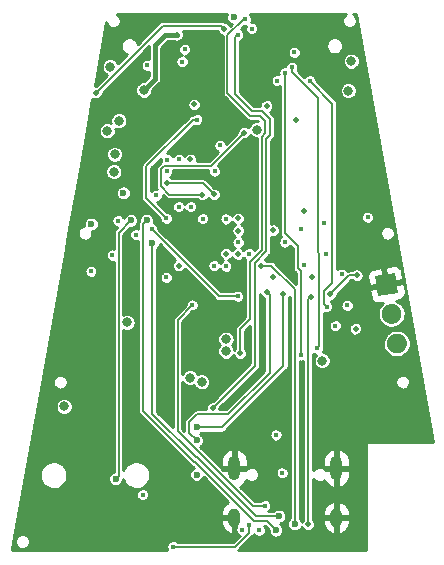
<source format=gbr>
G04 #@! TF.GenerationSoftware,KiCad,Pcbnew,(5.99.0-2290-gd34f8fd4b)*
G04 #@! TF.CreationDate,2020-11-06T19:29:50+01:00*
G04 #@! TF.ProjectId,Tympan-Nya,54796d70-616e-42d4-9e79-612e6b696361,rev?*
G04 #@! TF.SameCoordinates,PX6d878d0PY72e6100*
G04 #@! TF.FileFunction,Copper,L3,Inr*
G04 #@! TF.FilePolarity,Positive*
%FSLAX46Y46*%
G04 Gerber Fmt 4.6, Leading zero omitted, Abs format (unit mm)*
G04 Created by KiCad (PCBNEW (5.99.0-2290-gd34f8fd4b)) date 2020-11-06 19:29:50*
%MOMM*%
%LPD*%
G01*
G04 APERTURE LIST*
G04 #@! TA.AperFunction,ComponentPad*
%ADD10O,1.000000X1.600000*%
G04 #@! TD*
G04 #@! TA.AperFunction,ComponentPad*
%ADD11O,1.000000X2.100000*%
G04 #@! TD*
G04 #@! TA.AperFunction,ViaPad*
%ADD12C,0.800000*%
G04 #@! TD*
G04 #@! TA.AperFunction,ViaPad*
%ADD13C,0.450000*%
G04 #@! TD*
G04 #@! TA.AperFunction,ViaPad*
%ADD14C,0.500000*%
G04 #@! TD*
G04 #@! TA.AperFunction,ViaPad*
%ADD15C,0.600000*%
G04 #@! TD*
G04 #@! TA.AperFunction,Conductor*
%ADD16C,0.177800*%
G04 #@! TD*
G04 #@! TA.AperFunction,Conductor*
%ADD17C,0.203200*%
G04 #@! TD*
G04 #@! TA.AperFunction,Conductor*
%ADD18C,0.127000*%
G04 #@! TD*
G04 #@! TA.AperFunction,Conductor*
%ADD19C,0.381000*%
G04 #@! TD*
G04 #@! TA.AperFunction,Conductor*
%ADD20C,0.254000*%
G04 #@! TD*
G04 APERTURE END LIST*
D10*
X-23310400Y10413200D03*
X-14670400Y10413200D03*
D11*
X-14670400Y14593200D03*
X-23310400Y14593200D03*
G04 #@! TA.AperFunction,ComponentPad*
G36*
G01*
X-10385554Y25007176D02*
X-10385554Y25007176D01*
G75*
G02*
X-9696068Y25991864I837087J147601D01*
G01*
X-9696068Y25991864D01*
G75*
G02*
X-8711380Y25302378I147601J-837087D01*
G01*
X-8711380Y25302378D01*
G75*
G02*
X-9400866Y24317690I-837087J-147601D01*
G01*
X-9400866Y24317690D01*
G75*
G02*
X-10385554Y25007176I-147601J837087D01*
G01*
G37*
G04 #@! TD.AperFunction*
G04 #@! TA.AperFunction,ComponentPad*
G36*
G01*
X-10826621Y27508587D02*
X-10826621Y27508587D01*
G75*
G02*
X-10137135Y28493275I837087J147601D01*
G01*
X-10137135Y28493275D01*
G75*
G02*
X-9152447Y27803789I147601J-837087D01*
G01*
X-9152447Y27803789D01*
G75*
G02*
X-9841933Y26819101I-837087J-147601D01*
G01*
X-9841933Y26819101D01*
G75*
G02*
X-10826621Y27508587I-147601J837087D01*
G01*
G37*
G04 #@! TD.AperFunction*
G04 #@! TA.AperFunction,ComponentPad*
G36*
X-11120086Y29172912D02*
G01*
X-11415288Y30847086D01*
X-9741114Y31142288D01*
X-9445912Y29468114D01*
X-11120086Y29172912D01*
G37*
G04 #@! TD.AperFunction*
D12*
X-21378000Y43264000D03*
D13*
X-15485200Y28278000D03*
D14*
X-15180391Y29305070D03*
D13*
X-14756390Y26670010D03*
D14*
X-13046800Y26398400D03*
D13*
X-14215200Y31021200D03*
X-17568000Y23401200D03*
X-17669600Y34882000D03*
X-15536000Y32697600D03*
X-12030800Y35847200D03*
X-22080650Y32758388D03*
X-23025660Y29145012D03*
D14*
X-19145477Y29364690D03*
X-12945200Y30919600D03*
D13*
X-17422898Y31782557D03*
D14*
X-16704400Y30818000D03*
X-24019600Y32748400D03*
X-16824470Y29121710D03*
D13*
X-15688400Y35339200D03*
X-13758000Y28379600D03*
X-13707200Y34120000D03*
D12*
X-25696000Y44432400D03*
D13*
X-26485231Y44115282D03*
D14*
X-28009499Y31745599D03*
D13*
X-26849188Y28417757D03*
D14*
X-24578400Y46870800D03*
X-22597200Y48902800D03*
X-22597200Y46870800D03*
X-24578400Y48902800D03*
D13*
X-23003600Y51290400D03*
X-22394000Y52611200D03*
D14*
X-24144587Y51770987D03*
X-24538645Y52849712D03*
D15*
X-23359200Y52772758D03*
D13*
X-27729180Y49005523D03*
D14*
X-19295200Y50274400D03*
X-28134400Y51290400D03*
X-27982000Y52814400D03*
X-35035154Y46394105D03*
D13*
X-21835200Y51798400D03*
X-27514411Y50070867D03*
X-28817552Y48807110D03*
D14*
X-26712360Y45387600D03*
X-22470200Y43010000D03*
X-18076000Y44051400D03*
D13*
X-28921800Y45423000D03*
X-30679834Y48710891D03*
X-24019601Y31699062D03*
X-25035600Y31732400D03*
X-29068708Y30747918D03*
X-20997000Y25280800D03*
X-16298000Y24747400D03*
X-17644200Y24182690D03*
D12*
X-15434778Y46870423D03*
D13*
X-16942766Y47404145D03*
X-19676200Y47411910D03*
X-19015800Y48090000D03*
X-18431600Y48547200D03*
D14*
X-17410090Y36355788D03*
X-20579179Y29548139D03*
D13*
X-30293400Y34805800D03*
X-30242600Y39733400D03*
X-22038400Y9812200D03*
X-22673400Y9380400D03*
D15*
X-33366800Y13698400D03*
D13*
X-30033490Y38717137D03*
D14*
X-20576801Y45256935D03*
D12*
X-34078000Y43162400D03*
D13*
X-15917000Y20886600D03*
D15*
X-26493908Y16943867D03*
D13*
X-20717600Y11412400D03*
X-21200200Y9355000D03*
X-28501197Y7949607D03*
X-31080800Y12352200D03*
X-24527948Y41920562D03*
X-24759151Y35774787D03*
X-24981538Y39745177D03*
X-29023400Y39727490D03*
D14*
X-29019597Y38735518D03*
X-25003504Y37772686D03*
X-26002802Y37758851D03*
X-25019600Y32755700D03*
X-19019601Y31735500D03*
X-20027612Y33743546D03*
X-27019600Y40735500D03*
D13*
X-18228400Y49817200D03*
D12*
X-33447506Y41169294D03*
X-33519200Y39708000D03*
D15*
X-18204043Y9870129D03*
X-19523800Y10523400D03*
X-30725200Y35593200D03*
X-32071400Y35567800D03*
D13*
X-31665000Y34374000D03*
X-33163600Y35542400D03*
D14*
X-17060000Y9837600D03*
X-23017552Y32733402D03*
X-21009500Y31745599D03*
D15*
X-32706400Y37904600D03*
X-35424200Y35263000D03*
X-30237900Y33662800D03*
X-19785400Y9355000D03*
D14*
X-22800400Y24315600D03*
X-25139998Y19695598D03*
D13*
X-22991430Y33728306D03*
D14*
X-22968000Y34703842D03*
X-20029700Y34745599D03*
D13*
X-26000572Y35719196D03*
X-24016117Y35695191D03*
D14*
X-20006400Y30740020D03*
X-23006463Y35742642D03*
D13*
X-29922252Y37703845D03*
D15*
X-26508800Y14054000D03*
X-26508800Y18041800D03*
D12*
X-15866200Y23706000D03*
X-24019600Y24493400D03*
X-24019600Y25509400D03*
X-24019600Y21851800D03*
X-27067600Y22258200D03*
D13*
X-31715800Y25661800D03*
X-35449600Y31275200D03*
X-29057683Y35737800D03*
X-33633392Y32637634D03*
X-28996899Y40722899D03*
D12*
X-26077000Y21902600D03*
X-32401600Y26931800D03*
X-33087400Y44026000D03*
X-37710000Y19819600D03*
D13*
X-19041200Y33739000D03*
X-19777800Y17406800D03*
X-19257100Y14193700D03*
X-28032800Y36736200D03*
X-27016800Y36736200D03*
X-28007400Y40749400D03*
D12*
X-33290600Y46616800D03*
X-14852200Y51646000D03*
X-32223800Y51646000D03*
X-13656400Y46566000D03*
X-13402400Y49055200D03*
X-30979200Y46616800D03*
X-33824000Y48598000D03*
D16*
X-20689099Y43984513D02*
X-21136210Y44431624D01*
X-20311288Y44141007D02*
X-20979716Y44809435D01*
X-21548401Y23287195D02*
X-21548401Y31992895D01*
X-20971600Y42650826D02*
X-20689099Y42933327D01*
X-23228599Y51065401D02*
X-23003600Y51290400D01*
X-20311288Y42776833D02*
X-20311288Y44141007D01*
X-23885914Y51232086D02*
X-22506800Y52611200D01*
X-20971600Y33104000D02*
X-20971600Y42650826D01*
X-21789146Y44809435D02*
X-23228599Y46248888D01*
X-20689099Y42933327D02*
X-20689099Y43984513D01*
X-21987600Y32088000D02*
X-20971600Y33104000D01*
X-23228599Y46248888D02*
X-23228599Y51065401D01*
X-20979716Y44809435D02*
X-21789146Y44809435D01*
X-22506800Y52611200D02*
X-22394000Y52611200D01*
X-21987600Y31681600D02*
X-21987600Y32088000D01*
X-21548401Y31992895D02*
X-20593789Y32947506D01*
X-20593789Y32947506D02*
X-20593789Y42494333D01*
X-21945640Y44431624D02*
X-23885914Y46371898D01*
X-21136210Y44431624D02*
X-21945640Y44431624D01*
X-23885914Y46371898D02*
X-23885914Y51232086D01*
X-25139998Y19695598D02*
X-21548401Y23287195D01*
X-20593789Y42494333D02*
X-20311288Y42776833D01*
X-15719301Y28512101D02*
X-15485200Y28278000D01*
X-15719301Y29603473D02*
X-15719301Y28512101D01*
X-15008182Y30314592D02*
X-15719301Y29603473D01*
X-15008182Y45469561D02*
X-15008182Y30314592D01*
X-16942766Y47404145D02*
X-15008182Y45469561D01*
X-12945200Y30919600D02*
X-13565861Y30919600D01*
X-13565861Y30919600D02*
X-15180391Y29305070D01*
D17*
X-17041399Y28904781D02*
X-16824470Y29121710D01*
X-17041399Y9856201D02*
X-17041399Y28904781D01*
X-17060000Y9837600D02*
X-17041399Y9856201D01*
D16*
X-18431600Y48132405D02*
X-18431600Y48547200D01*
X-16097113Y32752139D02*
X-16216299Y32871325D01*
X-16216299Y32871325D02*
X-16216299Y45917104D01*
X-16097113Y24948287D02*
X-16097113Y32752139D01*
X-16216299Y45917104D02*
X-18431600Y48132405D01*
X-16298000Y24747400D02*
X-16097113Y24948287D01*
X-21987600Y27211200D02*
X-21987600Y31681600D01*
X-21987600Y31681600D02*
X-21987600Y31834000D01*
X-22800400Y24315600D02*
X-22800400Y26398400D01*
X-22800400Y26398400D02*
X-21987600Y27211200D01*
X-24632612Y29145012D02*
X-23025660Y29145012D01*
X-30293400Y34805800D02*
X-24632612Y29145012D01*
X-17644200Y31268656D02*
X-17644200Y24182690D01*
X-19015800Y34465426D02*
X-17942381Y33392007D01*
D17*
X-24338376Y18041800D02*
X-19145477Y23234699D01*
D16*
X-17942381Y31566837D02*
X-17644200Y31268656D01*
D17*
X-26508800Y18041800D02*
X-24338376Y18041800D01*
X-19145477Y23234699D02*
X-19145477Y29364690D01*
D16*
X-17942381Y33392007D02*
X-17942381Y31566837D01*
X-19015800Y48090000D02*
X-19015800Y34465426D01*
X-30756501Y40162210D02*
X-26803429Y44115282D01*
X-26803429Y44115282D02*
X-26485231Y44115282D01*
X-29057683Y35737800D02*
X-30756501Y37436618D01*
X-30756501Y37436618D02*
X-30756501Y40162210D01*
D18*
X-20717600Y11412400D02*
X-21759366Y11412400D01*
X-28109000Y17762034D02*
X-28109000Y27157945D01*
X-21759366Y11412400D02*
X-28109000Y17762034D01*
X-28109000Y27157945D02*
X-26849188Y28417757D01*
D16*
X-35035154Y46394105D02*
X-29382788Y52046471D01*
X-29382788Y52046471D02*
X-24420071Y52046471D01*
X-24420071Y52046471D02*
X-24144587Y51770987D01*
D19*
X-30014000Y47582000D02*
X-30979200Y46616800D01*
X-28134400Y51290400D02*
X-29150400Y51290400D01*
X-29150400Y51290400D02*
X-30014000Y50426800D01*
X-30014000Y50426800D02*
X-30014000Y47582000D01*
D18*
X-26966000Y40216000D02*
X-25264200Y40216000D01*
X-25264200Y40216000D02*
X-22470200Y43010000D01*
D17*
X-26493908Y16943867D02*
X-27110401Y17560360D01*
X-27110401Y18481599D02*
X-26448003Y19143997D01*
X-27110401Y17560360D02*
X-27110401Y18481599D01*
X-26448003Y19143997D02*
X-23806403Y19143997D01*
X-23806403Y19143997D02*
X-20329180Y22621220D01*
X-20329180Y22621220D02*
X-20329180Y29298140D01*
X-20329180Y29298140D02*
X-20579179Y29548139D01*
D18*
X-22038400Y9138402D02*
X-22038400Y9812200D01*
X-23227195Y7949607D02*
X-22038400Y9138402D01*
X-28501197Y7949607D02*
X-23227195Y7949607D01*
D16*
X-32071400Y35567800D02*
X-33112800Y34526400D01*
X-33112800Y13952400D02*
X-33366800Y13698400D01*
X-33112800Y34526400D02*
X-33112800Y13952400D01*
D18*
X-26002802Y37758851D02*
X-28821184Y37758851D01*
X-28821184Y37758851D02*
X-29544989Y38482656D01*
X-29544989Y38482656D02*
X-29544989Y39957903D01*
X-29544989Y39957903D02*
X-29286892Y40216000D01*
X-29286892Y40216000D02*
X-26966000Y40216000D01*
D16*
X-30237900Y33662800D02*
X-30237900Y19189716D01*
X-19785400Y9355000D02*
X-20553301Y10122901D01*
X-21470609Y10523400D02*
X-19523800Y10523400D01*
X-26608691Y15127178D02*
X-26709667Y15127178D01*
X-31025199Y35293201D02*
X-30725200Y35593200D01*
X-20553301Y10122901D02*
X-21604414Y10122901D01*
X-26553173Y15504989D02*
X-26452198Y15504989D01*
X-31025199Y19442710D02*
X-31025199Y35293201D01*
X-26452198Y15504989D02*
X-21470609Y10523400D01*
X-21604414Y10122901D02*
X-26608691Y15127178D01*
X-26709667Y15127178D02*
X-31025199Y19442710D01*
X-30237900Y19189716D02*
X-26553173Y15504989D01*
D18*
X-26966000Y40216000D02*
X-26479900Y40216000D01*
X-25966336Y38735518D02*
X-29019597Y38735518D01*
X-25003504Y37772686D02*
X-25966336Y38735518D01*
D19*
X-24773123Y35757348D02*
X-24773123Y33002177D01*
X-24773123Y33002177D02*
X-25019600Y32755700D01*
D17*
X-18204043Y29754033D02*
X-18204043Y9870129D01*
X-20195609Y31745599D02*
X-18204043Y29754033D01*
X-21009500Y31745599D02*
X-20195609Y31745599D01*
D20*
X-24697560Y51577204D02*
X-24689431Y51555404D01*
X-24590725Y51391129D01*
X-24575293Y51373717D01*
X-24424064Y51255988D01*
X-24403399Y51245299D01*
X-24307265Y51216274D01*
X-24309231Y51198881D01*
X-24306068Y51170681D01*
X-24302813Y51161360D01*
X-24302814Y46442997D01*
X-24305961Y46434036D01*
X-24309173Y46405841D01*
X-24302814Y46348696D01*
X-24302814Y46332032D01*
X-24301231Y46317978D01*
X-24297647Y46302264D01*
X-24291353Y46245706D01*
X-24281991Y46218860D01*
X-24276696Y46210419D01*
X-24274466Y46200645D01*
X-24262161Y46175078D01*
X-24226277Y46130044D01*
X-24217670Y46116324D01*
X-24208823Y46105222D01*
X-24197375Y46093775D01*
X-24161766Y46049088D01*
X-24139587Y46031383D01*
X-24130693Y46027093D01*
X-22290709Y44187108D01*
X-22286596Y44178543D01*
X-22268931Y44156336D01*
X-22224024Y44120423D01*
X-22212243Y44108641D01*
X-22201185Y44099821D01*
X-22187538Y44091244D01*
X-22143097Y44055704D01*
X-22117493Y44043340D01*
X-22107779Y44041115D01*
X-22099295Y44035783D01*
X-22072513Y44026404D01*
X-22015306Y44019936D01*
X-21999511Y44016319D01*
X-21985403Y44014724D01*
X-21969196Y44014724D01*
X-21912435Y44008307D01*
X-21884234Y44011470D01*
X-21874916Y44014724D01*
X-21308895Y44014724D01*
X-21286171Y43992000D01*
X-21483263Y43992000D01*
X-21502852Y43988897D01*
X-21703076Y43923841D01*
X-21720748Y43914837D01*
X-21891068Y43791091D01*
X-21905091Y43777068D01*
X-22028837Y43606748D01*
X-22037841Y43589076D01*
X-22084567Y43445267D01*
X-22106341Y43469280D01*
X-22124861Y43483363D01*
X-22296076Y43569475D01*
X-22318424Y43575946D01*
X-22509159Y43594648D01*
X-22532339Y43592640D01*
X-22717018Y43541425D01*
X-22737921Y43531207D01*
X-22891781Y43416940D01*
X-22907604Y43399883D01*
X-23010013Y43237889D01*
X-23018635Y43216278D01*
X-23055859Y43028277D01*
X-23056123Y43005013D01*
X-23052071Y42981793D01*
X-23984753Y42049111D01*
X-24044796Y42204715D01*
X-24057004Y42224521D01*
X-24179484Y42359597D01*
X-24198004Y42373680D01*
X-24360897Y42455607D01*
X-24383246Y42462078D01*
X-24564712Y42479872D01*
X-24587892Y42477864D01*
X-24763597Y42429137D01*
X-24784500Y42418919D01*
X-24930883Y42310206D01*
X-24946707Y42293148D01*
X-25044138Y42139026D01*
X-25052760Y42117416D01*
X-25088176Y41938552D01*
X-25088440Y41915287D01*
X-25057091Y41735665D01*
X-25048962Y41713865D01*
X-24955051Y41557573D01*
X-24939620Y41540161D01*
X-24795740Y41428153D01*
X-24775075Y41417464D01*
X-24653196Y41380667D01*
X-25426362Y40607500D01*
X-26447824Y40607500D01*
X-26443715Y40627651D01*
X-26441416Y40830255D01*
X-26445674Y40853862D01*
X-26514798Y41032999D01*
X-26527006Y41052805D01*
X-26655741Y41194780D01*
X-26674261Y41208863D01*
X-26845476Y41294975D01*
X-26867824Y41301446D01*
X-27058559Y41320148D01*
X-27081739Y41318140D01*
X-27266418Y41266925D01*
X-27287321Y41256707D01*
X-27441181Y41142440D01*
X-27457004Y41125383D01*
X-27520764Y41024525D01*
X-27524248Y41033553D01*
X-27536456Y41053359D01*
X-27658936Y41188435D01*
X-27677456Y41202518D01*
X-27840349Y41284445D01*
X-27862698Y41290916D01*
X-28044164Y41308710D01*
X-28067344Y41306702D01*
X-28243049Y41257975D01*
X-28263952Y41247757D01*
X-28410335Y41139044D01*
X-28426159Y41121986D01*
X-28508088Y40992386D01*
X-28513747Y41007052D01*
X-28525955Y41026858D01*
X-28648435Y41161934D01*
X-28666955Y41176017D01*
X-28829848Y41257944D01*
X-28852197Y41264415D01*
X-29033663Y41282209D01*
X-29048175Y41280952D01*
X-26720518Y43608609D01*
X-26557803Y43559483D01*
X-26534675Y43556950D01*
X-26352852Y43570622D01*
X-26330363Y43576585D01*
X-26165651Y43654796D01*
X-26146817Y43668455D01*
X-26021305Y43800717D01*
X-26008650Y43820241D01*
X-25939030Y43989153D01*
X-25934237Y44012656D01*
X-25932050Y44205380D01*
X-25936308Y44228987D01*
X-26002079Y44399435D01*
X-26014287Y44419241D01*
X-26136767Y44554317D01*
X-26155287Y44568400D01*
X-26318180Y44650327D01*
X-26340529Y44656798D01*
X-26521995Y44674592D01*
X-26545175Y44672584D01*
X-26720880Y44623857D01*
X-26741783Y44613639D01*
X-26852926Y44531097D01*
X-26857352Y44530599D01*
X-26873068Y44527014D01*
X-26929621Y44520721D01*
X-26956467Y44511359D01*
X-26964908Y44506064D01*
X-26974683Y44503834D01*
X-27000251Y44491528D01*
X-27045281Y44455647D01*
X-27059003Y44447039D01*
X-27070106Y44438191D01*
X-27081557Y44426739D01*
X-27126239Y44391134D01*
X-27143943Y44368957D01*
X-27148233Y44360063D01*
X-31001015Y40507280D01*
X-31009579Y40503167D01*
X-31031788Y40485501D01*
X-31067705Y40440589D01*
X-31079483Y40428812D01*
X-31088301Y40417756D01*
X-31096875Y40404115D01*
X-31132420Y40359667D01*
X-31144783Y40334064D01*
X-31147007Y40324353D01*
X-31152343Y40315863D01*
X-31161721Y40289082D01*
X-31168189Y40231872D01*
X-31171805Y40216080D01*
X-31173400Y40201973D01*
X-31173400Y40185775D01*
X-31179818Y40129005D01*
X-31176655Y40100805D01*
X-31173400Y40091484D01*
X-31173401Y37507717D01*
X-31176548Y37498756D01*
X-31179760Y37470561D01*
X-31173401Y37413416D01*
X-31173401Y37396752D01*
X-31171818Y37382698D01*
X-31168234Y37366984D01*
X-31161940Y37310426D01*
X-31152578Y37283580D01*
X-31147283Y37275139D01*
X-31145053Y37265365D01*
X-31132748Y37239798D01*
X-31096864Y37194764D01*
X-31088257Y37181044D01*
X-31079410Y37169942D01*
X-31067962Y37158495D01*
X-31032353Y37113808D01*
X-31010174Y37096103D01*
X-31001280Y37091813D01*
X-29613139Y35703671D01*
X-29586826Y35552903D01*
X-29578697Y35531103D01*
X-29484786Y35374811D01*
X-29469355Y35357399D01*
X-29325475Y35245391D01*
X-29304810Y35234702D01*
X-29130255Y35182001D01*
X-29107127Y35179468D01*
X-28925304Y35193140D01*
X-28902815Y35199103D01*
X-28738103Y35277314D01*
X-28719269Y35290973D01*
X-28593757Y35423235D01*
X-28581102Y35442759D01*
X-28511482Y35611671D01*
X-28506689Y35635174D01*
X-28505796Y35713921D01*
X-26561064Y35713921D01*
X-26529715Y35534299D01*
X-26521586Y35512499D01*
X-26427675Y35356207D01*
X-26412244Y35338795D01*
X-26268364Y35226787D01*
X-26247699Y35216098D01*
X-26073144Y35163397D01*
X-26050016Y35160864D01*
X-25868193Y35174536D01*
X-25845704Y35180499D01*
X-25680992Y35258710D01*
X-25662158Y35272369D01*
X-25536646Y35404631D01*
X-25523991Y35424155D01*
X-25454371Y35593067D01*
X-25449578Y35616570D01*
X-25447391Y35809294D01*
X-25451649Y35832901D01*
X-25517420Y36003349D01*
X-25529628Y36023155D01*
X-25652108Y36158231D01*
X-25670628Y36172314D01*
X-25833521Y36254241D01*
X-25855870Y36260712D01*
X-26037336Y36278506D01*
X-26060516Y36276498D01*
X-26236221Y36227771D01*
X-26257124Y36217553D01*
X-26403507Y36108840D01*
X-26419331Y36091782D01*
X-26516762Y35937660D01*
X-26525384Y35916050D01*
X-26560800Y35737186D01*
X-26561064Y35713921D01*
X-28505796Y35713921D01*
X-28504502Y35827898D01*
X-28508760Y35851505D01*
X-28574531Y36021953D01*
X-28586739Y36041759D01*
X-28709219Y36176835D01*
X-28727739Y36190918D01*
X-28890632Y36272845D01*
X-28912980Y36279316D01*
X-29020121Y36289822D01*
X-29461224Y36730925D01*
X-28593292Y36730925D01*
X-28561943Y36551303D01*
X-28553814Y36529503D01*
X-28459903Y36373211D01*
X-28444472Y36355799D01*
X-28300592Y36243791D01*
X-28279927Y36233102D01*
X-28105372Y36180401D01*
X-28082244Y36177868D01*
X-27900421Y36191540D01*
X-27877932Y36197503D01*
X-27713220Y36275714D01*
X-27694386Y36289373D01*
X-27568874Y36421635D01*
X-27556219Y36441159D01*
X-27527133Y36511727D01*
X-27443903Y36373211D01*
X-27428472Y36355799D01*
X-27284592Y36243791D01*
X-27263927Y36233102D01*
X-27089372Y36180401D01*
X-27066244Y36177868D01*
X-26884421Y36191540D01*
X-26861932Y36197503D01*
X-26697220Y36275714D01*
X-26678386Y36289373D01*
X-26552874Y36421635D01*
X-26540219Y36441159D01*
X-26470599Y36610071D01*
X-26465806Y36633574D01*
X-26463619Y36826298D01*
X-26467877Y36849905D01*
X-26533648Y37020353D01*
X-26545856Y37040159D01*
X-26668336Y37175235D01*
X-26686856Y37189318D01*
X-26849749Y37271245D01*
X-26872098Y37277716D01*
X-27053564Y37295510D01*
X-27076744Y37293502D01*
X-27252449Y37244775D01*
X-27273352Y37234557D01*
X-27419735Y37125844D01*
X-27435559Y37108786D01*
X-27527594Y36963200D01*
X-27549648Y37020353D01*
X-27561856Y37040159D01*
X-27684336Y37175235D01*
X-27702856Y37189318D01*
X-27865749Y37271245D01*
X-27888098Y37277716D01*
X-28069564Y37295510D01*
X-28092744Y37293502D01*
X-28268449Y37244775D01*
X-28289352Y37234557D01*
X-28435735Y37125844D01*
X-28451559Y37108786D01*
X-28548990Y36954664D01*
X-28557612Y36933054D01*
X-28593028Y36754190D01*
X-28593292Y36730925D01*
X-29461224Y36730925D01*
X-29882518Y37152219D01*
X-29789873Y37159185D01*
X-29767384Y37165148D01*
X-29602672Y37243359D01*
X-29583838Y37257018D01*
X-29458326Y37389280D01*
X-29445671Y37408804D01*
X-29376051Y37577716D01*
X-29371258Y37601219D01*
X-29369530Y37753534D01*
X-29145227Y37529231D01*
X-29141750Y37521990D01*
X-29124085Y37499782D01*
X-29082609Y37466613D01*
X-29071853Y37455856D01*
X-29060797Y37447038D01*
X-29048344Y37439210D01*
X-29007301Y37406388D01*
X-28981697Y37394024D01*
X-28973443Y37392134D01*
X-28966228Y37387599D01*
X-28939447Y37378221D01*
X-28886623Y37372249D01*
X-28872199Y37368946D01*
X-28858091Y37367351D01*
X-28843301Y37367351D01*
X-28790883Y37361426D01*
X-28762682Y37364589D01*
X-28754773Y37367351D01*
X-26438622Y37367351D01*
X-26433508Y37361581D01*
X-26282279Y37243852D01*
X-26261614Y37233163D01*
X-26078143Y37177770D01*
X-26055015Y37175237D01*
X-25863905Y37189607D01*
X-25841416Y37195570D01*
X-25668291Y37277776D01*
X-25649456Y37291435D01*
X-25517534Y37430453D01*
X-25504879Y37449977D01*
X-25496376Y37470607D01*
X-25449642Y37392828D01*
X-25434210Y37375416D01*
X-25282981Y37257687D01*
X-25262316Y37246998D01*
X-25078845Y37191605D01*
X-25055717Y37189072D01*
X-24864607Y37203442D01*
X-24842118Y37209405D01*
X-24668993Y37291611D01*
X-24650158Y37305270D01*
X-24518236Y37444288D01*
X-24505581Y37463812D01*
X-24432412Y37641334D01*
X-24427619Y37664837D01*
X-24425320Y37867441D01*
X-24429578Y37891048D01*
X-24498702Y38070185D01*
X-24510910Y38089991D01*
X-24639645Y38231966D01*
X-24658165Y38246049D01*
X-24829380Y38332161D01*
X-24851728Y38338632D01*
X-25033622Y38356467D01*
X-25642294Y38965139D01*
X-25645772Y38972381D01*
X-25663436Y38994588D01*
X-25704916Y39027760D01*
X-25715668Y39038513D01*
X-25726724Y39047331D01*
X-25739167Y39055152D01*
X-25780220Y39087982D01*
X-25805825Y39100346D01*
X-25814078Y39102236D01*
X-25821290Y39106769D01*
X-25848075Y39116149D01*
X-25900901Y39122121D01*
X-25915317Y39125423D01*
X-25929428Y39127018D01*
X-25944219Y39127018D01*
X-25996637Y39132943D01*
X-26024838Y39129780D01*
X-26032747Y39127018D01*
X-28594279Y39127018D01*
X-28655738Y39194798D01*
X-28674258Y39208881D01*
X-28748058Y39245998D01*
X-28703820Y39267004D01*
X-28684986Y39280663D01*
X-28559474Y39412925D01*
X-28546819Y39432449D01*
X-28477199Y39601361D01*
X-28472406Y39624864D01*
X-28470219Y39817588D01*
X-28471466Y39824500D01*
X-25529622Y39824500D01*
X-25541766Y39763167D01*
X-25542030Y39739902D01*
X-25510681Y39560280D01*
X-25502552Y39538480D01*
X-25408641Y39382188D01*
X-25393210Y39364776D01*
X-25249330Y39252768D01*
X-25228665Y39242079D01*
X-25054110Y39189378D01*
X-25030982Y39186845D01*
X-24849159Y39200517D01*
X-24826670Y39206480D01*
X-24661958Y39284691D01*
X-24643124Y39298350D01*
X-24517612Y39430612D01*
X-24504957Y39450136D01*
X-24435337Y39619048D01*
X-24430544Y39642551D01*
X-24428357Y39835275D01*
X-24432615Y39858882D01*
X-24498386Y40029330D01*
X-24510594Y40049136D01*
X-24633074Y40184212D01*
X-24651594Y40198295D01*
X-24702592Y40223945D01*
X-22498340Y42428196D01*
X-22331303Y42440756D01*
X-22308814Y42446719D01*
X-22135689Y42528925D01*
X-22116854Y42542584D01*
X-21984932Y42681602D01*
X-21972277Y42701126D01*
X-21934860Y42791906D01*
X-21905091Y42750932D01*
X-21891068Y42736909D01*
X-21720748Y42613163D01*
X-21703076Y42604159D01*
X-21502852Y42539103D01*
X-21483263Y42536000D01*
X-21388499Y42536000D01*
X-21388500Y33276686D01*
X-21607087Y33058098D01*
X-21609706Y33062347D01*
X-21732186Y33197423D01*
X-21750706Y33211506D01*
X-21913599Y33293433D01*
X-21935948Y33299904D01*
X-22117414Y33317698D01*
X-22140594Y33315690D01*
X-22316299Y33266963D01*
X-22337202Y33256745D01*
X-22483585Y33148032D01*
X-22499409Y33130974D01*
X-22539802Y33067078D01*
X-22653693Y33192682D01*
X-22672213Y33206765D01*
X-22734479Y33238082D01*
X-22671850Y33267820D01*
X-22653016Y33281479D01*
X-22527504Y33413741D01*
X-22514849Y33433265D01*
X-22445229Y33602177D01*
X-22440436Y33625680D01*
X-22438249Y33818404D01*
X-22442507Y33842011D01*
X-22508278Y34012459D01*
X-22520486Y34032265D01*
X-22642966Y34167341D01*
X-22661486Y34181424D01*
X-22690172Y34195852D01*
X-22633489Y34222767D01*
X-22614654Y34236426D01*
X-22482732Y34375444D01*
X-22470077Y34394968D01*
X-22396908Y34572490D01*
X-22392115Y34595993D01*
X-22389816Y34798597D01*
X-22394074Y34822204D01*
X-22463198Y35001341D01*
X-22475406Y35021147D01*
X-22604141Y35163122D01*
X-22622661Y35177205D01*
X-22732877Y35232638D01*
X-22671952Y35261567D01*
X-22653117Y35275226D01*
X-22521195Y35414244D01*
X-22508540Y35433768D01*
X-22435371Y35611290D01*
X-22430578Y35634793D01*
X-22428279Y35837397D01*
X-22432537Y35861004D01*
X-22501661Y36040141D01*
X-22513869Y36059947D01*
X-22642604Y36201922D01*
X-22661124Y36216005D01*
X-22832339Y36302117D01*
X-22854687Y36308588D01*
X-23045422Y36327290D01*
X-23068602Y36325282D01*
X-23253281Y36274067D01*
X-23274184Y36263849D01*
X-23428044Y36149582D01*
X-23443867Y36132525D01*
X-23536786Y35985543D01*
X-23545173Y35999150D01*
X-23667653Y36134226D01*
X-23686173Y36148309D01*
X-23849066Y36230236D01*
X-23871415Y36236707D01*
X-24052881Y36254501D01*
X-24076061Y36252493D01*
X-24251766Y36203766D01*
X-24272669Y36193548D01*
X-24419052Y36084835D01*
X-24434876Y36067777D01*
X-24532307Y35913655D01*
X-24540929Y35892045D01*
X-24576345Y35713181D01*
X-24576609Y35689916D01*
X-24545260Y35510294D01*
X-24537131Y35488494D01*
X-24443220Y35332202D01*
X-24427789Y35314790D01*
X-24283909Y35202782D01*
X-24263244Y35192093D01*
X-24088689Y35139392D01*
X-24065561Y35136859D01*
X-23883738Y35150531D01*
X-23861249Y35156494D01*
X-23696537Y35234705D01*
X-23677703Y35248364D01*
X-23552191Y35380626D01*
X-23539536Y35400150D01*
X-23513300Y35463804D01*
X-23452601Y35362784D01*
X-23437169Y35345372D01*
X-23285940Y35227643D01*
X-23265275Y35216954D01*
X-23252012Y35212950D01*
X-23389581Y35110782D01*
X-23405404Y35093725D01*
X-23507813Y34931731D01*
X-23516435Y34910120D01*
X-23553659Y34722119D01*
X-23553923Y34698855D01*
X-23520973Y34510059D01*
X-23512844Y34488259D01*
X-23414138Y34323984D01*
X-23398706Y34306572D01*
X-23272586Y34208390D01*
X-23394365Y34117950D01*
X-23410189Y34100892D01*
X-23507620Y33946770D01*
X-23516242Y33925160D01*
X-23551658Y33746296D01*
X-23551922Y33723031D01*
X-23520573Y33543409D01*
X-23512444Y33521609D01*
X-23418533Y33365317D01*
X-23403102Y33347905D01*
X-23284036Y33255214D01*
X-23285273Y33254609D01*
X-23439133Y33140342D01*
X-23454956Y33123285D01*
X-23510659Y33035172D01*
X-23514798Y33045899D01*
X-23527006Y33065705D01*
X-23655741Y33207680D01*
X-23674261Y33221763D01*
X-23845476Y33307875D01*
X-23867824Y33314346D01*
X-24058559Y33333048D01*
X-24081739Y33331040D01*
X-24266418Y33279825D01*
X-24287321Y33269607D01*
X-24441181Y33155340D01*
X-24457004Y33138283D01*
X-24559413Y32976289D01*
X-24568035Y32954678D01*
X-24605259Y32766677D01*
X-24605523Y32743413D01*
X-24572573Y32554617D01*
X-24564444Y32532817D01*
X-24465738Y32368542D01*
X-24450306Y32351130D01*
X-24299077Y32233401D01*
X-24278412Y32222712D01*
X-24241297Y32211506D01*
X-24255250Y32207637D01*
X-24276153Y32197419D01*
X-24422536Y32088706D01*
X-24438360Y32071648D01*
X-24522406Y31938699D01*
X-24552448Y32016553D01*
X-24564656Y32036359D01*
X-24687136Y32171435D01*
X-24705656Y32185518D01*
X-24868549Y32267445D01*
X-24890898Y32273916D01*
X-25072364Y32291710D01*
X-25095544Y32289702D01*
X-25271249Y32240975D01*
X-25292152Y32230757D01*
X-25438535Y32122044D01*
X-25454359Y32104986D01*
X-25551790Y31950864D01*
X-25560412Y31929254D01*
X-25595828Y31750390D01*
X-25596092Y31727125D01*
X-25564743Y31547503D01*
X-25556614Y31525703D01*
X-25462703Y31369411D01*
X-25447272Y31351999D01*
X-25303392Y31239991D01*
X-25282727Y31229302D01*
X-25108172Y31176601D01*
X-25085044Y31174068D01*
X-24903221Y31187740D01*
X-24880732Y31193703D01*
X-24716020Y31271914D01*
X-24697186Y31285573D01*
X-24571674Y31417835D01*
X-24559019Y31437359D01*
X-24538084Y31488152D01*
X-24446704Y31336073D01*
X-24431273Y31318661D01*
X-24287393Y31206653D01*
X-24266728Y31195964D01*
X-24092173Y31143263D01*
X-24069045Y31140730D01*
X-23887222Y31154402D01*
X-23864733Y31160365D01*
X-23700021Y31238576D01*
X-23681187Y31252235D01*
X-23555675Y31384497D01*
X-23543020Y31404021D01*
X-23473400Y31572933D01*
X-23468607Y31596436D01*
X-23466420Y31789160D01*
X-23470678Y31812767D01*
X-23536449Y31983215D01*
X-23548657Y32003021D01*
X-23671137Y32138097D01*
X-23689657Y32152180D01*
X-23805200Y32210292D01*
X-23685089Y32267325D01*
X-23666254Y32280984D01*
X-23534332Y32420002D01*
X-23521677Y32439526D01*
X-23519104Y32445769D01*
X-23463690Y32353544D01*
X-23448258Y32336132D01*
X-23297029Y32218403D01*
X-23276364Y32207714D01*
X-23092893Y32152321D01*
X-23069765Y32149788D01*
X-22878655Y32164158D01*
X-22856166Y32170121D01*
X-22683041Y32252327D01*
X-22664206Y32265986D01*
X-22532284Y32405004D01*
X-22522549Y32420023D01*
X-22507753Y32395399D01*
X-22492322Y32377987D01*
X-22366235Y32279831D01*
X-22375883Y32259853D01*
X-22378107Y32250142D01*
X-22383441Y32241656D01*
X-22392820Y32214872D01*
X-22399287Y32157669D01*
X-22402905Y32141873D01*
X-22404500Y32127763D01*
X-22404500Y32111556D01*
X-22410917Y32054795D01*
X-22407754Y32026594D01*
X-22404500Y32017276D01*
X-22404500Y31641080D01*
X-22404499Y31641072D01*
X-22404500Y27383886D01*
X-23044915Y26743469D01*
X-23053478Y26739357D01*
X-23075687Y26721691D01*
X-23111604Y26676779D01*
X-23123382Y26665002D01*
X-23132200Y26653946D01*
X-23140774Y26640305D01*
X-23176319Y26595857D01*
X-23188682Y26570254D01*
X-23190906Y26560543D01*
X-23196242Y26552053D01*
X-23205620Y26525272D01*
X-23212088Y26468062D01*
X-23215704Y26452270D01*
X-23217299Y26438163D01*
X-23217299Y26421965D01*
X-23223717Y26365195D01*
X-23220554Y26336995D01*
X-23217299Y26327674D01*
X-23217300Y24726016D01*
X-23221981Y24722540D01*
X-23237804Y24705483D01*
X-23294352Y24616034D01*
X-23294703Y24618252D01*
X-23359759Y24818476D01*
X-23368763Y24836148D01*
X-23488827Y25001400D01*
X-23368763Y25166652D01*
X-23359759Y25184324D01*
X-23294703Y25384548D01*
X-23291600Y25404137D01*
X-23291600Y25614663D01*
X-23294703Y25634252D01*
X-23359759Y25834476D01*
X-23368763Y25852148D01*
X-23492509Y26022468D01*
X-23506532Y26036491D01*
X-23676852Y26160237D01*
X-23694524Y26169241D01*
X-23894748Y26234297D01*
X-23914337Y26237400D01*
X-24124863Y26237400D01*
X-24144452Y26234297D01*
X-24344676Y26169241D01*
X-24362348Y26160237D01*
X-24532668Y26036491D01*
X-24546691Y26022468D01*
X-24670437Y25852148D01*
X-24679441Y25834476D01*
X-24744497Y25634252D01*
X-24747600Y25614663D01*
X-24747600Y25404137D01*
X-24744497Y25384548D01*
X-24679441Y25184324D01*
X-24670437Y25166652D01*
X-24550373Y25001400D01*
X-24670437Y24836148D01*
X-24679441Y24818476D01*
X-24744497Y24618252D01*
X-24747600Y24598663D01*
X-24747600Y24388137D01*
X-24744497Y24368548D01*
X-24679441Y24168324D01*
X-24670437Y24150652D01*
X-24546691Y23980332D01*
X-24532668Y23966309D01*
X-24362348Y23842563D01*
X-24344676Y23833559D01*
X-24144452Y23768503D01*
X-24124863Y23765400D01*
X-23914337Y23765400D01*
X-23894748Y23768503D01*
X-23694524Y23833559D01*
X-23676852Y23842563D01*
X-23506532Y23966309D01*
X-23492509Y23980332D01*
X-23368763Y24150652D01*
X-23361048Y24165794D01*
X-23353373Y24121817D01*
X-23345244Y24100017D01*
X-23246538Y23935742D01*
X-23231106Y23918330D01*
X-23079877Y23800601D01*
X-23059212Y23789912D01*
X-22875741Y23734519D01*
X-22852613Y23731986D01*
X-22661503Y23746356D01*
X-22639014Y23752319D01*
X-22465889Y23834525D01*
X-22447054Y23848184D01*
X-22315132Y23987202D01*
X-22302477Y24006726D01*
X-22229308Y24184248D01*
X-22224515Y24207751D01*
X-22222216Y24410355D01*
X-22226474Y24433962D01*
X-22295598Y24613099D01*
X-22307806Y24632905D01*
X-22383500Y24716383D01*
X-22383500Y26225716D01*
X-21965301Y26643915D01*
X-21965301Y23459880D01*
X-25147971Y20277208D01*
X-25178957Y20280246D01*
X-25202137Y20278238D01*
X-25386816Y20227023D01*
X-25407719Y20216805D01*
X-25561579Y20102538D01*
X-25577402Y20085481D01*
X-25679811Y19923487D01*
X-25688433Y19901876D01*
X-25725657Y19713875D01*
X-25725921Y19690611D01*
X-25705499Y19573597D01*
X-26374739Y19573597D01*
X-26384389Y19576986D01*
X-26412585Y19580198D01*
X-26471904Y19573597D01*
X-26489300Y19573597D01*
X-26503354Y19572014D01*
X-26519767Y19568271D01*
X-26578480Y19561737D01*
X-26605326Y19552375D01*
X-26614399Y19546684D01*
X-26624904Y19544287D01*
X-26650473Y19531982D01*
X-26697228Y19494725D01*
X-26711550Y19485741D01*
X-26722653Y19476893D01*
X-26734607Y19464939D01*
X-26780994Y19427974D01*
X-26798698Y19405797D01*
X-26803309Y19396237D01*
X-27362367Y18837179D01*
X-27371587Y18832751D01*
X-27393796Y18815085D01*
X-27431079Y18768465D01*
X-27443375Y18756170D01*
X-27452194Y18745113D01*
X-27461150Y18730864D01*
X-27498048Y18684725D01*
X-27510412Y18659121D01*
X-27512803Y18648682D01*
X-27518536Y18639560D01*
X-27527916Y18612777D01*
X-27534630Y18553381D01*
X-27538405Y18536894D01*
X-27540000Y18522786D01*
X-27540000Y18505880D01*
X-27546662Y18446941D01*
X-27543499Y18418740D01*
X-27540000Y18408721D01*
X-27540001Y17746697D01*
X-27717500Y17924196D01*
X-27717500Y21914162D01*
X-27594691Y21745132D01*
X-27580668Y21731109D01*
X-27410348Y21607363D01*
X-27392676Y21598359D01*
X-27192452Y21533303D01*
X-27172863Y21530200D01*
X-26962337Y21530200D01*
X-26942748Y21533303D01*
X-26743507Y21598040D01*
X-26736841Y21577524D01*
X-26727837Y21559852D01*
X-26604091Y21389532D01*
X-26590068Y21375509D01*
X-26419748Y21251763D01*
X-26402076Y21242759D01*
X-26201852Y21177703D01*
X-26182263Y21174600D01*
X-25971737Y21174600D01*
X-25952148Y21177703D01*
X-25751924Y21242759D01*
X-25734252Y21251763D01*
X-25563932Y21375509D01*
X-25549909Y21389532D01*
X-25426163Y21559852D01*
X-25417159Y21577524D01*
X-25352103Y21777748D01*
X-25349000Y21797337D01*
X-25349000Y22007863D01*
X-25352103Y22027452D01*
X-25417159Y22227676D01*
X-25426163Y22245348D01*
X-25549909Y22415668D01*
X-25563932Y22429691D01*
X-25734252Y22553437D01*
X-25751924Y22562441D01*
X-25952148Y22627497D01*
X-25971737Y22630600D01*
X-26182263Y22630600D01*
X-26201852Y22627497D01*
X-26401093Y22562760D01*
X-26407759Y22583276D01*
X-26416763Y22600948D01*
X-26540509Y22771268D01*
X-26554532Y22785291D01*
X-26724852Y22909037D01*
X-26742524Y22918041D01*
X-26942748Y22983097D01*
X-26962337Y22986200D01*
X-27172863Y22986200D01*
X-27192452Y22983097D01*
X-27392676Y22918041D01*
X-27410348Y22909037D01*
X-27580668Y22785291D01*
X-27594691Y22771268D01*
X-27717500Y22602238D01*
X-27717500Y26995782D01*
X-26850216Y27863066D01*
X-26716809Y27873097D01*
X-26694320Y27879060D01*
X-26529608Y27957271D01*
X-26510774Y27970930D01*
X-26385262Y28103192D01*
X-26372607Y28122716D01*
X-26302987Y28291628D01*
X-26298194Y28315131D01*
X-26296007Y28507855D01*
X-26300265Y28531462D01*
X-26366036Y28701910D01*
X-26378244Y28721716D01*
X-26500724Y28856792D01*
X-26519244Y28870875D01*
X-26682137Y28952802D01*
X-26704486Y28959273D01*
X-26885952Y28977067D01*
X-26909132Y28975059D01*
X-27084837Y28926332D01*
X-27105740Y28916114D01*
X-27252123Y28807401D01*
X-27267947Y28790343D01*
X-27365378Y28636221D01*
X-27374000Y28614611D01*
X-27409416Y28435747D01*
X-27409680Y28412481D01*
X-27409449Y28411159D01*
X-28338619Y27481988D01*
X-28345860Y27478511D01*
X-28368068Y27460846D01*
X-28401237Y27419370D01*
X-28411994Y27408614D01*
X-28420812Y27397558D01*
X-28428641Y27385103D01*
X-28461462Y27344061D01*
X-28473825Y27318460D01*
X-28475716Y27310205D01*
X-28480252Y27302987D01*
X-28489631Y27276205D01*
X-28495604Y27223369D01*
X-28498903Y27208965D01*
X-28500499Y27194854D01*
X-28500499Y27180071D01*
X-28506425Y27127644D01*
X-28503262Y27099443D01*
X-28500499Y27091531D01*
X-28500500Y18041900D01*
X-29821000Y19362399D01*
X-29821000Y30742643D01*
X-29629200Y30742643D01*
X-29597851Y30563021D01*
X-29589722Y30541221D01*
X-29495811Y30384929D01*
X-29480380Y30367517D01*
X-29336500Y30255509D01*
X-29315835Y30244820D01*
X-29141280Y30192119D01*
X-29118152Y30189586D01*
X-28936329Y30203258D01*
X-28913840Y30209221D01*
X-28749128Y30287432D01*
X-28730294Y30301091D01*
X-28604782Y30433353D01*
X-28592127Y30452877D01*
X-28522507Y30621789D01*
X-28517714Y30645292D01*
X-28515527Y30838016D01*
X-28519785Y30861623D01*
X-28585556Y31032071D01*
X-28597764Y31051877D01*
X-28720244Y31186953D01*
X-28738764Y31201036D01*
X-28901657Y31282963D01*
X-28924006Y31289434D01*
X-29105472Y31307228D01*
X-29128652Y31305220D01*
X-29304357Y31256493D01*
X-29325260Y31246275D01*
X-29471643Y31137562D01*
X-29487467Y31120504D01*
X-29584898Y30966382D01*
X-29593520Y30944772D01*
X-29628936Y30765908D01*
X-29629200Y30742643D01*
X-29821000Y30742643D01*
X-29821000Y33182716D01*
X-29820807Y33182878D01*
X-29692842Y33335381D01*
X-29681818Y33354475D01*
X-29615063Y33537879D01*
X-28315535Y32238351D01*
X-28431080Y32152539D01*
X-28446903Y32135482D01*
X-28549312Y31973488D01*
X-28557934Y31951877D01*
X-28595158Y31763876D01*
X-28595422Y31740612D01*
X-28562472Y31551816D01*
X-28554343Y31530016D01*
X-28455637Y31365741D01*
X-28440205Y31348329D01*
X-28288976Y31230600D01*
X-28268311Y31219911D01*
X-28084840Y31164518D01*
X-28061712Y31161985D01*
X-27870602Y31176355D01*
X-27848113Y31182318D01*
X-27674988Y31264524D01*
X-27656153Y31278183D01*
X-27524231Y31417201D01*
X-27512493Y31435309D01*
X-24977682Y28900498D01*
X-24973569Y28891933D01*
X-24955903Y28869724D01*
X-24910991Y28833807D01*
X-24899215Y28822030D01*
X-24888158Y28813211D01*
X-24874517Y28804638D01*
X-24830069Y28769092D01*
X-24804465Y28756728D01*
X-24794751Y28754503D01*
X-24786267Y28749171D01*
X-24759485Y28739792D01*
X-24702278Y28733324D01*
X-24686483Y28729707D01*
X-24672375Y28728112D01*
X-24656168Y28728112D01*
X-24599407Y28721695D01*
X-24571206Y28724858D01*
X-24561888Y28728112D01*
X-23390448Y28728112D01*
X-23293452Y28652603D01*
X-23272787Y28641914D01*
X-23098232Y28589213D01*
X-23075104Y28586680D01*
X-22893281Y28600352D01*
X-22870792Y28606315D01*
X-22706080Y28684526D01*
X-22687246Y28698185D01*
X-22561734Y28830447D01*
X-22549079Y28849971D01*
X-22479459Y29018883D01*
X-22474666Y29042386D01*
X-22472479Y29235110D01*
X-22476737Y29258717D01*
X-22542508Y29429165D01*
X-22554716Y29448971D01*
X-22677196Y29584047D01*
X-22695716Y29598130D01*
X-22858609Y29680057D01*
X-22880958Y29686528D01*
X-23062424Y29704322D01*
X-23085604Y29702314D01*
X-23261309Y29653587D01*
X-23282212Y29643369D01*
X-23391896Y29561912D01*
X-24459927Y29561912D01*
X-29740821Y34842804D01*
X-29740219Y34895898D01*
X-29744477Y34919505D01*
X-29810248Y35089953D01*
X-29822456Y35109759D01*
X-29944936Y35244835D01*
X-29963456Y35258918D01*
X-30126349Y35340845D01*
X-30146611Y35346712D01*
X-30101028Y35471948D01*
X-30097200Y35493660D01*
X-30097200Y35692740D01*
X-30101028Y35714452D01*
X-30169118Y35901525D01*
X-30180142Y35920619D01*
X-30308107Y36073123D01*
X-30324996Y36087294D01*
X-30497404Y36186834D01*
X-30518121Y36194375D01*
X-30714177Y36228944D01*
X-30736223Y36228944D01*
X-30932279Y36194375D01*
X-30952996Y36186834D01*
X-31125404Y36087294D01*
X-31142293Y36073123D01*
X-31270258Y35920619D01*
X-31281282Y35901525D01*
X-31349372Y35714452D01*
X-31353200Y35692740D01*
X-31353200Y35553510D01*
X-31356999Y35548747D01*
X-31365573Y35535106D01*
X-31401118Y35490658D01*
X-31413481Y35465055D01*
X-31415705Y35455344D01*
X-31421041Y35446854D01*
X-31430419Y35420073D01*
X-31436887Y35362863D01*
X-31440503Y35347071D01*
X-31442098Y35332964D01*
X-31442098Y35316766D01*
X-31448516Y35259996D01*
X-31445353Y35231796D01*
X-31442098Y35222475D01*
X-31442098Y34880955D01*
X-31497949Y34909045D01*
X-31520298Y34915516D01*
X-31701764Y34933310D01*
X-31724944Y34931302D01*
X-31900649Y34882575D01*
X-31921552Y34872357D01*
X-32067935Y34763644D01*
X-32083759Y34746586D01*
X-32181190Y34592464D01*
X-32189812Y34570854D01*
X-32225228Y34391990D01*
X-32225492Y34368725D01*
X-32194143Y34189103D01*
X-32186014Y34167303D01*
X-32092103Y34011011D01*
X-32076672Y33993599D01*
X-31932792Y33881591D01*
X-31912127Y33870902D01*
X-31737572Y33818201D01*
X-31714444Y33815668D01*
X-31532621Y33829340D01*
X-31510132Y33835303D01*
X-31442098Y33867608D01*
X-31442099Y19513809D01*
X-31445246Y19504848D01*
X-31448458Y19476653D01*
X-31442099Y19419508D01*
X-31442099Y19402844D01*
X-31440516Y19388790D01*
X-31436932Y19373076D01*
X-31430638Y19316518D01*
X-31421276Y19289672D01*
X-31415981Y19281231D01*
X-31413751Y19271457D01*
X-31401446Y19245890D01*
X-31365562Y19200856D01*
X-31356955Y19187136D01*
X-31348108Y19176034D01*
X-31336660Y19164587D01*
X-31301052Y19119901D01*
X-31278876Y19102197D01*
X-31269980Y19097906D01*
X-27054736Y14882662D01*
X-27050623Y14874097D01*
X-27032958Y14851890D01*
X-26988051Y14815977D01*
X-26976270Y14804195D01*
X-26965212Y14795375D01*
X-26951565Y14786798D01*
X-26907124Y14751258D01*
X-26881520Y14738894D01*
X-26871806Y14736669D01*
X-26863322Y14731337D01*
X-26836540Y14721958D01*
X-26787513Y14716415D01*
X-26723499Y14652401D01*
X-26736596Y14647634D01*
X-26909004Y14548094D01*
X-26925893Y14533923D01*
X-27053858Y14381419D01*
X-27064882Y14362325D01*
X-27132972Y14175252D01*
X-27136800Y14153540D01*
X-27136800Y13954460D01*
X-27132972Y13932748D01*
X-27064882Y13745675D01*
X-27053858Y13726581D01*
X-26925893Y13574077D01*
X-26909004Y13559906D01*
X-26736596Y13460366D01*
X-26715879Y13452825D01*
X-26519823Y13418256D01*
X-26497777Y13418256D01*
X-26301721Y13452825D01*
X-26281004Y13460366D01*
X-26108596Y13559906D01*
X-26091707Y13574077D01*
X-25963742Y13726581D01*
X-25952718Y13745675D01*
X-25916441Y13845344D01*
X-23805257Y11734159D01*
X-23928849Y11669546D01*
X-23939162Y11662797D01*
X-24102827Y11531208D01*
X-24111633Y11522585D01*
X-24246620Y11361712D01*
X-24253583Y11351543D01*
X-24354753Y11167516D01*
X-24359609Y11156188D01*
X-24423175Y10955804D01*
X-24425786Y10943308D01*
X-24444055Y10769490D01*
X-24444400Y10762900D01*
X-24444400Y10615009D01*
X-24370591Y10541200D01*
X-23512208Y10541199D01*
X-23512207Y10541200D01*
X-23182400Y10541199D01*
X-23182401Y9610237D01*
X-23189591Y9598863D01*
X-23198212Y9577254D01*
X-23233628Y9398390D01*
X-23233892Y9375125D01*
X-23202543Y9195503D01*
X-23194414Y9173703D01*
X-23182401Y9153710D01*
X-23182401Y9074065D01*
X-23088374Y9003724D01*
X-23085072Y8999999D01*
X-22941192Y8887991D01*
X-22920527Y8877302D01*
X-22868786Y8861681D01*
X-23389358Y8341107D01*
X-28109631Y8341107D01*
X-28152733Y8388642D01*
X-28171253Y8402725D01*
X-28334146Y8484652D01*
X-28356495Y8491123D01*
X-28537961Y8508917D01*
X-28561141Y8506909D01*
X-28736846Y8458182D01*
X-28757749Y8447964D01*
X-28904132Y8339251D01*
X-28919956Y8322193D01*
X-29017387Y8168071D01*
X-29026009Y8146461D01*
X-29061425Y7967597D01*
X-29061689Y7944332D01*
X-29030340Y7764710D01*
X-29022211Y7742910D01*
X-28975758Y7665600D01*
X-42123324Y7665600D01*
X-42009270Y8307066D01*
X-41876977Y8307066D01*
X-41874649Y8289265D01*
X-41831305Y8134026D01*
X-41824075Y8117594D01*
X-41738904Y7980760D01*
X-41727352Y7967017D01*
X-41607199Y7859588D01*
X-41592255Y7849640D01*
X-41446779Y7780252D01*
X-41429643Y7774898D01*
X-41270541Y7749130D01*
X-41252591Y7748801D01*
X-41092651Y7768722D01*
X-41075329Y7773444D01*
X-40927410Y7837455D01*
X-40912111Y7846849D01*
X-40788102Y7949802D01*
X-40776054Y7963113D01*
X-40685926Y8096734D01*
X-40678098Y8112891D01*
X-40628978Y8266805D01*
X-40625984Y8285291D01*
X-40623856Y8459434D01*
X-40626398Y8477988D01*
X-40671743Y8633057D01*
X-40679174Y8649400D01*
X-40766010Y8785183D01*
X-40777729Y8798784D01*
X-40899185Y8904737D01*
X-40914250Y8914502D01*
X-41060563Y8982107D01*
X-41077763Y8987251D01*
X-41237168Y9011075D01*
X-41255121Y9011184D01*
X-41414806Y8989310D01*
X-41432067Y8984377D01*
X-41579195Y8918564D01*
X-41594378Y8908983D01*
X-41717119Y8804522D01*
X-41729003Y8791066D01*
X-41817493Y8656355D01*
X-41825123Y8640103D01*
X-41872246Y8485970D01*
X-41875008Y8468231D01*
X-41875671Y8414032D01*
X-41875671Y8414031D01*
X-41876977Y8307066D01*
X-42009270Y8307066D01*
X-41670676Y10211392D01*
X-24444400Y10211392D01*
X-24444400Y10060382D01*
X-24444099Y10054230D01*
X-24428784Y9898036D01*
X-24426390Y9885946D01*
X-24365692Y9684906D01*
X-24360996Y9673512D01*
X-24262406Y9488088D01*
X-24255585Y9477822D01*
X-24122856Y9315081D01*
X-24114172Y9306335D01*
X-23952361Y9172474D01*
X-23942143Y9165582D01*
X-23757414Y9065699D01*
X-23746052Y9060923D01*
X-23540858Y8997406D01*
X-23438400Y9072945D01*
X-23438399Y10211391D01*
X-23512208Y10285200D01*
X-24370591Y10285201D01*
X-24444400Y10211392D01*
X-41670676Y10211392D01*
X-41012961Y13910510D01*
X-39787454Y13910510D01*
X-39786422Y13898229D01*
X-39747026Y13683574D01*
X-39743628Y13671727D01*
X-39663288Y13468812D01*
X-39657655Y13457850D01*
X-39539432Y13274404D01*
X-39531777Y13264745D01*
X-39380174Y13107756D01*
X-39370788Y13099768D01*
X-39191581Y12975215D01*
X-39180822Y12969202D01*
X-38980835Y12881830D01*
X-38969113Y12878022D01*
X-38755964Y12831158D01*
X-38743726Y12829699D01*
X-38525533Y12825129D01*
X-38513244Y12826074D01*
X-38298320Y12863970D01*
X-38286448Y12867285D01*
X-38082978Y12946207D01*
X-38071977Y12951764D01*
X-37887711Y13068703D01*
X-37877999Y13076291D01*
X-37719955Y13226793D01*
X-37711902Y13236123D01*
X-37586101Y13414457D01*
X-37580013Y13425174D01*
X-37491247Y13624546D01*
X-37487356Y13636241D01*
X-37438908Y13849487D01*
X-37437345Y13862601D01*
X-37433875Y14111001D01*
X-37435072Y14124154D01*
X-37477548Y14338671D01*
X-37481110Y14350470D01*
X-37564276Y14552243D01*
X-37570062Y14563125D01*
X-37690834Y14744901D01*
X-37698624Y14754452D01*
X-37852403Y14909309D01*
X-37861899Y14917165D01*
X-38042828Y15039205D01*
X-38053670Y15045067D01*
X-38254858Y15129638D01*
X-38266632Y15133282D01*
X-38480415Y15177166D01*
X-38492672Y15178454D01*
X-38710907Y15179978D01*
X-38723182Y15178861D01*
X-38937556Y15137966D01*
X-38949380Y15134487D01*
X-39151728Y15052733D01*
X-39162650Y15047023D01*
X-39345267Y14927522D01*
X-39354872Y14919799D01*
X-39510798Y14767104D01*
X-39518721Y14757663D01*
X-39642020Y14577590D01*
X-39647958Y14566789D01*
X-39733931Y14366196D01*
X-39737657Y14354449D01*
X-39783033Y14140979D01*
X-39784407Y14128730D01*
X-39787454Y13910510D01*
X-41012961Y13910510D01*
X-39943591Y19924863D01*
X-38438000Y19924863D01*
X-38438000Y19714337D01*
X-38434897Y19694748D01*
X-38369841Y19494524D01*
X-38360837Y19476852D01*
X-38237091Y19306532D01*
X-38223068Y19292509D01*
X-38052748Y19168763D01*
X-38035076Y19159759D01*
X-37834852Y19094703D01*
X-37815263Y19091600D01*
X-37604737Y19091600D01*
X-37585148Y19094703D01*
X-37384924Y19159759D01*
X-37367252Y19168763D01*
X-37196932Y19292509D01*
X-37182909Y19306532D01*
X-37059163Y19476852D01*
X-37050159Y19494524D01*
X-36985103Y19694748D01*
X-36982000Y19714337D01*
X-36982000Y19924863D01*
X-36985103Y19944452D01*
X-37050159Y20144676D01*
X-37059163Y20162348D01*
X-37182909Y20332668D01*
X-37196932Y20346691D01*
X-37367252Y20470437D01*
X-37384924Y20479441D01*
X-37585148Y20544497D01*
X-37604737Y20547600D01*
X-37815263Y20547600D01*
X-37834852Y20544497D01*
X-38035076Y20479441D01*
X-38052748Y20470437D01*
X-38223068Y20346691D01*
X-38237091Y20332668D01*
X-38360837Y20162348D01*
X-38369841Y20144676D01*
X-38434897Y19944452D01*
X-38438000Y19924863D01*
X-39943591Y19924863D01*
X-39608929Y21807066D01*
X-38676977Y21807066D01*
X-38674649Y21789265D01*
X-38631305Y21634026D01*
X-38624075Y21617594D01*
X-38538904Y21480760D01*
X-38527352Y21467017D01*
X-38407199Y21359588D01*
X-38392255Y21349640D01*
X-38246779Y21280252D01*
X-38229643Y21274898D01*
X-38070541Y21249130D01*
X-38052591Y21248801D01*
X-37892651Y21268722D01*
X-37875329Y21273444D01*
X-37727410Y21337455D01*
X-37712111Y21346849D01*
X-37588102Y21449802D01*
X-37576054Y21463113D01*
X-37485926Y21596734D01*
X-37478098Y21612891D01*
X-37428978Y21766805D01*
X-37425984Y21785291D01*
X-37423856Y21959434D01*
X-37426398Y21977988D01*
X-37471743Y22133057D01*
X-37479174Y22149400D01*
X-37566010Y22285183D01*
X-37577729Y22298784D01*
X-37699185Y22404737D01*
X-37714250Y22414502D01*
X-37860563Y22482107D01*
X-37877763Y22487251D01*
X-38037168Y22511075D01*
X-38055121Y22511184D01*
X-38214806Y22489310D01*
X-38232067Y22484377D01*
X-38379195Y22418564D01*
X-38394378Y22408983D01*
X-38517119Y22304522D01*
X-38529003Y22291066D01*
X-38617493Y22156355D01*
X-38625123Y22140103D01*
X-38672246Y21985970D01*
X-38675008Y21968231D01*
X-38675671Y21914032D01*
X-38675671Y21914031D01*
X-38676977Y21807066D01*
X-39608929Y21807066D01*
X-37926404Y31269925D01*
X-36010092Y31269925D01*
X-35978743Y31090303D01*
X-35970614Y31068503D01*
X-35876703Y30912211D01*
X-35861272Y30894799D01*
X-35717392Y30782791D01*
X-35696727Y30772102D01*
X-35522172Y30719401D01*
X-35499044Y30716868D01*
X-35317221Y30730540D01*
X-35294732Y30736503D01*
X-35130020Y30814714D01*
X-35111186Y30828373D01*
X-34985674Y30960635D01*
X-34973019Y30980159D01*
X-34903399Y31149071D01*
X-34898606Y31172574D01*
X-34896419Y31365298D01*
X-34900677Y31388905D01*
X-34966448Y31559353D01*
X-34978656Y31579159D01*
X-35101136Y31714235D01*
X-35119656Y31728318D01*
X-35282549Y31810245D01*
X-35304898Y31816716D01*
X-35486364Y31834510D01*
X-35509544Y31832502D01*
X-35685249Y31783775D01*
X-35706152Y31773557D01*
X-35852535Y31664844D01*
X-35868359Y31647786D01*
X-35965790Y31493664D01*
X-35974412Y31472054D01*
X-36009828Y31293190D01*
X-36010092Y31269925D01*
X-37926404Y31269925D01*
X-37684159Y32632359D01*
X-34193884Y32632359D01*
X-34162535Y32452737D01*
X-34154406Y32430937D01*
X-34060495Y32274645D01*
X-34045064Y32257233D01*
X-33901184Y32145225D01*
X-33880519Y32134536D01*
X-33705964Y32081835D01*
X-33682836Y32079302D01*
X-33529700Y32090817D01*
X-33529699Y14307365D01*
X-33573879Y14299575D01*
X-33594596Y14292034D01*
X-33767004Y14192494D01*
X-33783893Y14178323D01*
X-33911858Y14025819D01*
X-33922882Y14006725D01*
X-33990972Y13819652D01*
X-33994800Y13797940D01*
X-33994800Y13598860D01*
X-33990972Y13577148D01*
X-33922882Y13390075D01*
X-33911858Y13370981D01*
X-33783893Y13218477D01*
X-33767004Y13204306D01*
X-33594596Y13104766D01*
X-33573879Y13097225D01*
X-33377823Y13062656D01*
X-33355777Y13062656D01*
X-33159721Y13097225D01*
X-33139004Y13104766D01*
X-32966596Y13204306D01*
X-32949707Y13218477D01*
X-32821742Y13370981D01*
X-32810718Y13390075D01*
X-32742628Y13577148D01*
X-32738800Y13598860D01*
X-32738800Y13659533D01*
X-32663288Y13468812D01*
X-32657655Y13457850D01*
X-32539432Y13274404D01*
X-32531777Y13264745D01*
X-32380174Y13107756D01*
X-32370788Y13099768D01*
X-32191581Y12975215D01*
X-32180822Y12969202D01*
X-31980835Y12881830D01*
X-31969113Y12878022D01*
X-31755964Y12831158D01*
X-31743726Y12829699D01*
X-31525533Y12825129D01*
X-31513244Y12826074D01*
X-31316454Y12860773D01*
X-31337352Y12850557D01*
X-31483735Y12741844D01*
X-31499559Y12724786D01*
X-31596990Y12570664D01*
X-31605612Y12549054D01*
X-31641028Y12370190D01*
X-31641292Y12346925D01*
X-31609943Y12167303D01*
X-31601814Y12145503D01*
X-31507903Y11989211D01*
X-31492472Y11971799D01*
X-31348592Y11859791D01*
X-31327927Y11849102D01*
X-31153372Y11796401D01*
X-31130244Y11793868D01*
X-30948421Y11807540D01*
X-30925932Y11813503D01*
X-30761220Y11891714D01*
X-30742386Y11905373D01*
X-30616874Y12037635D01*
X-30604219Y12057159D01*
X-30534599Y12226071D01*
X-30529806Y12249574D01*
X-30527619Y12442298D01*
X-30531877Y12465905D01*
X-30597648Y12636353D01*
X-30609856Y12656159D01*
X-30732336Y12791235D01*
X-30750856Y12805318D01*
X-30913749Y12887245D01*
X-30936098Y12893716D01*
X-31117564Y12911510D01*
X-31140744Y12909502D01*
X-31270077Y12873635D01*
X-31082978Y12946207D01*
X-31071977Y12951764D01*
X-30887711Y13068703D01*
X-30877999Y13076291D01*
X-30719955Y13226793D01*
X-30711902Y13236123D01*
X-30586101Y13414457D01*
X-30580013Y13425174D01*
X-30491247Y13624546D01*
X-30487356Y13636241D01*
X-30438908Y13849487D01*
X-30437345Y13862601D01*
X-30433875Y14111001D01*
X-30435072Y14124154D01*
X-30477548Y14338671D01*
X-30481110Y14350470D01*
X-30564276Y14552243D01*
X-30570062Y14563125D01*
X-30690834Y14744901D01*
X-30698624Y14754452D01*
X-30852403Y14909309D01*
X-30861899Y14917165D01*
X-31042828Y15039205D01*
X-31053670Y15045067D01*
X-31254858Y15129638D01*
X-31266632Y15133282D01*
X-31480415Y15177166D01*
X-31492672Y15178454D01*
X-31710907Y15179978D01*
X-31723182Y15178861D01*
X-31937556Y15137966D01*
X-31949380Y15134487D01*
X-32151728Y15052733D01*
X-32162650Y15047023D01*
X-32345267Y14927522D01*
X-32354872Y14919799D01*
X-32510798Y14767104D01*
X-32518721Y14757663D01*
X-32642020Y14577590D01*
X-32647958Y14566789D01*
X-32695900Y14454930D01*
X-32695900Y26261959D01*
X-32526452Y26206903D01*
X-32506863Y26203800D01*
X-32296337Y26203800D01*
X-32276748Y26206903D01*
X-32076524Y26271959D01*
X-32058852Y26280963D01*
X-31888532Y26404709D01*
X-31874509Y26418732D01*
X-31750763Y26589052D01*
X-31741759Y26606724D01*
X-31676703Y26806948D01*
X-31673600Y26826537D01*
X-31673600Y27037063D01*
X-31676703Y27056652D01*
X-31741759Y27256876D01*
X-31750763Y27274548D01*
X-31874509Y27444868D01*
X-31888532Y27458891D01*
X-32058852Y27582637D01*
X-32076524Y27591641D01*
X-32276748Y27656697D01*
X-32296337Y27659800D01*
X-32506863Y27659800D01*
X-32526452Y27656697D01*
X-32695900Y27601641D01*
X-32695900Y34353716D01*
X-32112293Y34937323D01*
X-32082423Y34932056D01*
X-32060377Y34932056D01*
X-31864321Y34966625D01*
X-31843604Y34974166D01*
X-31671196Y35073706D01*
X-31654307Y35087877D01*
X-31526342Y35240381D01*
X-31515318Y35259475D01*
X-31447228Y35446548D01*
X-31443400Y35468260D01*
X-31443400Y35667340D01*
X-31447228Y35689052D01*
X-31515318Y35876125D01*
X-31526342Y35895219D01*
X-31654307Y36047723D01*
X-31671196Y36061894D01*
X-31843604Y36161434D01*
X-31864321Y36168975D01*
X-32060377Y36203544D01*
X-32082423Y36203544D01*
X-32278479Y36168975D01*
X-32299196Y36161434D01*
X-32471604Y36061894D01*
X-32488493Y36047723D01*
X-32616458Y35895219D01*
X-32627482Y35876125D01*
X-32662477Y35779979D01*
X-32680448Y35826553D01*
X-32692656Y35846359D01*
X-32815136Y35981435D01*
X-32833656Y35995518D01*
X-32996549Y36077445D01*
X-33018898Y36083916D01*
X-33200364Y36101710D01*
X-33223544Y36099702D01*
X-33399249Y36050975D01*
X-33420152Y36040757D01*
X-33566535Y35932044D01*
X-33582359Y35914986D01*
X-33679790Y35760864D01*
X-33688412Y35739254D01*
X-33723828Y35560390D01*
X-33724092Y35537125D01*
X-33692743Y35357503D01*
X-33684614Y35335703D01*
X-33590703Y35179411D01*
X-33575272Y35161999D01*
X-33431392Y35049991D01*
X-33410727Y35039302D01*
X-33240789Y34987995D01*
X-33357315Y34871470D01*
X-33365879Y34867357D01*
X-33388088Y34849691D01*
X-33424004Y34804779D01*
X-33435782Y34793002D01*
X-33444600Y34781946D01*
X-33453172Y34768307D01*
X-33488721Y34723855D01*
X-33501084Y34698251D01*
X-33503309Y34688538D01*
X-33508641Y34680054D01*
X-33518020Y34653271D01*
X-33524487Y34596068D01*
X-33528105Y34580272D01*
X-33529700Y34566162D01*
X-33529700Y34549956D01*
X-33536117Y34493195D01*
X-33532954Y34464994D01*
X-33529700Y34455676D01*
X-33529700Y33183171D01*
X-33670156Y33196944D01*
X-33693336Y33194936D01*
X-33869041Y33146209D01*
X-33889944Y33135991D01*
X-34036327Y33027278D01*
X-34052151Y33010220D01*
X-34149582Y32856098D01*
X-34158204Y32834488D01*
X-34193620Y32655624D01*
X-34193884Y32632359D01*
X-37684159Y32632359D01*
X-37368610Y34407066D01*
X-36576977Y34407066D01*
X-36574649Y34389265D01*
X-36531305Y34234026D01*
X-36524075Y34217594D01*
X-36438904Y34080760D01*
X-36427352Y34067017D01*
X-36307199Y33959588D01*
X-36292255Y33949640D01*
X-36146779Y33880252D01*
X-36129643Y33874898D01*
X-35970541Y33849130D01*
X-35952591Y33848801D01*
X-35792651Y33868722D01*
X-35775329Y33873444D01*
X-35627410Y33937455D01*
X-35612111Y33946849D01*
X-35488102Y34049802D01*
X-35476054Y34063113D01*
X-35385926Y34196734D01*
X-35378098Y34212891D01*
X-35328978Y34366805D01*
X-35325984Y34385291D01*
X-35323856Y34559434D01*
X-35326398Y34577988D01*
X-35344353Y34639391D01*
X-35217121Y34661825D01*
X-35196404Y34669366D01*
X-35023996Y34768906D01*
X-35007107Y34783077D01*
X-34879142Y34935581D01*
X-34868118Y34954675D01*
X-34800028Y35141748D01*
X-34796200Y35163460D01*
X-34796200Y35362540D01*
X-34800028Y35384252D01*
X-34868118Y35571325D01*
X-34879142Y35590419D01*
X-35007107Y35742923D01*
X-35023996Y35757094D01*
X-35196404Y35856634D01*
X-35217121Y35864175D01*
X-35413177Y35898744D01*
X-35435223Y35898744D01*
X-35631279Y35864175D01*
X-35651996Y35856634D01*
X-35824404Y35757094D01*
X-35841293Y35742923D01*
X-35969258Y35590419D01*
X-35980282Y35571325D01*
X-36048372Y35384252D01*
X-36052200Y35362540D01*
X-36052200Y35163460D01*
X-36048372Y35141748D01*
X-36033347Y35100468D01*
X-36114806Y35089310D01*
X-36132067Y35084377D01*
X-36279195Y35018564D01*
X-36294378Y35008983D01*
X-36417119Y34904522D01*
X-36429003Y34891066D01*
X-36517493Y34756355D01*
X-36525123Y34740103D01*
X-36572246Y34585970D01*
X-36575008Y34568231D01*
X-36575671Y34514032D01*
X-36575671Y34514031D01*
X-36576977Y34407066D01*
X-37368610Y34407066D01*
X-36729040Y38004140D01*
X-33334400Y38004140D01*
X-33334400Y37805060D01*
X-33330572Y37783348D01*
X-33262482Y37596275D01*
X-33251458Y37577181D01*
X-33123493Y37424677D01*
X-33106604Y37410506D01*
X-32934196Y37310966D01*
X-32913479Y37303425D01*
X-32717423Y37268856D01*
X-32695377Y37268856D01*
X-32499321Y37303425D01*
X-32478604Y37310966D01*
X-32306196Y37410506D01*
X-32289307Y37424677D01*
X-32161342Y37577181D01*
X-32150318Y37596275D01*
X-32082228Y37783348D01*
X-32078400Y37805060D01*
X-32078400Y38004140D01*
X-32082228Y38025852D01*
X-32150318Y38212925D01*
X-32161342Y38232019D01*
X-32289307Y38384523D01*
X-32306196Y38398694D01*
X-32478604Y38498234D01*
X-32499321Y38505775D01*
X-32695377Y38540344D01*
X-32717423Y38540344D01*
X-32913479Y38505775D01*
X-32934196Y38498234D01*
X-33106604Y38398694D01*
X-33123493Y38384523D01*
X-33251458Y38232019D01*
X-33262482Y38212925D01*
X-33330572Y38025852D01*
X-33334400Y38004140D01*
X-36729040Y38004140D01*
X-36407372Y39813263D01*
X-34247200Y39813263D01*
X-34247200Y39602737D01*
X-34244097Y39583148D01*
X-34179041Y39382924D01*
X-34170037Y39365252D01*
X-34046291Y39194932D01*
X-34032268Y39180909D01*
X-33861948Y39057163D01*
X-33844276Y39048159D01*
X-33644052Y38983103D01*
X-33624463Y38980000D01*
X-33413937Y38980000D01*
X-33394348Y38983103D01*
X-33194124Y39048159D01*
X-33176452Y39057163D01*
X-33006132Y39180909D01*
X-32992109Y39194932D01*
X-32868363Y39365252D01*
X-32859359Y39382924D01*
X-32794303Y39583148D01*
X-32791200Y39602737D01*
X-32791200Y39813263D01*
X-32794303Y39832852D01*
X-32859359Y40033076D01*
X-32868363Y40050748D01*
X-32992109Y40221068D01*
X-33006132Y40235091D01*
X-33176452Y40358837D01*
X-33194124Y40367841D01*
X-33394348Y40432897D01*
X-33413937Y40436000D01*
X-33624463Y40436000D01*
X-33644052Y40432897D01*
X-33844276Y40367841D01*
X-33861948Y40358837D01*
X-34032268Y40235091D01*
X-34046291Y40221068D01*
X-34170037Y40050748D01*
X-34179041Y40033076D01*
X-34244097Y39832852D01*
X-34247200Y39813263D01*
X-36407372Y39813263D01*
X-36147550Y41274557D01*
X-34175506Y41274557D01*
X-34175506Y41064031D01*
X-34172403Y41044442D01*
X-34107347Y40844218D01*
X-34098343Y40826546D01*
X-33974597Y40656226D01*
X-33960574Y40642203D01*
X-33790254Y40518457D01*
X-33772582Y40509453D01*
X-33572358Y40444397D01*
X-33552769Y40441294D01*
X-33342243Y40441294D01*
X-33322654Y40444397D01*
X-33122430Y40509453D01*
X-33104758Y40518457D01*
X-32934438Y40642203D01*
X-32920415Y40656226D01*
X-32796669Y40826546D01*
X-32787665Y40844218D01*
X-32722609Y41044442D01*
X-32719506Y41064031D01*
X-32719506Y41274557D01*
X-32722609Y41294146D01*
X-32787665Y41494370D01*
X-32796669Y41512042D01*
X-32920415Y41682362D01*
X-32934438Y41696385D01*
X-33104758Y41820131D01*
X-33122430Y41829135D01*
X-33322654Y41894191D01*
X-33342243Y41897294D01*
X-33552769Y41897294D01*
X-33572358Y41894191D01*
X-33772582Y41829135D01*
X-33790254Y41820131D01*
X-33960574Y41696385D01*
X-33974597Y41682362D01*
X-34098343Y41512042D01*
X-34107347Y41494370D01*
X-34172403Y41294146D01*
X-34175506Y41274557D01*
X-36147550Y41274557D01*
X-35793169Y43267663D01*
X-34806000Y43267663D01*
X-34806000Y43057137D01*
X-34802897Y43037548D01*
X-34737841Y42837324D01*
X-34728837Y42819652D01*
X-34605091Y42649332D01*
X-34591068Y42635309D01*
X-34420748Y42511563D01*
X-34403076Y42502559D01*
X-34202852Y42437503D01*
X-34183263Y42434400D01*
X-33972737Y42434400D01*
X-33953148Y42437503D01*
X-33752924Y42502559D01*
X-33735252Y42511563D01*
X-33564932Y42635309D01*
X-33550909Y42649332D01*
X-33427163Y42819652D01*
X-33418159Y42837324D01*
X-33353103Y43037548D01*
X-33350000Y43057137D01*
X-33350000Y43267663D01*
X-33353103Y43287252D01*
X-33374759Y43353904D01*
X-33212252Y43301103D01*
X-33192663Y43298000D01*
X-32982137Y43298000D01*
X-32962548Y43301103D01*
X-32762324Y43366159D01*
X-32744652Y43375163D01*
X-32574332Y43498909D01*
X-32560309Y43512932D01*
X-32436563Y43683252D01*
X-32427559Y43700924D01*
X-32362503Y43901148D01*
X-32359400Y43920737D01*
X-32359400Y44131263D01*
X-32362503Y44150852D01*
X-32427559Y44351076D01*
X-32436563Y44368748D01*
X-32560309Y44539068D01*
X-32574332Y44553091D01*
X-32744652Y44676837D01*
X-32762324Y44685841D01*
X-32962548Y44750897D01*
X-32982137Y44754000D01*
X-33192663Y44754000D01*
X-33212252Y44750897D01*
X-33412476Y44685841D01*
X-33430148Y44676837D01*
X-33600468Y44553091D01*
X-33614491Y44539068D01*
X-33738237Y44368748D01*
X-33747241Y44351076D01*
X-33812297Y44150852D01*
X-33815400Y44131263D01*
X-33815400Y43920737D01*
X-33812297Y43901148D01*
X-33790641Y43834496D01*
X-33953148Y43887297D01*
X-33972737Y43890400D01*
X-34183263Y43890400D01*
X-34202852Y43887297D01*
X-34403076Y43822241D01*
X-34420748Y43813237D01*
X-34591068Y43689491D01*
X-34605091Y43675468D01*
X-34728837Y43505148D01*
X-34737841Y43487476D01*
X-34802897Y43287252D01*
X-34806000Y43267663D01*
X-35793169Y43267663D01*
X-35417124Y45382613D01*
X-27298283Y45382613D01*
X-27265333Y45193817D01*
X-27257204Y45172017D01*
X-27158498Y45007742D01*
X-27143066Y44990330D01*
X-26991837Y44872601D01*
X-26971172Y44861912D01*
X-26787701Y44806519D01*
X-26764573Y44803986D01*
X-26573463Y44818356D01*
X-26550974Y44824319D01*
X-26377849Y44906525D01*
X-26359014Y44920184D01*
X-26227092Y45059202D01*
X-26214437Y45078726D01*
X-26141268Y45256248D01*
X-26136475Y45279751D01*
X-26134176Y45482355D01*
X-26138434Y45505962D01*
X-26207558Y45685099D01*
X-26219766Y45704905D01*
X-26348501Y45846880D01*
X-26367021Y45860963D01*
X-26538236Y45947075D01*
X-26560584Y45953546D01*
X-26751319Y45972248D01*
X-26774499Y45970240D01*
X-26959178Y45919025D01*
X-26980081Y45908807D01*
X-27133941Y45794540D01*
X-27149764Y45777483D01*
X-27252173Y45615489D01*
X-27260795Y45593878D01*
X-27298019Y45405877D01*
X-27298283Y45382613D01*
X-35417124Y45382613D01*
X-35327117Y45888826D01*
X-35314631Y45879106D01*
X-35293966Y45868417D01*
X-35110495Y45813024D01*
X-35087367Y45810491D01*
X-34896257Y45824861D01*
X-34873768Y45830824D01*
X-34700643Y45913030D01*
X-34681808Y45926689D01*
X-34549886Y46065707D01*
X-34537231Y46085231D01*
X-34464062Y46262753D01*
X-34459269Y46286257D01*
X-34458189Y46381486D01*
X-30532500Y50307174D01*
X-30532500Y49251645D01*
X-30535132Y49252407D01*
X-30716598Y49270201D01*
X-30739778Y49268193D01*
X-30915483Y49219466D01*
X-30936386Y49209248D01*
X-31082769Y49100535D01*
X-31098593Y49083477D01*
X-31196024Y48929355D01*
X-31204646Y48907745D01*
X-31240062Y48728881D01*
X-31240326Y48705616D01*
X-31208977Y48525994D01*
X-31200848Y48504194D01*
X-31106937Y48347902D01*
X-31091506Y48330490D01*
X-30947626Y48218482D01*
X-30926961Y48207793D01*
X-30752406Y48155092D01*
X-30729278Y48152559D01*
X-30547455Y48166231D01*
X-30532499Y48170197D01*
X-30532499Y47796771D01*
X-30984469Y47344800D01*
X-31084463Y47344800D01*
X-31104052Y47341697D01*
X-31304276Y47276641D01*
X-31321948Y47267637D01*
X-31492268Y47143891D01*
X-31506291Y47129868D01*
X-31630037Y46959548D01*
X-31639041Y46941876D01*
X-31704097Y46741652D01*
X-31707200Y46722063D01*
X-31707200Y46511537D01*
X-31704097Y46491948D01*
X-31639041Y46291724D01*
X-31630037Y46274052D01*
X-31506291Y46103732D01*
X-31492268Y46089709D01*
X-31321948Y45965963D01*
X-31304276Y45956959D01*
X-31104052Y45891903D01*
X-31084463Y45888800D01*
X-30873937Y45888800D01*
X-30854348Y45891903D01*
X-30654124Y45956959D01*
X-30636452Y45965963D01*
X-30466132Y46089709D01*
X-30452109Y46103732D01*
X-30328363Y46274052D01*
X-30319359Y46291724D01*
X-30254303Y46491948D01*
X-30251200Y46511537D01*
X-30251200Y46611531D01*
X-29683471Y47179259D01*
X-29650704Y47201154D01*
X-29633153Y47218704D01*
X-29532614Y47369170D01*
X-29523116Y47392101D01*
X-29496713Y47524834D01*
X-29496712Y47524848D01*
X-29487812Y47569590D01*
X-29487812Y47594410D01*
X-29495500Y47633061D01*
X-29495500Y49000248D01*
X-28289672Y49000248D01*
X-28258323Y48820626D01*
X-28250194Y48798826D01*
X-28156283Y48642534D01*
X-28140852Y48625122D01*
X-27996972Y48513114D01*
X-27976307Y48502425D01*
X-27801752Y48449724D01*
X-27778624Y48447191D01*
X-27596801Y48460863D01*
X-27574312Y48466826D01*
X-27409600Y48545037D01*
X-27390766Y48558696D01*
X-27265254Y48690958D01*
X-27252599Y48710482D01*
X-27182979Y48879394D01*
X-27178186Y48902897D01*
X-27175999Y49095621D01*
X-27180257Y49119228D01*
X-27246028Y49289676D01*
X-27258236Y49309482D01*
X-27380716Y49444558D01*
X-27399236Y49458641D01*
X-27513866Y49516294D01*
X-27382032Y49526207D01*
X-27359543Y49532170D01*
X-27194831Y49610381D01*
X-27175997Y49624040D01*
X-27050485Y49756302D01*
X-27037830Y49775826D01*
X-26968210Y49944738D01*
X-26963417Y49968241D01*
X-26961230Y50160965D01*
X-26965488Y50184572D01*
X-27031259Y50355020D01*
X-27043467Y50374826D01*
X-27165947Y50509902D01*
X-27184467Y50523985D01*
X-27347360Y50605912D01*
X-27369709Y50612383D01*
X-27551175Y50630177D01*
X-27574355Y50628169D01*
X-27750060Y50579442D01*
X-27770963Y50569224D01*
X-27917346Y50460511D01*
X-27933170Y50443453D01*
X-28030601Y50289331D01*
X-28039223Y50267721D01*
X-28074639Y50088857D01*
X-28074903Y50065592D01*
X-28043554Y49885970D01*
X-28035425Y49864170D01*
X-27941514Y49707878D01*
X-27926083Y49690466D01*
X-27782203Y49578458D01*
X-27761538Y49567769D01*
X-27745017Y49562781D01*
X-27765944Y49564833D01*
X-27789124Y49562825D01*
X-27964829Y49514098D01*
X-27985732Y49503880D01*
X-28132115Y49395167D01*
X-28147939Y49378109D01*
X-28245370Y49223987D01*
X-28253992Y49202377D01*
X-28289408Y49023513D01*
X-28289672Y49000248D01*
X-29495500Y49000248D01*
X-29495500Y50212031D01*
X-28935630Y50771900D01*
X-28407108Y50771900D01*
X-28393212Y50764712D01*
X-28209741Y50709319D01*
X-28186613Y50706786D01*
X-27995503Y50721156D01*
X-27973014Y50727119D01*
X-27799889Y50809325D01*
X-27781054Y50822984D01*
X-27649132Y50962002D01*
X-27636477Y50981526D01*
X-27563308Y51159048D01*
X-27558515Y51182551D01*
X-27556216Y51385155D01*
X-27560474Y51408762D01*
X-27629598Y51587899D01*
X-27641806Y51607705D01*
X-27661633Y51629571D01*
X-24706699Y51629571D01*
X-24697560Y51577204D01*
G04 #@! TA.AperFunction,Conductor*
G36*
X-24697560Y51577204D02*
G01*
X-24689431Y51555404D01*
X-24590725Y51391129D01*
X-24575293Y51373717D01*
X-24424064Y51255988D01*
X-24403399Y51245299D01*
X-24307265Y51216274D01*
X-24309231Y51198881D01*
X-24306068Y51170681D01*
X-24302813Y51161360D01*
X-24302814Y46442997D01*
X-24305961Y46434036D01*
X-24309173Y46405841D01*
X-24302814Y46348696D01*
X-24302814Y46332032D01*
X-24301231Y46317978D01*
X-24297647Y46302264D01*
X-24291353Y46245706D01*
X-24281991Y46218860D01*
X-24276696Y46210419D01*
X-24274466Y46200645D01*
X-24262161Y46175078D01*
X-24226277Y46130044D01*
X-24217670Y46116324D01*
X-24208823Y46105222D01*
X-24197375Y46093775D01*
X-24161766Y46049088D01*
X-24139587Y46031383D01*
X-24130693Y46027093D01*
X-22290709Y44187108D01*
X-22286596Y44178543D01*
X-22268931Y44156336D01*
X-22224024Y44120423D01*
X-22212243Y44108641D01*
X-22201185Y44099821D01*
X-22187538Y44091244D01*
X-22143097Y44055704D01*
X-22117493Y44043340D01*
X-22107779Y44041115D01*
X-22099295Y44035783D01*
X-22072513Y44026404D01*
X-22015306Y44019936D01*
X-21999511Y44016319D01*
X-21985403Y44014724D01*
X-21969196Y44014724D01*
X-21912435Y44008307D01*
X-21884234Y44011470D01*
X-21874916Y44014724D01*
X-21308895Y44014724D01*
X-21286171Y43992000D01*
X-21483263Y43992000D01*
X-21502852Y43988897D01*
X-21703076Y43923841D01*
X-21720748Y43914837D01*
X-21891068Y43791091D01*
X-21905091Y43777068D01*
X-22028837Y43606748D01*
X-22037841Y43589076D01*
X-22084567Y43445267D01*
X-22106341Y43469280D01*
X-22124861Y43483363D01*
X-22296076Y43569475D01*
X-22318424Y43575946D01*
X-22509159Y43594648D01*
X-22532339Y43592640D01*
X-22717018Y43541425D01*
X-22737921Y43531207D01*
X-22891781Y43416940D01*
X-22907604Y43399883D01*
X-23010013Y43237889D01*
X-23018635Y43216278D01*
X-23055859Y43028277D01*
X-23056123Y43005013D01*
X-23052071Y42981793D01*
X-23984753Y42049111D01*
X-24044796Y42204715D01*
X-24057004Y42224521D01*
X-24179484Y42359597D01*
X-24198004Y42373680D01*
X-24360897Y42455607D01*
X-24383246Y42462078D01*
X-24564712Y42479872D01*
X-24587892Y42477864D01*
X-24763597Y42429137D01*
X-24784500Y42418919D01*
X-24930883Y42310206D01*
X-24946707Y42293148D01*
X-25044138Y42139026D01*
X-25052760Y42117416D01*
X-25088176Y41938552D01*
X-25088440Y41915287D01*
X-25057091Y41735665D01*
X-25048962Y41713865D01*
X-24955051Y41557573D01*
X-24939620Y41540161D01*
X-24795740Y41428153D01*
X-24775075Y41417464D01*
X-24653196Y41380667D01*
X-25426362Y40607500D01*
X-26447824Y40607500D01*
X-26443715Y40627651D01*
X-26441416Y40830255D01*
X-26445674Y40853862D01*
X-26514798Y41032999D01*
X-26527006Y41052805D01*
X-26655741Y41194780D01*
X-26674261Y41208863D01*
X-26845476Y41294975D01*
X-26867824Y41301446D01*
X-27058559Y41320148D01*
X-27081739Y41318140D01*
X-27266418Y41266925D01*
X-27287321Y41256707D01*
X-27441181Y41142440D01*
X-27457004Y41125383D01*
X-27520764Y41024525D01*
X-27524248Y41033553D01*
X-27536456Y41053359D01*
X-27658936Y41188435D01*
X-27677456Y41202518D01*
X-27840349Y41284445D01*
X-27862698Y41290916D01*
X-28044164Y41308710D01*
X-28067344Y41306702D01*
X-28243049Y41257975D01*
X-28263952Y41247757D01*
X-28410335Y41139044D01*
X-28426159Y41121986D01*
X-28508088Y40992386D01*
X-28513747Y41007052D01*
X-28525955Y41026858D01*
X-28648435Y41161934D01*
X-28666955Y41176017D01*
X-28829848Y41257944D01*
X-28852197Y41264415D01*
X-29033663Y41282209D01*
X-29048175Y41280952D01*
X-26720518Y43608609D01*
X-26557803Y43559483D01*
X-26534675Y43556950D01*
X-26352852Y43570622D01*
X-26330363Y43576585D01*
X-26165651Y43654796D01*
X-26146817Y43668455D01*
X-26021305Y43800717D01*
X-26008650Y43820241D01*
X-25939030Y43989153D01*
X-25934237Y44012656D01*
X-25932050Y44205380D01*
X-25936308Y44228987D01*
X-26002079Y44399435D01*
X-26014287Y44419241D01*
X-26136767Y44554317D01*
X-26155287Y44568400D01*
X-26318180Y44650327D01*
X-26340529Y44656798D01*
X-26521995Y44674592D01*
X-26545175Y44672584D01*
X-26720880Y44623857D01*
X-26741783Y44613639D01*
X-26852926Y44531097D01*
X-26857352Y44530599D01*
X-26873068Y44527014D01*
X-26929621Y44520721D01*
X-26956467Y44511359D01*
X-26964908Y44506064D01*
X-26974683Y44503834D01*
X-27000251Y44491528D01*
X-27045281Y44455647D01*
X-27059003Y44447039D01*
X-27070106Y44438191D01*
X-27081557Y44426739D01*
X-27126239Y44391134D01*
X-27143943Y44368957D01*
X-27148233Y44360063D01*
X-31001015Y40507280D01*
X-31009579Y40503167D01*
X-31031788Y40485501D01*
X-31067705Y40440589D01*
X-31079483Y40428812D01*
X-31088301Y40417756D01*
X-31096875Y40404115D01*
X-31132420Y40359667D01*
X-31144783Y40334064D01*
X-31147007Y40324353D01*
X-31152343Y40315863D01*
X-31161721Y40289082D01*
X-31168189Y40231872D01*
X-31171805Y40216080D01*
X-31173400Y40201973D01*
X-31173400Y40185775D01*
X-31179818Y40129005D01*
X-31176655Y40100805D01*
X-31173400Y40091484D01*
X-31173401Y37507717D01*
X-31176548Y37498756D01*
X-31179760Y37470561D01*
X-31173401Y37413416D01*
X-31173401Y37396752D01*
X-31171818Y37382698D01*
X-31168234Y37366984D01*
X-31161940Y37310426D01*
X-31152578Y37283580D01*
X-31147283Y37275139D01*
X-31145053Y37265365D01*
X-31132748Y37239798D01*
X-31096864Y37194764D01*
X-31088257Y37181044D01*
X-31079410Y37169942D01*
X-31067962Y37158495D01*
X-31032353Y37113808D01*
X-31010174Y37096103D01*
X-31001280Y37091813D01*
X-29613139Y35703671D01*
X-29586826Y35552903D01*
X-29578697Y35531103D01*
X-29484786Y35374811D01*
X-29469355Y35357399D01*
X-29325475Y35245391D01*
X-29304810Y35234702D01*
X-29130255Y35182001D01*
X-29107127Y35179468D01*
X-28925304Y35193140D01*
X-28902815Y35199103D01*
X-28738103Y35277314D01*
X-28719269Y35290973D01*
X-28593757Y35423235D01*
X-28581102Y35442759D01*
X-28511482Y35611671D01*
X-28506689Y35635174D01*
X-28505796Y35713921D01*
X-26561064Y35713921D01*
X-26529715Y35534299D01*
X-26521586Y35512499D01*
X-26427675Y35356207D01*
X-26412244Y35338795D01*
X-26268364Y35226787D01*
X-26247699Y35216098D01*
X-26073144Y35163397D01*
X-26050016Y35160864D01*
X-25868193Y35174536D01*
X-25845704Y35180499D01*
X-25680992Y35258710D01*
X-25662158Y35272369D01*
X-25536646Y35404631D01*
X-25523991Y35424155D01*
X-25454371Y35593067D01*
X-25449578Y35616570D01*
X-25447391Y35809294D01*
X-25451649Y35832901D01*
X-25517420Y36003349D01*
X-25529628Y36023155D01*
X-25652108Y36158231D01*
X-25670628Y36172314D01*
X-25833521Y36254241D01*
X-25855870Y36260712D01*
X-26037336Y36278506D01*
X-26060516Y36276498D01*
X-26236221Y36227771D01*
X-26257124Y36217553D01*
X-26403507Y36108840D01*
X-26419331Y36091782D01*
X-26516762Y35937660D01*
X-26525384Y35916050D01*
X-26560800Y35737186D01*
X-26561064Y35713921D01*
X-28505796Y35713921D01*
X-28504502Y35827898D01*
X-28508760Y35851505D01*
X-28574531Y36021953D01*
X-28586739Y36041759D01*
X-28709219Y36176835D01*
X-28727739Y36190918D01*
X-28890632Y36272845D01*
X-28912980Y36279316D01*
X-29020121Y36289822D01*
X-29461224Y36730925D01*
X-28593292Y36730925D01*
X-28561943Y36551303D01*
X-28553814Y36529503D01*
X-28459903Y36373211D01*
X-28444472Y36355799D01*
X-28300592Y36243791D01*
X-28279927Y36233102D01*
X-28105372Y36180401D01*
X-28082244Y36177868D01*
X-27900421Y36191540D01*
X-27877932Y36197503D01*
X-27713220Y36275714D01*
X-27694386Y36289373D01*
X-27568874Y36421635D01*
X-27556219Y36441159D01*
X-27527133Y36511727D01*
X-27443903Y36373211D01*
X-27428472Y36355799D01*
X-27284592Y36243791D01*
X-27263927Y36233102D01*
X-27089372Y36180401D01*
X-27066244Y36177868D01*
X-26884421Y36191540D01*
X-26861932Y36197503D01*
X-26697220Y36275714D01*
X-26678386Y36289373D01*
X-26552874Y36421635D01*
X-26540219Y36441159D01*
X-26470599Y36610071D01*
X-26465806Y36633574D01*
X-26463619Y36826298D01*
X-26467877Y36849905D01*
X-26533648Y37020353D01*
X-26545856Y37040159D01*
X-26668336Y37175235D01*
X-26686856Y37189318D01*
X-26849749Y37271245D01*
X-26872098Y37277716D01*
X-27053564Y37295510D01*
X-27076744Y37293502D01*
X-27252449Y37244775D01*
X-27273352Y37234557D01*
X-27419735Y37125844D01*
X-27435559Y37108786D01*
X-27527594Y36963200D01*
X-27549648Y37020353D01*
X-27561856Y37040159D01*
X-27684336Y37175235D01*
X-27702856Y37189318D01*
X-27865749Y37271245D01*
X-27888098Y37277716D01*
X-28069564Y37295510D01*
X-28092744Y37293502D01*
X-28268449Y37244775D01*
X-28289352Y37234557D01*
X-28435735Y37125844D01*
X-28451559Y37108786D01*
X-28548990Y36954664D01*
X-28557612Y36933054D01*
X-28593028Y36754190D01*
X-28593292Y36730925D01*
X-29461224Y36730925D01*
X-29882518Y37152219D01*
X-29789873Y37159185D01*
X-29767384Y37165148D01*
X-29602672Y37243359D01*
X-29583838Y37257018D01*
X-29458326Y37389280D01*
X-29445671Y37408804D01*
X-29376051Y37577716D01*
X-29371258Y37601219D01*
X-29369530Y37753534D01*
X-29145227Y37529231D01*
X-29141750Y37521990D01*
X-29124085Y37499782D01*
X-29082609Y37466613D01*
X-29071853Y37455856D01*
X-29060797Y37447038D01*
X-29048344Y37439210D01*
X-29007301Y37406388D01*
X-28981697Y37394024D01*
X-28973443Y37392134D01*
X-28966228Y37387599D01*
X-28939447Y37378221D01*
X-28886623Y37372249D01*
X-28872199Y37368946D01*
X-28858091Y37367351D01*
X-28843301Y37367351D01*
X-28790883Y37361426D01*
X-28762682Y37364589D01*
X-28754773Y37367351D01*
X-26438622Y37367351D01*
X-26433508Y37361581D01*
X-26282279Y37243852D01*
X-26261614Y37233163D01*
X-26078143Y37177770D01*
X-26055015Y37175237D01*
X-25863905Y37189607D01*
X-25841416Y37195570D01*
X-25668291Y37277776D01*
X-25649456Y37291435D01*
X-25517534Y37430453D01*
X-25504879Y37449977D01*
X-25496376Y37470607D01*
X-25449642Y37392828D01*
X-25434210Y37375416D01*
X-25282981Y37257687D01*
X-25262316Y37246998D01*
X-25078845Y37191605D01*
X-25055717Y37189072D01*
X-24864607Y37203442D01*
X-24842118Y37209405D01*
X-24668993Y37291611D01*
X-24650158Y37305270D01*
X-24518236Y37444288D01*
X-24505581Y37463812D01*
X-24432412Y37641334D01*
X-24427619Y37664837D01*
X-24425320Y37867441D01*
X-24429578Y37891048D01*
X-24498702Y38070185D01*
X-24510910Y38089991D01*
X-24639645Y38231966D01*
X-24658165Y38246049D01*
X-24829380Y38332161D01*
X-24851728Y38338632D01*
X-25033622Y38356467D01*
X-25642294Y38965139D01*
X-25645772Y38972381D01*
X-25663436Y38994588D01*
X-25704916Y39027760D01*
X-25715668Y39038513D01*
X-25726724Y39047331D01*
X-25739167Y39055152D01*
X-25780220Y39087982D01*
X-25805825Y39100346D01*
X-25814078Y39102236D01*
X-25821290Y39106769D01*
X-25848075Y39116149D01*
X-25900901Y39122121D01*
X-25915317Y39125423D01*
X-25929428Y39127018D01*
X-25944219Y39127018D01*
X-25996637Y39132943D01*
X-26024838Y39129780D01*
X-26032747Y39127018D01*
X-28594279Y39127018D01*
X-28655738Y39194798D01*
X-28674258Y39208881D01*
X-28748058Y39245998D01*
X-28703820Y39267004D01*
X-28684986Y39280663D01*
X-28559474Y39412925D01*
X-28546819Y39432449D01*
X-28477199Y39601361D01*
X-28472406Y39624864D01*
X-28470219Y39817588D01*
X-28471466Y39824500D01*
X-25529622Y39824500D01*
X-25541766Y39763167D01*
X-25542030Y39739902D01*
X-25510681Y39560280D01*
X-25502552Y39538480D01*
X-25408641Y39382188D01*
X-25393210Y39364776D01*
X-25249330Y39252768D01*
X-25228665Y39242079D01*
X-25054110Y39189378D01*
X-25030982Y39186845D01*
X-24849159Y39200517D01*
X-24826670Y39206480D01*
X-24661958Y39284691D01*
X-24643124Y39298350D01*
X-24517612Y39430612D01*
X-24504957Y39450136D01*
X-24435337Y39619048D01*
X-24430544Y39642551D01*
X-24428357Y39835275D01*
X-24432615Y39858882D01*
X-24498386Y40029330D01*
X-24510594Y40049136D01*
X-24633074Y40184212D01*
X-24651594Y40198295D01*
X-24702592Y40223945D01*
X-22498340Y42428196D01*
X-22331303Y42440756D01*
X-22308814Y42446719D01*
X-22135689Y42528925D01*
X-22116854Y42542584D01*
X-21984932Y42681602D01*
X-21972277Y42701126D01*
X-21934860Y42791906D01*
X-21905091Y42750932D01*
X-21891068Y42736909D01*
X-21720748Y42613163D01*
X-21703076Y42604159D01*
X-21502852Y42539103D01*
X-21483263Y42536000D01*
X-21388499Y42536000D01*
X-21388500Y33276686D01*
X-21607087Y33058098D01*
X-21609706Y33062347D01*
X-21732186Y33197423D01*
X-21750706Y33211506D01*
X-21913599Y33293433D01*
X-21935948Y33299904D01*
X-22117414Y33317698D01*
X-22140594Y33315690D01*
X-22316299Y33266963D01*
X-22337202Y33256745D01*
X-22483585Y33148032D01*
X-22499409Y33130974D01*
X-22539802Y33067078D01*
X-22653693Y33192682D01*
X-22672213Y33206765D01*
X-22734479Y33238082D01*
X-22671850Y33267820D01*
X-22653016Y33281479D01*
X-22527504Y33413741D01*
X-22514849Y33433265D01*
X-22445229Y33602177D01*
X-22440436Y33625680D01*
X-22438249Y33818404D01*
X-22442507Y33842011D01*
X-22508278Y34012459D01*
X-22520486Y34032265D01*
X-22642966Y34167341D01*
X-22661486Y34181424D01*
X-22690172Y34195852D01*
X-22633489Y34222767D01*
X-22614654Y34236426D01*
X-22482732Y34375444D01*
X-22470077Y34394968D01*
X-22396908Y34572490D01*
X-22392115Y34595993D01*
X-22389816Y34798597D01*
X-22394074Y34822204D01*
X-22463198Y35001341D01*
X-22475406Y35021147D01*
X-22604141Y35163122D01*
X-22622661Y35177205D01*
X-22732877Y35232638D01*
X-22671952Y35261567D01*
X-22653117Y35275226D01*
X-22521195Y35414244D01*
X-22508540Y35433768D01*
X-22435371Y35611290D01*
X-22430578Y35634793D01*
X-22428279Y35837397D01*
X-22432537Y35861004D01*
X-22501661Y36040141D01*
X-22513869Y36059947D01*
X-22642604Y36201922D01*
X-22661124Y36216005D01*
X-22832339Y36302117D01*
X-22854687Y36308588D01*
X-23045422Y36327290D01*
X-23068602Y36325282D01*
X-23253281Y36274067D01*
X-23274184Y36263849D01*
X-23428044Y36149582D01*
X-23443867Y36132525D01*
X-23536786Y35985543D01*
X-23545173Y35999150D01*
X-23667653Y36134226D01*
X-23686173Y36148309D01*
X-23849066Y36230236D01*
X-23871415Y36236707D01*
X-24052881Y36254501D01*
X-24076061Y36252493D01*
X-24251766Y36203766D01*
X-24272669Y36193548D01*
X-24419052Y36084835D01*
X-24434876Y36067777D01*
X-24532307Y35913655D01*
X-24540929Y35892045D01*
X-24576345Y35713181D01*
X-24576609Y35689916D01*
X-24545260Y35510294D01*
X-24537131Y35488494D01*
X-24443220Y35332202D01*
X-24427789Y35314790D01*
X-24283909Y35202782D01*
X-24263244Y35192093D01*
X-24088689Y35139392D01*
X-24065561Y35136859D01*
X-23883738Y35150531D01*
X-23861249Y35156494D01*
X-23696537Y35234705D01*
X-23677703Y35248364D01*
X-23552191Y35380626D01*
X-23539536Y35400150D01*
X-23513300Y35463804D01*
X-23452601Y35362784D01*
X-23437169Y35345372D01*
X-23285940Y35227643D01*
X-23265275Y35216954D01*
X-23252012Y35212950D01*
X-23389581Y35110782D01*
X-23405404Y35093725D01*
X-23507813Y34931731D01*
X-23516435Y34910120D01*
X-23553659Y34722119D01*
X-23553923Y34698855D01*
X-23520973Y34510059D01*
X-23512844Y34488259D01*
X-23414138Y34323984D01*
X-23398706Y34306572D01*
X-23272586Y34208390D01*
X-23394365Y34117950D01*
X-23410189Y34100892D01*
X-23507620Y33946770D01*
X-23516242Y33925160D01*
X-23551658Y33746296D01*
X-23551922Y33723031D01*
X-23520573Y33543409D01*
X-23512444Y33521609D01*
X-23418533Y33365317D01*
X-23403102Y33347905D01*
X-23284036Y33255214D01*
X-23285273Y33254609D01*
X-23439133Y33140342D01*
X-23454956Y33123285D01*
X-23510659Y33035172D01*
X-23514798Y33045899D01*
X-23527006Y33065705D01*
X-23655741Y33207680D01*
X-23674261Y33221763D01*
X-23845476Y33307875D01*
X-23867824Y33314346D01*
X-24058559Y33333048D01*
X-24081739Y33331040D01*
X-24266418Y33279825D01*
X-24287321Y33269607D01*
X-24441181Y33155340D01*
X-24457004Y33138283D01*
X-24559413Y32976289D01*
X-24568035Y32954678D01*
X-24605259Y32766677D01*
X-24605523Y32743413D01*
X-24572573Y32554617D01*
X-24564444Y32532817D01*
X-24465738Y32368542D01*
X-24450306Y32351130D01*
X-24299077Y32233401D01*
X-24278412Y32222712D01*
X-24241297Y32211506D01*
X-24255250Y32207637D01*
X-24276153Y32197419D01*
X-24422536Y32088706D01*
X-24438360Y32071648D01*
X-24522406Y31938699D01*
X-24552448Y32016553D01*
X-24564656Y32036359D01*
X-24687136Y32171435D01*
X-24705656Y32185518D01*
X-24868549Y32267445D01*
X-24890898Y32273916D01*
X-25072364Y32291710D01*
X-25095544Y32289702D01*
X-25271249Y32240975D01*
X-25292152Y32230757D01*
X-25438535Y32122044D01*
X-25454359Y32104986D01*
X-25551790Y31950864D01*
X-25560412Y31929254D01*
X-25595828Y31750390D01*
X-25596092Y31727125D01*
X-25564743Y31547503D01*
X-25556614Y31525703D01*
X-25462703Y31369411D01*
X-25447272Y31351999D01*
X-25303392Y31239991D01*
X-25282727Y31229302D01*
X-25108172Y31176601D01*
X-25085044Y31174068D01*
X-24903221Y31187740D01*
X-24880732Y31193703D01*
X-24716020Y31271914D01*
X-24697186Y31285573D01*
X-24571674Y31417835D01*
X-24559019Y31437359D01*
X-24538084Y31488152D01*
X-24446704Y31336073D01*
X-24431273Y31318661D01*
X-24287393Y31206653D01*
X-24266728Y31195964D01*
X-24092173Y31143263D01*
X-24069045Y31140730D01*
X-23887222Y31154402D01*
X-23864733Y31160365D01*
X-23700021Y31238576D01*
X-23681187Y31252235D01*
X-23555675Y31384497D01*
X-23543020Y31404021D01*
X-23473400Y31572933D01*
X-23468607Y31596436D01*
X-23466420Y31789160D01*
X-23470678Y31812767D01*
X-23536449Y31983215D01*
X-23548657Y32003021D01*
X-23671137Y32138097D01*
X-23689657Y32152180D01*
X-23805200Y32210292D01*
X-23685089Y32267325D01*
X-23666254Y32280984D01*
X-23534332Y32420002D01*
X-23521677Y32439526D01*
X-23519104Y32445769D01*
X-23463690Y32353544D01*
X-23448258Y32336132D01*
X-23297029Y32218403D01*
X-23276364Y32207714D01*
X-23092893Y32152321D01*
X-23069765Y32149788D01*
X-22878655Y32164158D01*
X-22856166Y32170121D01*
X-22683041Y32252327D01*
X-22664206Y32265986D01*
X-22532284Y32405004D01*
X-22522549Y32420023D01*
X-22507753Y32395399D01*
X-22492322Y32377987D01*
X-22366235Y32279831D01*
X-22375883Y32259853D01*
X-22378107Y32250142D01*
X-22383441Y32241656D01*
X-22392820Y32214872D01*
X-22399287Y32157669D01*
X-22402905Y32141873D01*
X-22404500Y32127763D01*
X-22404500Y32111556D01*
X-22410917Y32054795D01*
X-22407754Y32026594D01*
X-22404500Y32017276D01*
X-22404500Y31641080D01*
X-22404499Y31641072D01*
X-22404500Y27383886D01*
X-23044915Y26743469D01*
X-23053478Y26739357D01*
X-23075687Y26721691D01*
X-23111604Y26676779D01*
X-23123382Y26665002D01*
X-23132200Y26653946D01*
X-23140774Y26640305D01*
X-23176319Y26595857D01*
X-23188682Y26570254D01*
X-23190906Y26560543D01*
X-23196242Y26552053D01*
X-23205620Y26525272D01*
X-23212088Y26468062D01*
X-23215704Y26452270D01*
X-23217299Y26438163D01*
X-23217299Y26421965D01*
X-23223717Y26365195D01*
X-23220554Y26336995D01*
X-23217299Y26327674D01*
X-23217300Y24726016D01*
X-23221981Y24722540D01*
X-23237804Y24705483D01*
X-23294352Y24616034D01*
X-23294703Y24618252D01*
X-23359759Y24818476D01*
X-23368763Y24836148D01*
X-23488827Y25001400D01*
X-23368763Y25166652D01*
X-23359759Y25184324D01*
X-23294703Y25384548D01*
X-23291600Y25404137D01*
X-23291600Y25614663D01*
X-23294703Y25634252D01*
X-23359759Y25834476D01*
X-23368763Y25852148D01*
X-23492509Y26022468D01*
X-23506532Y26036491D01*
X-23676852Y26160237D01*
X-23694524Y26169241D01*
X-23894748Y26234297D01*
X-23914337Y26237400D01*
X-24124863Y26237400D01*
X-24144452Y26234297D01*
X-24344676Y26169241D01*
X-24362348Y26160237D01*
X-24532668Y26036491D01*
X-24546691Y26022468D01*
X-24670437Y25852148D01*
X-24679441Y25834476D01*
X-24744497Y25634252D01*
X-24747600Y25614663D01*
X-24747600Y25404137D01*
X-24744497Y25384548D01*
X-24679441Y25184324D01*
X-24670437Y25166652D01*
X-24550373Y25001400D01*
X-24670437Y24836148D01*
X-24679441Y24818476D01*
X-24744497Y24618252D01*
X-24747600Y24598663D01*
X-24747600Y24388137D01*
X-24744497Y24368548D01*
X-24679441Y24168324D01*
X-24670437Y24150652D01*
X-24546691Y23980332D01*
X-24532668Y23966309D01*
X-24362348Y23842563D01*
X-24344676Y23833559D01*
X-24144452Y23768503D01*
X-24124863Y23765400D01*
X-23914337Y23765400D01*
X-23894748Y23768503D01*
X-23694524Y23833559D01*
X-23676852Y23842563D01*
X-23506532Y23966309D01*
X-23492509Y23980332D01*
X-23368763Y24150652D01*
X-23361048Y24165794D01*
X-23353373Y24121817D01*
X-23345244Y24100017D01*
X-23246538Y23935742D01*
X-23231106Y23918330D01*
X-23079877Y23800601D01*
X-23059212Y23789912D01*
X-22875741Y23734519D01*
X-22852613Y23731986D01*
X-22661503Y23746356D01*
X-22639014Y23752319D01*
X-22465889Y23834525D01*
X-22447054Y23848184D01*
X-22315132Y23987202D01*
X-22302477Y24006726D01*
X-22229308Y24184248D01*
X-22224515Y24207751D01*
X-22222216Y24410355D01*
X-22226474Y24433962D01*
X-22295598Y24613099D01*
X-22307806Y24632905D01*
X-22383500Y24716383D01*
X-22383500Y26225716D01*
X-21965301Y26643915D01*
X-21965301Y23459880D01*
X-25147971Y20277208D01*
X-25178957Y20280246D01*
X-25202137Y20278238D01*
X-25386816Y20227023D01*
X-25407719Y20216805D01*
X-25561579Y20102538D01*
X-25577402Y20085481D01*
X-25679811Y19923487D01*
X-25688433Y19901876D01*
X-25725657Y19713875D01*
X-25725921Y19690611D01*
X-25705499Y19573597D01*
X-26374739Y19573597D01*
X-26384389Y19576986D01*
X-26412585Y19580198D01*
X-26471904Y19573597D01*
X-26489300Y19573597D01*
X-26503354Y19572014D01*
X-26519767Y19568271D01*
X-26578480Y19561737D01*
X-26605326Y19552375D01*
X-26614399Y19546684D01*
X-26624904Y19544287D01*
X-26650473Y19531982D01*
X-26697228Y19494725D01*
X-26711550Y19485741D01*
X-26722653Y19476893D01*
X-26734607Y19464939D01*
X-26780994Y19427974D01*
X-26798698Y19405797D01*
X-26803309Y19396237D01*
X-27362367Y18837179D01*
X-27371587Y18832751D01*
X-27393796Y18815085D01*
X-27431079Y18768465D01*
X-27443375Y18756170D01*
X-27452194Y18745113D01*
X-27461150Y18730864D01*
X-27498048Y18684725D01*
X-27510412Y18659121D01*
X-27512803Y18648682D01*
X-27518536Y18639560D01*
X-27527916Y18612777D01*
X-27534630Y18553381D01*
X-27538405Y18536894D01*
X-27540000Y18522786D01*
X-27540000Y18505880D01*
X-27546662Y18446941D01*
X-27543499Y18418740D01*
X-27540000Y18408721D01*
X-27540001Y17746697D01*
X-27717500Y17924196D01*
X-27717500Y21914162D01*
X-27594691Y21745132D01*
X-27580668Y21731109D01*
X-27410348Y21607363D01*
X-27392676Y21598359D01*
X-27192452Y21533303D01*
X-27172863Y21530200D01*
X-26962337Y21530200D01*
X-26942748Y21533303D01*
X-26743507Y21598040D01*
X-26736841Y21577524D01*
X-26727837Y21559852D01*
X-26604091Y21389532D01*
X-26590068Y21375509D01*
X-26419748Y21251763D01*
X-26402076Y21242759D01*
X-26201852Y21177703D01*
X-26182263Y21174600D01*
X-25971737Y21174600D01*
X-25952148Y21177703D01*
X-25751924Y21242759D01*
X-25734252Y21251763D01*
X-25563932Y21375509D01*
X-25549909Y21389532D01*
X-25426163Y21559852D01*
X-25417159Y21577524D01*
X-25352103Y21777748D01*
X-25349000Y21797337D01*
X-25349000Y22007863D01*
X-25352103Y22027452D01*
X-25417159Y22227676D01*
X-25426163Y22245348D01*
X-25549909Y22415668D01*
X-25563932Y22429691D01*
X-25734252Y22553437D01*
X-25751924Y22562441D01*
X-25952148Y22627497D01*
X-25971737Y22630600D01*
X-26182263Y22630600D01*
X-26201852Y22627497D01*
X-26401093Y22562760D01*
X-26407759Y22583276D01*
X-26416763Y22600948D01*
X-26540509Y22771268D01*
X-26554532Y22785291D01*
X-26724852Y22909037D01*
X-26742524Y22918041D01*
X-26942748Y22983097D01*
X-26962337Y22986200D01*
X-27172863Y22986200D01*
X-27192452Y22983097D01*
X-27392676Y22918041D01*
X-27410348Y22909037D01*
X-27580668Y22785291D01*
X-27594691Y22771268D01*
X-27717500Y22602238D01*
X-27717500Y26995782D01*
X-26850216Y27863066D01*
X-26716809Y27873097D01*
X-26694320Y27879060D01*
X-26529608Y27957271D01*
X-26510774Y27970930D01*
X-26385262Y28103192D01*
X-26372607Y28122716D01*
X-26302987Y28291628D01*
X-26298194Y28315131D01*
X-26296007Y28507855D01*
X-26300265Y28531462D01*
X-26366036Y28701910D01*
X-26378244Y28721716D01*
X-26500724Y28856792D01*
X-26519244Y28870875D01*
X-26682137Y28952802D01*
X-26704486Y28959273D01*
X-26885952Y28977067D01*
X-26909132Y28975059D01*
X-27084837Y28926332D01*
X-27105740Y28916114D01*
X-27252123Y28807401D01*
X-27267947Y28790343D01*
X-27365378Y28636221D01*
X-27374000Y28614611D01*
X-27409416Y28435747D01*
X-27409680Y28412481D01*
X-27409449Y28411159D01*
X-28338619Y27481988D01*
X-28345860Y27478511D01*
X-28368068Y27460846D01*
X-28401237Y27419370D01*
X-28411994Y27408614D01*
X-28420812Y27397558D01*
X-28428641Y27385103D01*
X-28461462Y27344061D01*
X-28473825Y27318460D01*
X-28475716Y27310205D01*
X-28480252Y27302987D01*
X-28489631Y27276205D01*
X-28495604Y27223369D01*
X-28498903Y27208965D01*
X-28500499Y27194854D01*
X-28500499Y27180071D01*
X-28506425Y27127644D01*
X-28503262Y27099443D01*
X-28500499Y27091531D01*
X-28500500Y18041900D01*
X-29821000Y19362399D01*
X-29821000Y30742643D01*
X-29629200Y30742643D01*
X-29597851Y30563021D01*
X-29589722Y30541221D01*
X-29495811Y30384929D01*
X-29480380Y30367517D01*
X-29336500Y30255509D01*
X-29315835Y30244820D01*
X-29141280Y30192119D01*
X-29118152Y30189586D01*
X-28936329Y30203258D01*
X-28913840Y30209221D01*
X-28749128Y30287432D01*
X-28730294Y30301091D01*
X-28604782Y30433353D01*
X-28592127Y30452877D01*
X-28522507Y30621789D01*
X-28517714Y30645292D01*
X-28515527Y30838016D01*
X-28519785Y30861623D01*
X-28585556Y31032071D01*
X-28597764Y31051877D01*
X-28720244Y31186953D01*
X-28738764Y31201036D01*
X-28901657Y31282963D01*
X-28924006Y31289434D01*
X-29105472Y31307228D01*
X-29128652Y31305220D01*
X-29304357Y31256493D01*
X-29325260Y31246275D01*
X-29471643Y31137562D01*
X-29487467Y31120504D01*
X-29584898Y30966382D01*
X-29593520Y30944772D01*
X-29628936Y30765908D01*
X-29629200Y30742643D01*
X-29821000Y30742643D01*
X-29821000Y33182716D01*
X-29820807Y33182878D01*
X-29692842Y33335381D01*
X-29681818Y33354475D01*
X-29615063Y33537879D01*
X-28315535Y32238351D01*
X-28431080Y32152539D01*
X-28446903Y32135482D01*
X-28549312Y31973488D01*
X-28557934Y31951877D01*
X-28595158Y31763876D01*
X-28595422Y31740612D01*
X-28562472Y31551816D01*
X-28554343Y31530016D01*
X-28455637Y31365741D01*
X-28440205Y31348329D01*
X-28288976Y31230600D01*
X-28268311Y31219911D01*
X-28084840Y31164518D01*
X-28061712Y31161985D01*
X-27870602Y31176355D01*
X-27848113Y31182318D01*
X-27674988Y31264524D01*
X-27656153Y31278183D01*
X-27524231Y31417201D01*
X-27512493Y31435309D01*
X-24977682Y28900498D01*
X-24973569Y28891933D01*
X-24955903Y28869724D01*
X-24910991Y28833807D01*
X-24899215Y28822030D01*
X-24888158Y28813211D01*
X-24874517Y28804638D01*
X-24830069Y28769092D01*
X-24804465Y28756728D01*
X-24794751Y28754503D01*
X-24786267Y28749171D01*
X-24759485Y28739792D01*
X-24702278Y28733324D01*
X-24686483Y28729707D01*
X-24672375Y28728112D01*
X-24656168Y28728112D01*
X-24599407Y28721695D01*
X-24571206Y28724858D01*
X-24561888Y28728112D01*
X-23390448Y28728112D01*
X-23293452Y28652603D01*
X-23272787Y28641914D01*
X-23098232Y28589213D01*
X-23075104Y28586680D01*
X-22893281Y28600352D01*
X-22870792Y28606315D01*
X-22706080Y28684526D01*
X-22687246Y28698185D01*
X-22561734Y28830447D01*
X-22549079Y28849971D01*
X-22479459Y29018883D01*
X-22474666Y29042386D01*
X-22472479Y29235110D01*
X-22476737Y29258717D01*
X-22542508Y29429165D01*
X-22554716Y29448971D01*
X-22677196Y29584047D01*
X-22695716Y29598130D01*
X-22858609Y29680057D01*
X-22880958Y29686528D01*
X-23062424Y29704322D01*
X-23085604Y29702314D01*
X-23261309Y29653587D01*
X-23282212Y29643369D01*
X-23391896Y29561912D01*
X-24459927Y29561912D01*
X-29740821Y34842804D01*
X-29740219Y34895898D01*
X-29744477Y34919505D01*
X-29810248Y35089953D01*
X-29822456Y35109759D01*
X-29944936Y35244835D01*
X-29963456Y35258918D01*
X-30126349Y35340845D01*
X-30146611Y35346712D01*
X-30101028Y35471948D01*
X-30097200Y35493660D01*
X-30097200Y35692740D01*
X-30101028Y35714452D01*
X-30169118Y35901525D01*
X-30180142Y35920619D01*
X-30308107Y36073123D01*
X-30324996Y36087294D01*
X-30497404Y36186834D01*
X-30518121Y36194375D01*
X-30714177Y36228944D01*
X-30736223Y36228944D01*
X-30932279Y36194375D01*
X-30952996Y36186834D01*
X-31125404Y36087294D01*
X-31142293Y36073123D01*
X-31270258Y35920619D01*
X-31281282Y35901525D01*
X-31349372Y35714452D01*
X-31353200Y35692740D01*
X-31353200Y35553510D01*
X-31356999Y35548747D01*
X-31365573Y35535106D01*
X-31401118Y35490658D01*
X-31413481Y35465055D01*
X-31415705Y35455344D01*
X-31421041Y35446854D01*
X-31430419Y35420073D01*
X-31436887Y35362863D01*
X-31440503Y35347071D01*
X-31442098Y35332964D01*
X-31442098Y35316766D01*
X-31448516Y35259996D01*
X-31445353Y35231796D01*
X-31442098Y35222475D01*
X-31442098Y34880955D01*
X-31497949Y34909045D01*
X-31520298Y34915516D01*
X-31701764Y34933310D01*
X-31724944Y34931302D01*
X-31900649Y34882575D01*
X-31921552Y34872357D01*
X-32067935Y34763644D01*
X-32083759Y34746586D01*
X-32181190Y34592464D01*
X-32189812Y34570854D01*
X-32225228Y34391990D01*
X-32225492Y34368725D01*
X-32194143Y34189103D01*
X-32186014Y34167303D01*
X-32092103Y34011011D01*
X-32076672Y33993599D01*
X-31932792Y33881591D01*
X-31912127Y33870902D01*
X-31737572Y33818201D01*
X-31714444Y33815668D01*
X-31532621Y33829340D01*
X-31510132Y33835303D01*
X-31442098Y33867608D01*
X-31442099Y19513809D01*
X-31445246Y19504848D01*
X-31448458Y19476653D01*
X-31442099Y19419508D01*
X-31442099Y19402844D01*
X-31440516Y19388790D01*
X-31436932Y19373076D01*
X-31430638Y19316518D01*
X-31421276Y19289672D01*
X-31415981Y19281231D01*
X-31413751Y19271457D01*
X-31401446Y19245890D01*
X-31365562Y19200856D01*
X-31356955Y19187136D01*
X-31348108Y19176034D01*
X-31336660Y19164587D01*
X-31301052Y19119901D01*
X-31278876Y19102197D01*
X-31269980Y19097906D01*
X-27054736Y14882662D01*
X-27050623Y14874097D01*
X-27032958Y14851890D01*
X-26988051Y14815977D01*
X-26976270Y14804195D01*
X-26965212Y14795375D01*
X-26951565Y14786798D01*
X-26907124Y14751258D01*
X-26881520Y14738894D01*
X-26871806Y14736669D01*
X-26863322Y14731337D01*
X-26836540Y14721958D01*
X-26787513Y14716415D01*
X-26723499Y14652401D01*
X-26736596Y14647634D01*
X-26909004Y14548094D01*
X-26925893Y14533923D01*
X-27053858Y14381419D01*
X-27064882Y14362325D01*
X-27132972Y14175252D01*
X-27136800Y14153540D01*
X-27136800Y13954460D01*
X-27132972Y13932748D01*
X-27064882Y13745675D01*
X-27053858Y13726581D01*
X-26925893Y13574077D01*
X-26909004Y13559906D01*
X-26736596Y13460366D01*
X-26715879Y13452825D01*
X-26519823Y13418256D01*
X-26497777Y13418256D01*
X-26301721Y13452825D01*
X-26281004Y13460366D01*
X-26108596Y13559906D01*
X-26091707Y13574077D01*
X-25963742Y13726581D01*
X-25952718Y13745675D01*
X-25916441Y13845344D01*
X-23805257Y11734159D01*
X-23928849Y11669546D01*
X-23939162Y11662797D01*
X-24102827Y11531208D01*
X-24111633Y11522585D01*
X-24246620Y11361712D01*
X-24253583Y11351543D01*
X-24354753Y11167516D01*
X-24359609Y11156188D01*
X-24423175Y10955804D01*
X-24425786Y10943308D01*
X-24444055Y10769490D01*
X-24444400Y10762900D01*
X-24444400Y10615009D01*
X-24370591Y10541200D01*
X-23512208Y10541199D01*
X-23512207Y10541200D01*
X-23182400Y10541199D01*
X-23182401Y9610237D01*
X-23189591Y9598863D01*
X-23198212Y9577254D01*
X-23233628Y9398390D01*
X-23233892Y9375125D01*
X-23202543Y9195503D01*
X-23194414Y9173703D01*
X-23182401Y9153710D01*
X-23182401Y9074065D01*
X-23088374Y9003724D01*
X-23085072Y8999999D01*
X-22941192Y8887991D01*
X-22920527Y8877302D01*
X-22868786Y8861681D01*
X-23389358Y8341107D01*
X-28109631Y8341107D01*
X-28152733Y8388642D01*
X-28171253Y8402725D01*
X-28334146Y8484652D01*
X-28356495Y8491123D01*
X-28537961Y8508917D01*
X-28561141Y8506909D01*
X-28736846Y8458182D01*
X-28757749Y8447964D01*
X-28904132Y8339251D01*
X-28919956Y8322193D01*
X-29017387Y8168071D01*
X-29026009Y8146461D01*
X-29061425Y7967597D01*
X-29061689Y7944332D01*
X-29030340Y7764710D01*
X-29022211Y7742910D01*
X-28975758Y7665600D01*
X-42123324Y7665600D01*
X-42009270Y8307066D01*
X-41876977Y8307066D01*
X-41874649Y8289265D01*
X-41831305Y8134026D01*
X-41824075Y8117594D01*
X-41738904Y7980760D01*
X-41727352Y7967017D01*
X-41607199Y7859588D01*
X-41592255Y7849640D01*
X-41446779Y7780252D01*
X-41429643Y7774898D01*
X-41270541Y7749130D01*
X-41252591Y7748801D01*
X-41092651Y7768722D01*
X-41075329Y7773444D01*
X-40927410Y7837455D01*
X-40912111Y7846849D01*
X-40788102Y7949802D01*
X-40776054Y7963113D01*
X-40685926Y8096734D01*
X-40678098Y8112891D01*
X-40628978Y8266805D01*
X-40625984Y8285291D01*
X-40623856Y8459434D01*
X-40626398Y8477988D01*
X-40671743Y8633057D01*
X-40679174Y8649400D01*
X-40766010Y8785183D01*
X-40777729Y8798784D01*
X-40899185Y8904737D01*
X-40914250Y8914502D01*
X-41060563Y8982107D01*
X-41077763Y8987251D01*
X-41237168Y9011075D01*
X-41255121Y9011184D01*
X-41414806Y8989310D01*
X-41432067Y8984377D01*
X-41579195Y8918564D01*
X-41594378Y8908983D01*
X-41717119Y8804522D01*
X-41729003Y8791066D01*
X-41817493Y8656355D01*
X-41825123Y8640103D01*
X-41872246Y8485970D01*
X-41875008Y8468231D01*
X-41875671Y8414032D01*
X-41875671Y8414031D01*
X-41876977Y8307066D01*
X-42009270Y8307066D01*
X-41670676Y10211392D01*
X-24444400Y10211392D01*
X-24444400Y10060382D01*
X-24444099Y10054230D01*
X-24428784Y9898036D01*
X-24426390Y9885946D01*
X-24365692Y9684906D01*
X-24360996Y9673512D01*
X-24262406Y9488088D01*
X-24255585Y9477822D01*
X-24122856Y9315081D01*
X-24114172Y9306335D01*
X-23952361Y9172474D01*
X-23942143Y9165582D01*
X-23757414Y9065699D01*
X-23746052Y9060923D01*
X-23540858Y8997406D01*
X-23438400Y9072945D01*
X-23438399Y10211391D01*
X-23512208Y10285200D01*
X-24370591Y10285201D01*
X-24444400Y10211392D01*
X-41670676Y10211392D01*
X-41012961Y13910510D01*
X-39787454Y13910510D01*
X-39786422Y13898229D01*
X-39747026Y13683574D01*
X-39743628Y13671727D01*
X-39663288Y13468812D01*
X-39657655Y13457850D01*
X-39539432Y13274404D01*
X-39531777Y13264745D01*
X-39380174Y13107756D01*
X-39370788Y13099768D01*
X-39191581Y12975215D01*
X-39180822Y12969202D01*
X-38980835Y12881830D01*
X-38969113Y12878022D01*
X-38755964Y12831158D01*
X-38743726Y12829699D01*
X-38525533Y12825129D01*
X-38513244Y12826074D01*
X-38298320Y12863970D01*
X-38286448Y12867285D01*
X-38082978Y12946207D01*
X-38071977Y12951764D01*
X-37887711Y13068703D01*
X-37877999Y13076291D01*
X-37719955Y13226793D01*
X-37711902Y13236123D01*
X-37586101Y13414457D01*
X-37580013Y13425174D01*
X-37491247Y13624546D01*
X-37487356Y13636241D01*
X-37438908Y13849487D01*
X-37437345Y13862601D01*
X-37433875Y14111001D01*
X-37435072Y14124154D01*
X-37477548Y14338671D01*
X-37481110Y14350470D01*
X-37564276Y14552243D01*
X-37570062Y14563125D01*
X-37690834Y14744901D01*
X-37698624Y14754452D01*
X-37852403Y14909309D01*
X-37861899Y14917165D01*
X-38042828Y15039205D01*
X-38053670Y15045067D01*
X-38254858Y15129638D01*
X-38266632Y15133282D01*
X-38480415Y15177166D01*
X-38492672Y15178454D01*
X-38710907Y15179978D01*
X-38723182Y15178861D01*
X-38937556Y15137966D01*
X-38949380Y15134487D01*
X-39151728Y15052733D01*
X-39162650Y15047023D01*
X-39345267Y14927522D01*
X-39354872Y14919799D01*
X-39510798Y14767104D01*
X-39518721Y14757663D01*
X-39642020Y14577590D01*
X-39647958Y14566789D01*
X-39733931Y14366196D01*
X-39737657Y14354449D01*
X-39783033Y14140979D01*
X-39784407Y14128730D01*
X-39787454Y13910510D01*
X-41012961Y13910510D01*
X-39943591Y19924863D01*
X-38438000Y19924863D01*
X-38438000Y19714337D01*
X-38434897Y19694748D01*
X-38369841Y19494524D01*
X-38360837Y19476852D01*
X-38237091Y19306532D01*
X-38223068Y19292509D01*
X-38052748Y19168763D01*
X-38035076Y19159759D01*
X-37834852Y19094703D01*
X-37815263Y19091600D01*
X-37604737Y19091600D01*
X-37585148Y19094703D01*
X-37384924Y19159759D01*
X-37367252Y19168763D01*
X-37196932Y19292509D01*
X-37182909Y19306532D01*
X-37059163Y19476852D01*
X-37050159Y19494524D01*
X-36985103Y19694748D01*
X-36982000Y19714337D01*
X-36982000Y19924863D01*
X-36985103Y19944452D01*
X-37050159Y20144676D01*
X-37059163Y20162348D01*
X-37182909Y20332668D01*
X-37196932Y20346691D01*
X-37367252Y20470437D01*
X-37384924Y20479441D01*
X-37585148Y20544497D01*
X-37604737Y20547600D01*
X-37815263Y20547600D01*
X-37834852Y20544497D01*
X-38035076Y20479441D01*
X-38052748Y20470437D01*
X-38223068Y20346691D01*
X-38237091Y20332668D01*
X-38360837Y20162348D01*
X-38369841Y20144676D01*
X-38434897Y19944452D01*
X-38438000Y19924863D01*
X-39943591Y19924863D01*
X-39608929Y21807066D01*
X-38676977Y21807066D01*
X-38674649Y21789265D01*
X-38631305Y21634026D01*
X-38624075Y21617594D01*
X-38538904Y21480760D01*
X-38527352Y21467017D01*
X-38407199Y21359588D01*
X-38392255Y21349640D01*
X-38246779Y21280252D01*
X-38229643Y21274898D01*
X-38070541Y21249130D01*
X-38052591Y21248801D01*
X-37892651Y21268722D01*
X-37875329Y21273444D01*
X-37727410Y21337455D01*
X-37712111Y21346849D01*
X-37588102Y21449802D01*
X-37576054Y21463113D01*
X-37485926Y21596734D01*
X-37478098Y21612891D01*
X-37428978Y21766805D01*
X-37425984Y21785291D01*
X-37423856Y21959434D01*
X-37426398Y21977988D01*
X-37471743Y22133057D01*
X-37479174Y22149400D01*
X-37566010Y22285183D01*
X-37577729Y22298784D01*
X-37699185Y22404737D01*
X-37714250Y22414502D01*
X-37860563Y22482107D01*
X-37877763Y22487251D01*
X-38037168Y22511075D01*
X-38055121Y22511184D01*
X-38214806Y22489310D01*
X-38232067Y22484377D01*
X-38379195Y22418564D01*
X-38394378Y22408983D01*
X-38517119Y22304522D01*
X-38529003Y22291066D01*
X-38617493Y22156355D01*
X-38625123Y22140103D01*
X-38672246Y21985970D01*
X-38675008Y21968231D01*
X-38675671Y21914032D01*
X-38675671Y21914031D01*
X-38676977Y21807066D01*
X-39608929Y21807066D01*
X-37926404Y31269925D01*
X-36010092Y31269925D01*
X-35978743Y31090303D01*
X-35970614Y31068503D01*
X-35876703Y30912211D01*
X-35861272Y30894799D01*
X-35717392Y30782791D01*
X-35696727Y30772102D01*
X-35522172Y30719401D01*
X-35499044Y30716868D01*
X-35317221Y30730540D01*
X-35294732Y30736503D01*
X-35130020Y30814714D01*
X-35111186Y30828373D01*
X-34985674Y30960635D01*
X-34973019Y30980159D01*
X-34903399Y31149071D01*
X-34898606Y31172574D01*
X-34896419Y31365298D01*
X-34900677Y31388905D01*
X-34966448Y31559353D01*
X-34978656Y31579159D01*
X-35101136Y31714235D01*
X-35119656Y31728318D01*
X-35282549Y31810245D01*
X-35304898Y31816716D01*
X-35486364Y31834510D01*
X-35509544Y31832502D01*
X-35685249Y31783775D01*
X-35706152Y31773557D01*
X-35852535Y31664844D01*
X-35868359Y31647786D01*
X-35965790Y31493664D01*
X-35974412Y31472054D01*
X-36009828Y31293190D01*
X-36010092Y31269925D01*
X-37926404Y31269925D01*
X-37684159Y32632359D01*
X-34193884Y32632359D01*
X-34162535Y32452737D01*
X-34154406Y32430937D01*
X-34060495Y32274645D01*
X-34045064Y32257233D01*
X-33901184Y32145225D01*
X-33880519Y32134536D01*
X-33705964Y32081835D01*
X-33682836Y32079302D01*
X-33529700Y32090817D01*
X-33529699Y14307365D01*
X-33573879Y14299575D01*
X-33594596Y14292034D01*
X-33767004Y14192494D01*
X-33783893Y14178323D01*
X-33911858Y14025819D01*
X-33922882Y14006725D01*
X-33990972Y13819652D01*
X-33994800Y13797940D01*
X-33994800Y13598860D01*
X-33990972Y13577148D01*
X-33922882Y13390075D01*
X-33911858Y13370981D01*
X-33783893Y13218477D01*
X-33767004Y13204306D01*
X-33594596Y13104766D01*
X-33573879Y13097225D01*
X-33377823Y13062656D01*
X-33355777Y13062656D01*
X-33159721Y13097225D01*
X-33139004Y13104766D01*
X-32966596Y13204306D01*
X-32949707Y13218477D01*
X-32821742Y13370981D01*
X-32810718Y13390075D01*
X-32742628Y13577148D01*
X-32738800Y13598860D01*
X-32738800Y13659533D01*
X-32663288Y13468812D01*
X-32657655Y13457850D01*
X-32539432Y13274404D01*
X-32531777Y13264745D01*
X-32380174Y13107756D01*
X-32370788Y13099768D01*
X-32191581Y12975215D01*
X-32180822Y12969202D01*
X-31980835Y12881830D01*
X-31969113Y12878022D01*
X-31755964Y12831158D01*
X-31743726Y12829699D01*
X-31525533Y12825129D01*
X-31513244Y12826074D01*
X-31316454Y12860773D01*
X-31337352Y12850557D01*
X-31483735Y12741844D01*
X-31499559Y12724786D01*
X-31596990Y12570664D01*
X-31605612Y12549054D01*
X-31641028Y12370190D01*
X-31641292Y12346925D01*
X-31609943Y12167303D01*
X-31601814Y12145503D01*
X-31507903Y11989211D01*
X-31492472Y11971799D01*
X-31348592Y11859791D01*
X-31327927Y11849102D01*
X-31153372Y11796401D01*
X-31130244Y11793868D01*
X-30948421Y11807540D01*
X-30925932Y11813503D01*
X-30761220Y11891714D01*
X-30742386Y11905373D01*
X-30616874Y12037635D01*
X-30604219Y12057159D01*
X-30534599Y12226071D01*
X-30529806Y12249574D01*
X-30527619Y12442298D01*
X-30531877Y12465905D01*
X-30597648Y12636353D01*
X-30609856Y12656159D01*
X-30732336Y12791235D01*
X-30750856Y12805318D01*
X-30913749Y12887245D01*
X-30936098Y12893716D01*
X-31117564Y12911510D01*
X-31140744Y12909502D01*
X-31270077Y12873635D01*
X-31082978Y12946207D01*
X-31071977Y12951764D01*
X-30887711Y13068703D01*
X-30877999Y13076291D01*
X-30719955Y13226793D01*
X-30711902Y13236123D01*
X-30586101Y13414457D01*
X-30580013Y13425174D01*
X-30491247Y13624546D01*
X-30487356Y13636241D01*
X-30438908Y13849487D01*
X-30437345Y13862601D01*
X-30433875Y14111001D01*
X-30435072Y14124154D01*
X-30477548Y14338671D01*
X-30481110Y14350470D01*
X-30564276Y14552243D01*
X-30570062Y14563125D01*
X-30690834Y14744901D01*
X-30698624Y14754452D01*
X-30852403Y14909309D01*
X-30861899Y14917165D01*
X-31042828Y15039205D01*
X-31053670Y15045067D01*
X-31254858Y15129638D01*
X-31266632Y15133282D01*
X-31480415Y15177166D01*
X-31492672Y15178454D01*
X-31710907Y15179978D01*
X-31723182Y15178861D01*
X-31937556Y15137966D01*
X-31949380Y15134487D01*
X-32151728Y15052733D01*
X-32162650Y15047023D01*
X-32345267Y14927522D01*
X-32354872Y14919799D01*
X-32510798Y14767104D01*
X-32518721Y14757663D01*
X-32642020Y14577590D01*
X-32647958Y14566789D01*
X-32695900Y14454930D01*
X-32695900Y26261959D01*
X-32526452Y26206903D01*
X-32506863Y26203800D01*
X-32296337Y26203800D01*
X-32276748Y26206903D01*
X-32076524Y26271959D01*
X-32058852Y26280963D01*
X-31888532Y26404709D01*
X-31874509Y26418732D01*
X-31750763Y26589052D01*
X-31741759Y26606724D01*
X-31676703Y26806948D01*
X-31673600Y26826537D01*
X-31673600Y27037063D01*
X-31676703Y27056652D01*
X-31741759Y27256876D01*
X-31750763Y27274548D01*
X-31874509Y27444868D01*
X-31888532Y27458891D01*
X-32058852Y27582637D01*
X-32076524Y27591641D01*
X-32276748Y27656697D01*
X-32296337Y27659800D01*
X-32506863Y27659800D01*
X-32526452Y27656697D01*
X-32695900Y27601641D01*
X-32695900Y34353716D01*
X-32112293Y34937323D01*
X-32082423Y34932056D01*
X-32060377Y34932056D01*
X-31864321Y34966625D01*
X-31843604Y34974166D01*
X-31671196Y35073706D01*
X-31654307Y35087877D01*
X-31526342Y35240381D01*
X-31515318Y35259475D01*
X-31447228Y35446548D01*
X-31443400Y35468260D01*
X-31443400Y35667340D01*
X-31447228Y35689052D01*
X-31515318Y35876125D01*
X-31526342Y35895219D01*
X-31654307Y36047723D01*
X-31671196Y36061894D01*
X-31843604Y36161434D01*
X-31864321Y36168975D01*
X-32060377Y36203544D01*
X-32082423Y36203544D01*
X-32278479Y36168975D01*
X-32299196Y36161434D01*
X-32471604Y36061894D01*
X-32488493Y36047723D01*
X-32616458Y35895219D01*
X-32627482Y35876125D01*
X-32662477Y35779979D01*
X-32680448Y35826553D01*
X-32692656Y35846359D01*
X-32815136Y35981435D01*
X-32833656Y35995518D01*
X-32996549Y36077445D01*
X-33018898Y36083916D01*
X-33200364Y36101710D01*
X-33223544Y36099702D01*
X-33399249Y36050975D01*
X-33420152Y36040757D01*
X-33566535Y35932044D01*
X-33582359Y35914986D01*
X-33679790Y35760864D01*
X-33688412Y35739254D01*
X-33723828Y35560390D01*
X-33724092Y35537125D01*
X-33692743Y35357503D01*
X-33684614Y35335703D01*
X-33590703Y35179411D01*
X-33575272Y35161999D01*
X-33431392Y35049991D01*
X-33410727Y35039302D01*
X-33240789Y34987995D01*
X-33357315Y34871470D01*
X-33365879Y34867357D01*
X-33388088Y34849691D01*
X-33424004Y34804779D01*
X-33435782Y34793002D01*
X-33444600Y34781946D01*
X-33453172Y34768307D01*
X-33488721Y34723855D01*
X-33501084Y34698251D01*
X-33503309Y34688538D01*
X-33508641Y34680054D01*
X-33518020Y34653271D01*
X-33524487Y34596068D01*
X-33528105Y34580272D01*
X-33529700Y34566162D01*
X-33529700Y34549956D01*
X-33536117Y34493195D01*
X-33532954Y34464994D01*
X-33529700Y34455676D01*
X-33529700Y33183171D01*
X-33670156Y33196944D01*
X-33693336Y33194936D01*
X-33869041Y33146209D01*
X-33889944Y33135991D01*
X-34036327Y33027278D01*
X-34052151Y33010220D01*
X-34149582Y32856098D01*
X-34158204Y32834488D01*
X-34193620Y32655624D01*
X-34193884Y32632359D01*
X-37684159Y32632359D01*
X-37368610Y34407066D01*
X-36576977Y34407066D01*
X-36574649Y34389265D01*
X-36531305Y34234026D01*
X-36524075Y34217594D01*
X-36438904Y34080760D01*
X-36427352Y34067017D01*
X-36307199Y33959588D01*
X-36292255Y33949640D01*
X-36146779Y33880252D01*
X-36129643Y33874898D01*
X-35970541Y33849130D01*
X-35952591Y33848801D01*
X-35792651Y33868722D01*
X-35775329Y33873444D01*
X-35627410Y33937455D01*
X-35612111Y33946849D01*
X-35488102Y34049802D01*
X-35476054Y34063113D01*
X-35385926Y34196734D01*
X-35378098Y34212891D01*
X-35328978Y34366805D01*
X-35325984Y34385291D01*
X-35323856Y34559434D01*
X-35326398Y34577988D01*
X-35344353Y34639391D01*
X-35217121Y34661825D01*
X-35196404Y34669366D01*
X-35023996Y34768906D01*
X-35007107Y34783077D01*
X-34879142Y34935581D01*
X-34868118Y34954675D01*
X-34800028Y35141748D01*
X-34796200Y35163460D01*
X-34796200Y35362540D01*
X-34800028Y35384252D01*
X-34868118Y35571325D01*
X-34879142Y35590419D01*
X-35007107Y35742923D01*
X-35023996Y35757094D01*
X-35196404Y35856634D01*
X-35217121Y35864175D01*
X-35413177Y35898744D01*
X-35435223Y35898744D01*
X-35631279Y35864175D01*
X-35651996Y35856634D01*
X-35824404Y35757094D01*
X-35841293Y35742923D01*
X-35969258Y35590419D01*
X-35980282Y35571325D01*
X-36048372Y35384252D01*
X-36052200Y35362540D01*
X-36052200Y35163460D01*
X-36048372Y35141748D01*
X-36033347Y35100468D01*
X-36114806Y35089310D01*
X-36132067Y35084377D01*
X-36279195Y35018564D01*
X-36294378Y35008983D01*
X-36417119Y34904522D01*
X-36429003Y34891066D01*
X-36517493Y34756355D01*
X-36525123Y34740103D01*
X-36572246Y34585970D01*
X-36575008Y34568231D01*
X-36575671Y34514032D01*
X-36575671Y34514031D01*
X-36576977Y34407066D01*
X-37368610Y34407066D01*
X-36729040Y38004140D01*
X-33334400Y38004140D01*
X-33334400Y37805060D01*
X-33330572Y37783348D01*
X-33262482Y37596275D01*
X-33251458Y37577181D01*
X-33123493Y37424677D01*
X-33106604Y37410506D01*
X-32934196Y37310966D01*
X-32913479Y37303425D01*
X-32717423Y37268856D01*
X-32695377Y37268856D01*
X-32499321Y37303425D01*
X-32478604Y37310966D01*
X-32306196Y37410506D01*
X-32289307Y37424677D01*
X-32161342Y37577181D01*
X-32150318Y37596275D01*
X-32082228Y37783348D01*
X-32078400Y37805060D01*
X-32078400Y38004140D01*
X-32082228Y38025852D01*
X-32150318Y38212925D01*
X-32161342Y38232019D01*
X-32289307Y38384523D01*
X-32306196Y38398694D01*
X-32478604Y38498234D01*
X-32499321Y38505775D01*
X-32695377Y38540344D01*
X-32717423Y38540344D01*
X-32913479Y38505775D01*
X-32934196Y38498234D01*
X-33106604Y38398694D01*
X-33123493Y38384523D01*
X-33251458Y38232019D01*
X-33262482Y38212925D01*
X-33330572Y38025852D01*
X-33334400Y38004140D01*
X-36729040Y38004140D01*
X-36407372Y39813263D01*
X-34247200Y39813263D01*
X-34247200Y39602737D01*
X-34244097Y39583148D01*
X-34179041Y39382924D01*
X-34170037Y39365252D01*
X-34046291Y39194932D01*
X-34032268Y39180909D01*
X-33861948Y39057163D01*
X-33844276Y39048159D01*
X-33644052Y38983103D01*
X-33624463Y38980000D01*
X-33413937Y38980000D01*
X-33394348Y38983103D01*
X-33194124Y39048159D01*
X-33176452Y39057163D01*
X-33006132Y39180909D01*
X-32992109Y39194932D01*
X-32868363Y39365252D01*
X-32859359Y39382924D01*
X-32794303Y39583148D01*
X-32791200Y39602737D01*
X-32791200Y39813263D01*
X-32794303Y39832852D01*
X-32859359Y40033076D01*
X-32868363Y40050748D01*
X-32992109Y40221068D01*
X-33006132Y40235091D01*
X-33176452Y40358837D01*
X-33194124Y40367841D01*
X-33394348Y40432897D01*
X-33413937Y40436000D01*
X-33624463Y40436000D01*
X-33644052Y40432897D01*
X-33844276Y40367841D01*
X-33861948Y40358837D01*
X-34032268Y40235091D01*
X-34046291Y40221068D01*
X-34170037Y40050748D01*
X-34179041Y40033076D01*
X-34244097Y39832852D01*
X-34247200Y39813263D01*
X-36407372Y39813263D01*
X-36147550Y41274557D01*
X-34175506Y41274557D01*
X-34175506Y41064031D01*
X-34172403Y41044442D01*
X-34107347Y40844218D01*
X-34098343Y40826546D01*
X-33974597Y40656226D01*
X-33960574Y40642203D01*
X-33790254Y40518457D01*
X-33772582Y40509453D01*
X-33572358Y40444397D01*
X-33552769Y40441294D01*
X-33342243Y40441294D01*
X-33322654Y40444397D01*
X-33122430Y40509453D01*
X-33104758Y40518457D01*
X-32934438Y40642203D01*
X-32920415Y40656226D01*
X-32796669Y40826546D01*
X-32787665Y40844218D01*
X-32722609Y41044442D01*
X-32719506Y41064031D01*
X-32719506Y41274557D01*
X-32722609Y41294146D01*
X-32787665Y41494370D01*
X-32796669Y41512042D01*
X-32920415Y41682362D01*
X-32934438Y41696385D01*
X-33104758Y41820131D01*
X-33122430Y41829135D01*
X-33322654Y41894191D01*
X-33342243Y41897294D01*
X-33552769Y41897294D01*
X-33572358Y41894191D01*
X-33772582Y41829135D01*
X-33790254Y41820131D01*
X-33960574Y41696385D01*
X-33974597Y41682362D01*
X-34098343Y41512042D01*
X-34107347Y41494370D01*
X-34172403Y41294146D01*
X-34175506Y41274557D01*
X-36147550Y41274557D01*
X-35793169Y43267663D01*
X-34806000Y43267663D01*
X-34806000Y43057137D01*
X-34802897Y43037548D01*
X-34737841Y42837324D01*
X-34728837Y42819652D01*
X-34605091Y42649332D01*
X-34591068Y42635309D01*
X-34420748Y42511563D01*
X-34403076Y42502559D01*
X-34202852Y42437503D01*
X-34183263Y42434400D01*
X-33972737Y42434400D01*
X-33953148Y42437503D01*
X-33752924Y42502559D01*
X-33735252Y42511563D01*
X-33564932Y42635309D01*
X-33550909Y42649332D01*
X-33427163Y42819652D01*
X-33418159Y42837324D01*
X-33353103Y43037548D01*
X-33350000Y43057137D01*
X-33350000Y43267663D01*
X-33353103Y43287252D01*
X-33374759Y43353904D01*
X-33212252Y43301103D01*
X-33192663Y43298000D01*
X-32982137Y43298000D01*
X-32962548Y43301103D01*
X-32762324Y43366159D01*
X-32744652Y43375163D01*
X-32574332Y43498909D01*
X-32560309Y43512932D01*
X-32436563Y43683252D01*
X-32427559Y43700924D01*
X-32362503Y43901148D01*
X-32359400Y43920737D01*
X-32359400Y44131263D01*
X-32362503Y44150852D01*
X-32427559Y44351076D01*
X-32436563Y44368748D01*
X-32560309Y44539068D01*
X-32574332Y44553091D01*
X-32744652Y44676837D01*
X-32762324Y44685841D01*
X-32962548Y44750897D01*
X-32982137Y44754000D01*
X-33192663Y44754000D01*
X-33212252Y44750897D01*
X-33412476Y44685841D01*
X-33430148Y44676837D01*
X-33600468Y44553091D01*
X-33614491Y44539068D01*
X-33738237Y44368748D01*
X-33747241Y44351076D01*
X-33812297Y44150852D01*
X-33815400Y44131263D01*
X-33815400Y43920737D01*
X-33812297Y43901148D01*
X-33790641Y43834496D01*
X-33953148Y43887297D01*
X-33972737Y43890400D01*
X-34183263Y43890400D01*
X-34202852Y43887297D01*
X-34403076Y43822241D01*
X-34420748Y43813237D01*
X-34591068Y43689491D01*
X-34605091Y43675468D01*
X-34728837Y43505148D01*
X-34737841Y43487476D01*
X-34802897Y43287252D01*
X-34806000Y43267663D01*
X-35793169Y43267663D01*
X-35417124Y45382613D01*
X-27298283Y45382613D01*
X-27265333Y45193817D01*
X-27257204Y45172017D01*
X-27158498Y45007742D01*
X-27143066Y44990330D01*
X-26991837Y44872601D01*
X-26971172Y44861912D01*
X-26787701Y44806519D01*
X-26764573Y44803986D01*
X-26573463Y44818356D01*
X-26550974Y44824319D01*
X-26377849Y44906525D01*
X-26359014Y44920184D01*
X-26227092Y45059202D01*
X-26214437Y45078726D01*
X-26141268Y45256248D01*
X-26136475Y45279751D01*
X-26134176Y45482355D01*
X-26138434Y45505962D01*
X-26207558Y45685099D01*
X-26219766Y45704905D01*
X-26348501Y45846880D01*
X-26367021Y45860963D01*
X-26538236Y45947075D01*
X-26560584Y45953546D01*
X-26751319Y45972248D01*
X-26774499Y45970240D01*
X-26959178Y45919025D01*
X-26980081Y45908807D01*
X-27133941Y45794540D01*
X-27149764Y45777483D01*
X-27252173Y45615489D01*
X-27260795Y45593878D01*
X-27298019Y45405877D01*
X-27298283Y45382613D01*
X-35417124Y45382613D01*
X-35327117Y45888826D01*
X-35314631Y45879106D01*
X-35293966Y45868417D01*
X-35110495Y45813024D01*
X-35087367Y45810491D01*
X-34896257Y45824861D01*
X-34873768Y45830824D01*
X-34700643Y45913030D01*
X-34681808Y45926689D01*
X-34549886Y46065707D01*
X-34537231Y46085231D01*
X-34464062Y46262753D01*
X-34459269Y46286257D01*
X-34458189Y46381486D01*
X-30532500Y50307174D01*
X-30532500Y49251645D01*
X-30535132Y49252407D01*
X-30716598Y49270201D01*
X-30739778Y49268193D01*
X-30915483Y49219466D01*
X-30936386Y49209248D01*
X-31082769Y49100535D01*
X-31098593Y49083477D01*
X-31196024Y48929355D01*
X-31204646Y48907745D01*
X-31240062Y48728881D01*
X-31240326Y48705616D01*
X-31208977Y48525994D01*
X-31200848Y48504194D01*
X-31106937Y48347902D01*
X-31091506Y48330490D01*
X-30947626Y48218482D01*
X-30926961Y48207793D01*
X-30752406Y48155092D01*
X-30729278Y48152559D01*
X-30547455Y48166231D01*
X-30532499Y48170197D01*
X-30532499Y47796771D01*
X-30984469Y47344800D01*
X-31084463Y47344800D01*
X-31104052Y47341697D01*
X-31304276Y47276641D01*
X-31321948Y47267637D01*
X-31492268Y47143891D01*
X-31506291Y47129868D01*
X-31630037Y46959548D01*
X-31639041Y46941876D01*
X-31704097Y46741652D01*
X-31707200Y46722063D01*
X-31707200Y46511537D01*
X-31704097Y46491948D01*
X-31639041Y46291724D01*
X-31630037Y46274052D01*
X-31506291Y46103732D01*
X-31492268Y46089709D01*
X-31321948Y45965963D01*
X-31304276Y45956959D01*
X-31104052Y45891903D01*
X-31084463Y45888800D01*
X-30873937Y45888800D01*
X-30854348Y45891903D01*
X-30654124Y45956959D01*
X-30636452Y45965963D01*
X-30466132Y46089709D01*
X-30452109Y46103732D01*
X-30328363Y46274052D01*
X-30319359Y46291724D01*
X-30254303Y46491948D01*
X-30251200Y46511537D01*
X-30251200Y46611531D01*
X-29683471Y47179259D01*
X-29650704Y47201154D01*
X-29633153Y47218704D01*
X-29532614Y47369170D01*
X-29523116Y47392101D01*
X-29496713Y47524834D01*
X-29496712Y47524848D01*
X-29487812Y47569590D01*
X-29487812Y47594410D01*
X-29495500Y47633061D01*
X-29495500Y49000248D01*
X-28289672Y49000248D01*
X-28258323Y48820626D01*
X-28250194Y48798826D01*
X-28156283Y48642534D01*
X-28140852Y48625122D01*
X-27996972Y48513114D01*
X-27976307Y48502425D01*
X-27801752Y48449724D01*
X-27778624Y48447191D01*
X-27596801Y48460863D01*
X-27574312Y48466826D01*
X-27409600Y48545037D01*
X-27390766Y48558696D01*
X-27265254Y48690958D01*
X-27252599Y48710482D01*
X-27182979Y48879394D01*
X-27178186Y48902897D01*
X-27175999Y49095621D01*
X-27180257Y49119228D01*
X-27246028Y49289676D01*
X-27258236Y49309482D01*
X-27380716Y49444558D01*
X-27399236Y49458641D01*
X-27513866Y49516294D01*
X-27382032Y49526207D01*
X-27359543Y49532170D01*
X-27194831Y49610381D01*
X-27175997Y49624040D01*
X-27050485Y49756302D01*
X-27037830Y49775826D01*
X-26968210Y49944738D01*
X-26963417Y49968241D01*
X-26961230Y50160965D01*
X-26965488Y50184572D01*
X-27031259Y50355020D01*
X-27043467Y50374826D01*
X-27165947Y50509902D01*
X-27184467Y50523985D01*
X-27347360Y50605912D01*
X-27369709Y50612383D01*
X-27551175Y50630177D01*
X-27574355Y50628169D01*
X-27750060Y50579442D01*
X-27770963Y50569224D01*
X-27917346Y50460511D01*
X-27933170Y50443453D01*
X-28030601Y50289331D01*
X-28039223Y50267721D01*
X-28074639Y50088857D01*
X-28074903Y50065592D01*
X-28043554Y49885970D01*
X-28035425Y49864170D01*
X-27941514Y49707878D01*
X-27926083Y49690466D01*
X-27782203Y49578458D01*
X-27761538Y49567769D01*
X-27745017Y49562781D01*
X-27765944Y49564833D01*
X-27789124Y49562825D01*
X-27964829Y49514098D01*
X-27985732Y49503880D01*
X-28132115Y49395167D01*
X-28147939Y49378109D01*
X-28245370Y49223987D01*
X-28253992Y49202377D01*
X-28289408Y49023513D01*
X-28289672Y49000248D01*
X-29495500Y49000248D01*
X-29495500Y50212031D01*
X-28935630Y50771900D01*
X-28407108Y50771900D01*
X-28393212Y50764712D01*
X-28209741Y50709319D01*
X-28186613Y50706786D01*
X-27995503Y50721156D01*
X-27973014Y50727119D01*
X-27799889Y50809325D01*
X-27781054Y50822984D01*
X-27649132Y50962002D01*
X-27636477Y50981526D01*
X-27563308Y51159048D01*
X-27558515Y51182551D01*
X-27556216Y51385155D01*
X-27560474Y51408762D01*
X-27629598Y51587899D01*
X-27641806Y51607705D01*
X-27661633Y51629571D01*
X-24706699Y51629571D01*
X-24697560Y51577204D01*
G37*
G04 #@! TD.AperFunction*
X-13879195Y53018564D02*
X-13894378Y53008983D01*
X-14017119Y52904522D01*
X-14029003Y52891066D01*
X-14117493Y52756355D01*
X-14125123Y52740103D01*
X-14172246Y52585970D01*
X-14175008Y52568231D01*
X-14175671Y52514032D01*
X-14175671Y52514031D01*
X-14176977Y52407066D01*
X-14174649Y52389265D01*
X-14131305Y52234026D01*
X-14124075Y52217594D01*
X-14038904Y52080760D01*
X-14027352Y52067017D01*
X-13907199Y51959588D01*
X-13892255Y51949640D01*
X-13746779Y51880252D01*
X-13729643Y51874898D01*
X-13570541Y51849130D01*
X-13552591Y51848801D01*
X-13392651Y51868722D01*
X-13375329Y51873444D01*
X-13227410Y51937455D01*
X-13212111Y51946849D01*
X-13088102Y52049802D01*
X-13076054Y52063113D01*
X-12985926Y52196734D01*
X-12978098Y52212891D01*
X-12928978Y52366805D01*
X-12925984Y52385291D01*
X-12923856Y52559434D01*
X-12926398Y52577988D01*
X-12971743Y52733057D01*
X-12979174Y52749400D01*
X-13066010Y52885183D01*
X-13077729Y52898784D01*
X-13199185Y53004737D01*
X-13214250Y53014502D01*
X-13230045Y53021800D01*
X-12964367Y53021800D01*
X-6525864Y16796200D01*
X-12057591Y16796200D01*
X-12131400Y16722391D01*
X-12131400Y7665600D01*
X-22955380Y7665600D01*
X-22924746Y7690011D01*
X-22907042Y7712188D01*
X-22903400Y7719739D01*
X-21808780Y8814359D01*
X-21801539Y8817836D01*
X-21779331Y8835501D01*
X-21746162Y8876977D01*
X-21735405Y8887733D01*
X-21726587Y8898789D01*
X-21718759Y8911242D01*
X-21685937Y8952285D01*
X-21673573Y8977889D01*
X-21671683Y8986143D01*
X-21667148Y8993358D01*
X-21657770Y9020139D01*
X-21655622Y9039141D01*
X-21627303Y8992011D01*
X-21611872Y8974599D01*
X-21467992Y8862591D01*
X-21447327Y8851902D01*
X-21272772Y8799201D01*
X-21249644Y8796668D01*
X-21067821Y8810340D01*
X-21045332Y8816303D01*
X-20880620Y8894514D01*
X-20861786Y8908173D01*
X-20736274Y9040435D01*
X-20723619Y9059959D01*
X-20653999Y9228871D01*
X-20649206Y9252374D01*
X-20647019Y9445098D01*
X-20651277Y9468705D01*
X-20717048Y9639153D01*
X-20729256Y9658959D01*
X-20771911Y9706001D01*
X-20725985Y9706001D01*
X-20413400Y9393416D01*
X-20413400Y9255460D01*
X-20409572Y9233748D01*
X-20341482Y9046675D01*
X-20330458Y9027581D01*
X-20202493Y8875077D01*
X-20185604Y8860906D01*
X-20013196Y8761366D01*
X-19992479Y8753825D01*
X-19796423Y8719256D01*
X-19774377Y8719256D01*
X-19578321Y8753825D01*
X-19557604Y8761366D01*
X-19385196Y8860906D01*
X-19368307Y8875077D01*
X-19240342Y9027581D01*
X-19229318Y9046675D01*
X-19161228Y9233748D01*
X-19157400Y9255460D01*
X-19157400Y9454540D01*
X-19161228Y9476252D01*
X-19229318Y9663325D01*
X-19240342Y9682419D01*
X-19368307Y9834923D01*
X-19385196Y9849094D01*
X-19466209Y9895867D01*
X-19316721Y9922225D01*
X-19296004Y9929766D01*
X-19123596Y10029306D01*
X-19106707Y10043477D01*
X-18978742Y10195981D01*
X-18967718Y10215075D01*
X-18899628Y10402148D01*
X-18895800Y10423860D01*
X-18895800Y10622940D01*
X-18899628Y10644652D01*
X-18967718Y10831725D01*
X-18978742Y10850819D01*
X-19106707Y11003323D01*
X-19123596Y11017494D01*
X-19296004Y11117034D01*
X-19316721Y11124575D01*
X-19512777Y11159144D01*
X-19534823Y11159144D01*
X-19730879Y11124575D01*
X-19751596Y11117034D01*
X-19924004Y11017494D01*
X-19940893Y11003323D01*
X-19993775Y10940300D01*
X-20422479Y10940300D01*
X-20398020Y10951914D01*
X-20379186Y10965573D01*
X-20253674Y11097835D01*
X-20241019Y11117359D01*
X-20171399Y11286271D01*
X-20166606Y11309774D01*
X-20164419Y11502498D01*
X-20168677Y11526105D01*
X-20234448Y11696553D01*
X-20246656Y11716359D01*
X-20369136Y11851435D01*
X-20387656Y11865518D01*
X-20550549Y11947445D01*
X-20572898Y11953916D01*
X-20754364Y11971710D01*
X-20777544Y11969702D01*
X-20953249Y11920975D01*
X-20974152Y11910757D01*
X-21118036Y11803900D01*
X-21597202Y11803900D01*
X-22815543Y13022241D01*
X-22691950Y13086854D01*
X-22681637Y13093603D01*
X-22517972Y13225192D01*
X-22509166Y13233815D01*
X-22374179Y13394688D01*
X-22367216Y13404857D01*
X-22285773Y13553001D01*
X-22197933Y13489181D01*
X-22182792Y13481062D01*
X-22031871Y13424936D01*
X-22015105Y13421189D01*
X-21854649Y13407714D01*
X-21837493Y13408613D01*
X-21679324Y13438785D01*
X-21663042Y13444265D01*
X-21518814Y13515861D01*
X-21504605Y13525517D01*
X-21384944Y13633261D01*
X-21373855Y13646382D01*
X-21287576Y13782336D01*
X-21280425Y13797957D01*
X-21233788Y13952422D01*
X-21231089Y13970060D01*
X-21229282Y14142722D01*
X-21231610Y14160411D01*
X-21239431Y14188425D01*
X-19817592Y14188425D01*
X-19786243Y14008803D01*
X-19778114Y13987003D01*
X-19684203Y13830711D01*
X-19668772Y13813299D01*
X-19524892Y13701291D01*
X-19504227Y13690602D01*
X-19329672Y13637901D01*
X-19306544Y13635368D01*
X-19124721Y13649040D01*
X-19102232Y13655003D01*
X-18937520Y13733214D01*
X-18918686Y13746873D01*
X-18793174Y13879135D01*
X-18780519Y13898659D01*
X-18710899Y14067571D01*
X-18706106Y14091074D01*
X-18703919Y14283798D01*
X-18708177Y14307405D01*
X-18773948Y14477853D01*
X-18786156Y14497659D01*
X-18908636Y14632735D01*
X-18927156Y14646818D01*
X-19090049Y14728745D01*
X-19112398Y14735216D01*
X-19293864Y14753010D01*
X-19317044Y14751002D01*
X-19492749Y14702275D01*
X-19513652Y14692057D01*
X-19660035Y14583344D01*
X-19675859Y14566286D01*
X-19773290Y14412164D01*
X-19781912Y14390554D01*
X-19817328Y14211690D01*
X-19817592Y14188425D01*
X-21239431Y14188425D01*
X-21275001Y14315820D01*
X-21281824Y14331587D01*
X-21365237Y14469318D01*
X-21376048Y14482669D01*
X-21493428Y14592895D01*
X-21507431Y14602847D01*
X-21650128Y14677447D01*
X-21666292Y14683267D01*
X-21823794Y14716745D01*
X-21840928Y14718003D01*
X-22001631Y14707892D01*
X-22018471Y14704496D01*
X-22170534Y14651543D01*
X-22185841Y14643743D01*
X-22318063Y14551846D01*
X-22330709Y14540218D01*
X-22392769Y14465200D01*
X-23108592Y14465201D01*
X-23108593Y14465200D01*
X-24258504Y14465201D01*
X-24986203Y15192900D01*
X-24444399Y15192900D01*
X-24444399Y14795009D01*
X-24370590Y14721200D01*
X-23512209Y14721199D01*
X-23438400Y14795008D01*
X-23438400Y14795009D01*
X-23182401Y14795009D01*
X-23108592Y14721200D01*
X-22250209Y14721199D01*
X-22176400Y14795008D01*
X-22176400Y15196019D01*
X-22176701Y15202171D01*
X-22192016Y15358365D01*
X-22194410Y15370455D01*
X-22255108Y15571495D01*
X-22259804Y15582889D01*
X-22358394Y15768312D01*
X-22365215Y15778578D01*
X-22497944Y15941319D01*
X-22506628Y15950065D01*
X-22668439Y16083926D01*
X-22678657Y16090818D01*
X-22863386Y16190701D01*
X-22874748Y16195477D01*
X-23079942Y16258994D01*
X-23182400Y16183455D01*
X-23182401Y14795009D01*
X-23438400Y14795009D01*
X-23438399Y16182335D01*
X-23539445Y16257927D01*
X-23731316Y16201457D01*
X-23742743Y16196840D01*
X-23928849Y16099546D01*
X-23939162Y16092797D01*
X-24102827Y15961208D01*
X-24111633Y15952585D01*
X-24246620Y15791712D01*
X-24253583Y15781543D01*
X-24354753Y15597516D01*
X-24359609Y15586188D01*
X-24423174Y15385803D01*
X-24425785Y15373308D01*
X-24444054Y15199490D01*
X-24444399Y15192900D01*
X-24986203Y15192900D01*
X-26188403Y16395099D01*
X-26093704Y16449773D01*
X-26076815Y16463944D01*
X-25948850Y16616448D01*
X-25937826Y16635542D01*
X-25869736Y16822615D01*
X-25865908Y16844327D01*
X-25865908Y17043407D01*
X-25869736Y17065119D01*
X-25937826Y17252192D01*
X-25948850Y17271286D01*
X-26058132Y17401525D01*
X-20338292Y17401525D01*
X-20306943Y17221903D01*
X-20298814Y17200103D01*
X-20204903Y17043811D01*
X-20189472Y17026399D01*
X-20045592Y16914391D01*
X-20024927Y16903702D01*
X-19850372Y16851001D01*
X-19827244Y16848468D01*
X-19645421Y16862140D01*
X-19622932Y16868103D01*
X-19458220Y16946314D01*
X-19439386Y16959973D01*
X-19313874Y17092235D01*
X-19301219Y17111759D01*
X-19231599Y17280671D01*
X-19226806Y17304174D01*
X-19224619Y17496898D01*
X-19228877Y17520505D01*
X-19294648Y17690953D01*
X-19306856Y17710759D01*
X-19429336Y17845835D01*
X-19447856Y17859918D01*
X-19610749Y17941845D01*
X-19633098Y17948316D01*
X-19814564Y17966110D01*
X-19837744Y17964102D01*
X-20013449Y17915375D01*
X-20034352Y17905157D01*
X-20180735Y17796444D01*
X-20196559Y17779386D01*
X-20293990Y17625264D01*
X-20302612Y17603654D01*
X-20338028Y17424790D01*
X-20338292Y17401525D01*
X-26058132Y17401525D01*
X-26076815Y17423790D01*
X-26093704Y17437961D01*
X-26196192Y17497132D01*
X-26108596Y17547706D01*
X-26091707Y17561877D01*
X-26049481Y17612200D01*
X-24411640Y17612200D01*
X-24401990Y17608811D01*
X-24373794Y17605599D01*
X-24314475Y17612200D01*
X-24297079Y17612200D01*
X-24283025Y17613783D01*
X-24266612Y17617526D01*
X-24207899Y17624061D01*
X-24181051Y17633423D01*
X-24171981Y17639113D01*
X-24161477Y17641509D01*
X-24135906Y17653815D01*
X-24089152Y17691071D01*
X-24074832Y17700055D01*
X-24063728Y17708903D01*
X-24051778Y17720854D01*
X-24005385Y17757822D01*
X-23987681Y17780000D01*
X-23983068Y17789564D01*
X-18893509Y22879121D01*
X-18884292Y22883547D01*
X-18862083Y22901212D01*
X-18824808Y22947822D01*
X-18812503Y22960127D01*
X-18803683Y22971185D01*
X-18794725Y22985438D01*
X-18757830Y23031572D01*
X-18745466Y23057176D01*
X-18743074Y23067618D01*
X-18737342Y23076739D01*
X-18727964Y23103520D01*
X-18721250Y23162904D01*
X-18717472Y23179404D01*
X-18715877Y23193512D01*
X-18715877Y23210436D01*
X-18709216Y23269356D01*
X-18712379Y23297556D01*
X-18715877Y23307573D01*
X-18715877Y28977630D01*
X-18660209Y29036292D01*
X-18647554Y29055816D01*
X-18633643Y29089567D01*
X-18633642Y10335148D01*
X-18749101Y10197548D01*
X-18760125Y10178454D01*
X-18828215Y9991381D01*
X-18832043Y9969669D01*
X-18832043Y9770589D01*
X-18828215Y9748877D01*
X-18760125Y9561804D01*
X-18749101Y9542710D01*
X-18621136Y9390206D01*
X-18604247Y9376035D01*
X-18431839Y9276495D01*
X-18411122Y9268954D01*
X-18215066Y9234385D01*
X-18193020Y9234385D01*
X-17996964Y9268954D01*
X-17976247Y9276495D01*
X-17803839Y9376035D01*
X-17786950Y9390206D01*
X-17658985Y9542710D01*
X-17647961Y9561804D01*
X-17614638Y9653357D01*
X-17612973Y9643817D01*
X-17604844Y9622017D01*
X-17506138Y9457742D01*
X-17490706Y9440330D01*
X-17339477Y9322601D01*
X-17318812Y9311912D01*
X-17135341Y9256519D01*
X-17112213Y9253986D01*
X-16921103Y9268356D01*
X-16898614Y9274319D01*
X-16725489Y9356525D01*
X-16706654Y9370184D01*
X-16574732Y9509202D01*
X-16562077Y9528726D01*
X-16488908Y9706248D01*
X-16484115Y9729751D01*
X-16481816Y9932355D01*
X-16486074Y9955962D01*
X-16555198Y10135099D01*
X-16567406Y10154905D01*
X-16611799Y10203864D01*
X-16611799Y10211392D01*
X-15804400Y10211392D01*
X-15804400Y10060382D01*
X-15804099Y10054230D01*
X-15788784Y9898036D01*
X-15786390Y9885946D01*
X-15725692Y9684906D01*
X-15720996Y9673512D01*
X-15622406Y9488088D01*
X-15615585Y9477822D01*
X-15482856Y9315081D01*
X-15474172Y9306335D01*
X-15312361Y9172474D01*
X-15302143Y9165582D01*
X-15117414Y9065699D01*
X-15106052Y9060923D01*
X-14900858Y8997406D01*
X-14798400Y9072945D01*
X-14798400Y9074065D01*
X-14542401Y9074065D01*
X-14441355Y8998473D01*
X-14249484Y9054943D01*
X-14238057Y9059560D01*
X-14051950Y9156854D01*
X-14041637Y9163603D01*
X-13877972Y9295192D01*
X-13869166Y9303815D01*
X-13734179Y9464688D01*
X-13727216Y9474857D01*
X-13626046Y9658884D01*
X-13621190Y9670212D01*
X-13557625Y9870597D01*
X-13555014Y9883092D01*
X-13536745Y10056910D01*
X-13536400Y10063500D01*
X-13536400Y10211391D01*
X-13610209Y10285200D01*
X-14468591Y10285201D01*
X-14542400Y10211392D01*
X-14542401Y9074065D01*
X-14798400Y9074065D01*
X-14798399Y10211391D01*
X-14872208Y10285200D01*
X-15730591Y10285201D01*
X-15804400Y10211392D01*
X-16611799Y10211392D01*
X-16611799Y10762900D01*
X-15804400Y10762900D01*
X-15804400Y10615009D01*
X-15730591Y10541200D01*
X-14872209Y10541199D01*
X-14798400Y10615008D01*
X-14798400Y10615009D01*
X-14542401Y10615009D01*
X-14468592Y10541200D01*
X-13610209Y10541199D01*
X-13536400Y10615008D01*
X-13536400Y10766018D01*
X-13536701Y10772170D01*
X-13552016Y10928363D01*
X-13554410Y10940454D01*
X-13615108Y11141494D01*
X-13619804Y11152889D01*
X-13718394Y11338312D01*
X-13725215Y11348578D01*
X-13857944Y11511319D01*
X-13866628Y11520065D01*
X-14028439Y11653926D01*
X-14038657Y11660818D01*
X-14223386Y11760701D01*
X-14234748Y11765477D01*
X-14439942Y11828994D01*
X-14542400Y11753455D01*
X-14542401Y10615009D01*
X-14798400Y10615009D01*
X-14798399Y11752335D01*
X-14899445Y11827927D01*
X-15091316Y11771457D01*
X-15102743Y11766840D01*
X-15288849Y11669546D01*
X-15299162Y11662797D01*
X-15462827Y11531208D01*
X-15471633Y11522585D01*
X-15606620Y11361712D01*
X-15613583Y11351543D01*
X-15714753Y11167516D01*
X-15719609Y11156188D01*
X-15783175Y10955804D01*
X-15785786Y10943308D01*
X-15804055Y10769490D01*
X-15804400Y10762900D01*
X-16611799Y10762900D01*
X-16611799Y13660314D01*
X-16560601Y13595718D01*
X-16548201Y13583827D01*
X-16417933Y13489181D01*
X-16402792Y13481062D01*
X-16251871Y13424936D01*
X-16235105Y13421189D01*
X-16074649Y13407714D01*
X-16057493Y13408613D01*
X-15899324Y13438785D01*
X-15883042Y13444265D01*
X-15738814Y13515861D01*
X-15724605Y13525517D01*
X-15694120Y13552965D01*
X-15622406Y13418088D01*
X-15615585Y13407822D01*
X-15482856Y13245081D01*
X-15474172Y13236335D01*
X-15312361Y13102474D01*
X-15302143Y13095582D01*
X-15117414Y12995699D01*
X-15106052Y12990923D01*
X-14900858Y12927406D01*
X-14798400Y13002945D01*
X-14798400Y13004065D01*
X-14542401Y13004065D01*
X-14441355Y12928473D01*
X-14249484Y12984943D01*
X-14238057Y12989560D01*
X-14051950Y13086854D01*
X-14041637Y13093603D01*
X-13877972Y13225192D01*
X-13869166Y13233815D01*
X-13734179Y13394688D01*
X-13727216Y13404857D01*
X-13626046Y13588884D01*
X-13621190Y13600212D01*
X-13557625Y13800597D01*
X-13555014Y13813092D01*
X-13536745Y13986910D01*
X-13536400Y13993500D01*
X-13536400Y14391391D01*
X-13610209Y14465200D01*
X-14468591Y14465201D01*
X-14542400Y14391392D01*
X-14542401Y13004065D01*
X-14798400Y13004065D01*
X-14798399Y14391391D01*
X-14872208Y14465200D01*
X-15582744Y14465201D01*
X-15585237Y14469318D01*
X-15596048Y14482669D01*
X-15713428Y14592895D01*
X-15727431Y14602847D01*
X-15870128Y14677447D01*
X-15886292Y14683267D01*
X-16043794Y14716745D01*
X-16060928Y14718003D01*
X-16221631Y14707892D01*
X-16238471Y14704496D01*
X-16390534Y14651543D01*
X-16405841Y14643743D01*
X-16538063Y14551846D01*
X-16550709Y14540218D01*
X-16611799Y14466373D01*
X-16611799Y15192900D01*
X-15804399Y15192900D01*
X-15804399Y14795009D01*
X-15730590Y14721200D01*
X-14872209Y14721199D01*
X-14798400Y14795008D01*
X-14798400Y14795009D01*
X-14542401Y14795009D01*
X-14468592Y14721200D01*
X-13610209Y14721199D01*
X-13536400Y14795008D01*
X-13536400Y15196019D01*
X-13536701Y15202171D01*
X-13552016Y15358365D01*
X-13554410Y15370455D01*
X-13615108Y15571495D01*
X-13619804Y15582889D01*
X-13718394Y15768312D01*
X-13725215Y15778578D01*
X-13857944Y15941319D01*
X-13866628Y15950065D01*
X-14028439Y16083926D01*
X-14038657Y16090818D01*
X-14223386Y16190701D01*
X-14234748Y16195477D01*
X-14439942Y16258994D01*
X-14542400Y16183455D01*
X-14542401Y14795009D01*
X-14798400Y14795009D01*
X-14798399Y16182335D01*
X-14899445Y16257927D01*
X-15091316Y16201457D01*
X-15102743Y16196840D01*
X-15288849Y16099546D01*
X-15299162Y16092797D01*
X-15462827Y15961208D01*
X-15471633Y15952585D01*
X-15606620Y15791712D01*
X-15613583Y15781543D01*
X-15714753Y15597516D01*
X-15719609Y15586188D01*
X-15783174Y15385803D01*
X-15785785Y15373308D01*
X-15804054Y15199490D01*
X-15804399Y15192900D01*
X-16611799Y15192900D01*
X-16611799Y21807066D01*
X-9676977Y21807066D01*
X-9674649Y21789265D01*
X-9631305Y21634026D01*
X-9624075Y21617594D01*
X-9538904Y21480760D01*
X-9527352Y21467017D01*
X-9407199Y21359588D01*
X-9392255Y21349640D01*
X-9246779Y21280252D01*
X-9229643Y21274898D01*
X-9070541Y21249130D01*
X-9052591Y21248801D01*
X-8892651Y21268722D01*
X-8875329Y21273444D01*
X-8727410Y21337455D01*
X-8712111Y21346849D01*
X-8588102Y21449802D01*
X-8576054Y21463113D01*
X-8485926Y21596734D01*
X-8478098Y21612891D01*
X-8428978Y21766805D01*
X-8425984Y21785291D01*
X-8423856Y21959434D01*
X-8426398Y21977988D01*
X-8471743Y22133057D01*
X-8479174Y22149400D01*
X-8566010Y22285183D01*
X-8577729Y22298784D01*
X-8699185Y22404737D01*
X-8714250Y22414502D01*
X-8860563Y22482107D01*
X-8877763Y22487251D01*
X-9037168Y22511075D01*
X-9055121Y22511184D01*
X-9214806Y22489310D01*
X-9232067Y22484377D01*
X-9379195Y22418564D01*
X-9394378Y22408983D01*
X-9517119Y22304522D01*
X-9529003Y22291066D01*
X-9617493Y22156355D01*
X-9625123Y22140103D01*
X-9672246Y21985970D01*
X-9675008Y21968231D01*
X-9675671Y21914032D01*
X-9675671Y21914031D01*
X-9676977Y21807066D01*
X-16611799Y21807066D01*
X-16611799Y24290807D01*
X-16565792Y24254991D01*
X-16545127Y24244302D01*
X-16405570Y24202167D01*
X-16517037Y24048748D01*
X-16526041Y24031076D01*
X-16591097Y23830852D01*
X-16594200Y23811263D01*
X-16594200Y23600737D01*
X-16591097Y23581148D01*
X-16526041Y23380924D01*
X-16517037Y23363252D01*
X-16393291Y23192932D01*
X-16379268Y23178909D01*
X-16208948Y23055163D01*
X-16191276Y23046159D01*
X-15991052Y22981103D01*
X-15971463Y22978000D01*
X-15760937Y22978000D01*
X-15741348Y22981103D01*
X-15541124Y23046159D01*
X-15523452Y23055163D01*
X-15353132Y23178909D01*
X-15339109Y23192932D01*
X-15215363Y23363252D01*
X-15206359Y23380924D01*
X-15141303Y23581148D01*
X-15138200Y23600737D01*
X-15138200Y23811263D01*
X-15141303Y23830852D01*
X-15206359Y24031076D01*
X-15215363Y24048748D01*
X-15339109Y24219068D01*
X-15353132Y24233091D01*
X-15523452Y24356837D01*
X-15541124Y24365841D01*
X-15741348Y24430897D01*
X-15760937Y24434000D01*
X-15833319Y24434000D01*
X-15821419Y24452359D01*
X-15751799Y24621271D01*
X-15747006Y24644774D01*
X-15746157Y24719614D01*
X-15721193Y24750830D01*
X-15708829Y24776434D01*
X-15706604Y24786148D01*
X-15701272Y24794632D01*
X-15691893Y24821414D01*
X-15685425Y24878621D01*
X-15681808Y24894416D01*
X-15680213Y24908524D01*
X-15680213Y24924731D01*
X-15673796Y24981492D01*
X-15676959Y25009693D01*
X-15680213Y25019011D01*
X-15680213Y25062087D01*
X-10725921Y25062087D01*
X-10724889Y25049806D01*
X-10685493Y24835151D01*
X-10682095Y24823304D01*
X-10601755Y24620389D01*
X-10596122Y24609427D01*
X-10477899Y24425981D01*
X-10470244Y24416322D01*
X-10318641Y24259333D01*
X-10309255Y24251345D01*
X-10130048Y24126792D01*
X-10119289Y24120779D01*
X-9919302Y24033407D01*
X-9907580Y24029599D01*
X-9694431Y23982735D01*
X-9682193Y23981276D01*
X-9464000Y23976706D01*
X-9451711Y23977651D01*
X-9236787Y24015547D01*
X-9224915Y24018862D01*
X-9021445Y24097784D01*
X-9010444Y24103341D01*
X-8826178Y24220280D01*
X-8816466Y24227868D01*
X-8658422Y24378370D01*
X-8650369Y24387700D01*
X-8524568Y24566034D01*
X-8518480Y24576751D01*
X-8429714Y24776123D01*
X-8425823Y24787818D01*
X-8377375Y25001064D01*
X-8375812Y25014178D01*
X-8372342Y25262578D01*
X-8373539Y25275731D01*
X-8416015Y25490248D01*
X-8419577Y25502047D01*
X-8502743Y25703820D01*
X-8508529Y25714702D01*
X-8629301Y25896478D01*
X-8637091Y25906029D01*
X-8790870Y26060886D01*
X-8800366Y26068742D01*
X-8981295Y26190782D01*
X-8992137Y26196644D01*
X-9193325Y26281215D01*
X-9205099Y26284859D01*
X-9418882Y26328743D01*
X-9431139Y26330031D01*
X-9649374Y26331555D01*
X-9661649Y26330438D01*
X-9876023Y26289543D01*
X-9887847Y26286064D01*
X-10090195Y26204310D01*
X-10101117Y26198600D01*
X-10283734Y26079099D01*
X-10293339Y26071376D01*
X-10449265Y25918681D01*
X-10457188Y25909240D01*
X-10580487Y25729167D01*
X-10586425Y25718366D01*
X-10672398Y25517773D01*
X-10676124Y25506026D01*
X-10721500Y25292556D01*
X-10722874Y25280307D01*
X-10725921Y25062087D01*
X-15680213Y25062087D01*
X-15680213Y26664735D01*
X-15316882Y26664735D01*
X-15285533Y26485113D01*
X-15277404Y26463313D01*
X-15183493Y26307021D01*
X-15168062Y26289609D01*
X-15024182Y26177601D01*
X-15003517Y26166912D01*
X-14828962Y26114211D01*
X-14805834Y26111678D01*
X-14624011Y26125350D01*
X-14601522Y26131313D01*
X-14436810Y26209524D01*
X-14417976Y26223183D01*
X-14292464Y26355445D01*
X-14279809Y26374969D01*
X-14272207Y26393413D01*
X-13632723Y26393413D01*
X-13599773Y26204617D01*
X-13591644Y26182817D01*
X-13492938Y26018542D01*
X-13477506Y26001130D01*
X-13326277Y25883401D01*
X-13305612Y25872712D01*
X-13122141Y25817319D01*
X-13099013Y25814786D01*
X-12907903Y25829156D01*
X-12885414Y25835119D01*
X-12712289Y25917325D01*
X-12693454Y25930984D01*
X-12561532Y26070002D01*
X-12548877Y26089526D01*
X-12475708Y26267048D01*
X-12470915Y26290551D01*
X-12468616Y26493155D01*
X-12472874Y26516762D01*
X-12541998Y26695899D01*
X-12554206Y26715705D01*
X-12682941Y26857680D01*
X-12701461Y26871763D01*
X-12872676Y26957875D01*
X-12895024Y26964346D01*
X-13085759Y26983048D01*
X-13108939Y26981040D01*
X-13293618Y26929825D01*
X-13314521Y26919607D01*
X-13468381Y26805340D01*
X-13484204Y26788283D01*
X-13586613Y26626289D01*
X-13595235Y26604678D01*
X-13632459Y26416677D01*
X-13632723Y26393413D01*
X-14272207Y26393413D01*
X-14210189Y26543881D01*
X-14205396Y26567384D01*
X-14203209Y26760108D01*
X-14207467Y26783715D01*
X-14273238Y26954163D01*
X-14285446Y26973969D01*
X-14407926Y27109045D01*
X-14426446Y27123128D01*
X-14589339Y27205055D01*
X-14611688Y27211526D01*
X-14793154Y27229320D01*
X-14816334Y27227312D01*
X-14992039Y27178585D01*
X-15012942Y27168367D01*
X-15159325Y27059654D01*
X-15175149Y27042596D01*
X-15272580Y26888474D01*
X-15281202Y26866864D01*
X-15316618Y26688000D01*
X-15316882Y26664735D01*
X-15680213Y26664735D01*
X-15680213Y27759168D01*
X-15557772Y27722201D01*
X-15534644Y27719668D01*
X-15352821Y27733340D01*
X-15330332Y27739303D01*
X-15165620Y27817514D01*
X-15146786Y27831173D01*
X-15021274Y27963435D01*
X-15008619Y27982959D01*
X-14938999Y28151871D01*
X-14934206Y28175374D01*
X-14932019Y28368098D01*
X-14933142Y28374325D01*
X-14318492Y28374325D01*
X-14287143Y28194703D01*
X-14279014Y28172903D01*
X-14185103Y28016611D01*
X-14169672Y27999199D01*
X-14025792Y27887191D01*
X-14005127Y27876502D01*
X-13830572Y27823801D01*
X-13807444Y27821268D01*
X-13625621Y27834940D01*
X-13603132Y27840903D01*
X-13438420Y27919114D01*
X-13419586Y27932773D01*
X-13294074Y28065035D01*
X-13281419Y28084559D01*
X-13211799Y28253471D01*
X-13207006Y28276974D01*
X-13204819Y28469698D01*
X-13209077Y28493305D01*
X-13274848Y28663753D01*
X-13287056Y28683559D01*
X-13409536Y28818635D01*
X-13428056Y28832718D01*
X-13590949Y28914645D01*
X-13613298Y28921116D01*
X-13794764Y28938910D01*
X-13817944Y28936902D01*
X-13993649Y28888175D01*
X-14014552Y28877957D01*
X-14160935Y28769244D01*
X-14176759Y28752186D01*
X-14274190Y28598064D01*
X-14282812Y28576454D01*
X-14318228Y28397590D01*
X-14318492Y28374325D01*
X-14933142Y28374325D01*
X-14936277Y28391705D01*
X-15002048Y28562153D01*
X-15014256Y28581959D01*
X-15136736Y28717035D01*
X-15150653Y28727618D01*
X-15041494Y28735826D01*
X-15019005Y28741789D01*
X-14845880Y28823995D01*
X-14827045Y28837654D01*
X-14695123Y28976672D01*
X-14682468Y28996196D01*
X-14609299Y29173718D01*
X-14604506Y29197222D01*
X-14603426Y29292451D01*
X-14196075Y29699802D01*
X-11864729Y29699802D01*
X-11750738Y29053325D01*
X-11745771Y29037573D01*
X-11623603Y28775582D01*
X-11606802Y28753686D01*
X-11450552Y28622577D01*
X-11431458Y28611553D01*
X-11242395Y28542740D01*
X-11220683Y28538912D01*
X-11025011Y28538912D01*
X-11014050Y28539871D01*
X-10703123Y28594696D01*
X-10724801Y28580510D01*
X-10734406Y28572787D01*
X-10890332Y28420092D01*
X-10898255Y28410651D01*
X-11021554Y28230578D01*
X-11027492Y28219777D01*
X-11113465Y28019184D01*
X-11117191Y28007437D01*
X-11162567Y27793967D01*
X-11163941Y27781718D01*
X-11166988Y27563498D01*
X-11165956Y27551217D01*
X-11126560Y27336562D01*
X-11123162Y27324715D01*
X-11042822Y27121800D01*
X-11037189Y27110838D01*
X-10918966Y26927392D01*
X-10911311Y26917733D01*
X-10759708Y26760744D01*
X-10750322Y26752756D01*
X-10571115Y26628203D01*
X-10560356Y26622190D01*
X-10360369Y26534818D01*
X-10348647Y26531010D01*
X-10135498Y26484146D01*
X-10123260Y26482687D01*
X-9905067Y26478117D01*
X-9892778Y26479062D01*
X-9677854Y26516958D01*
X-9665982Y26520273D01*
X-9462512Y26599195D01*
X-9451511Y26604752D01*
X-9267245Y26721691D01*
X-9257533Y26729279D01*
X-9099489Y26879781D01*
X-9091436Y26889111D01*
X-8965635Y27067445D01*
X-8959547Y27078162D01*
X-8870781Y27277534D01*
X-8866890Y27289229D01*
X-8818442Y27502475D01*
X-8816879Y27515589D01*
X-8813409Y27763989D01*
X-8814606Y27777142D01*
X-8857082Y27991659D01*
X-8860644Y28003458D01*
X-8943810Y28205231D01*
X-8949596Y28216113D01*
X-9070368Y28397889D01*
X-9078158Y28407440D01*
X-9231937Y28562297D01*
X-9241433Y28570153D01*
X-9422362Y28692193D01*
X-9433204Y28698055D01*
X-9634392Y28782626D01*
X-9635453Y28782954D01*
X-9326325Y28837462D01*
X-9310573Y28842429D01*
X-9048582Y28964597D01*
X-9026686Y28981398D01*
X-8895577Y29137648D01*
X-8884553Y29156742D01*
X-8815740Y29345805D01*
X-8811912Y29367517D01*
X-8811912Y29563189D01*
X-8812871Y29574150D01*
X-8926383Y30217912D01*
X-9011888Y30277783D01*
X-10366516Y30038926D01*
X-11804858Y29785307D01*
X-11864729Y29699802D01*
X-14196075Y29699802D01*
X-13393177Y30502700D01*
X-13350690Y30502700D01*
X-13224677Y30404601D01*
X-13204012Y30393912D01*
X-13020541Y30338519D01*
X-12997413Y30335986D01*
X-12806303Y30350356D01*
X-12783814Y30356319D01*
X-12610689Y30438525D01*
X-12591854Y30452184D01*
X-12459932Y30591202D01*
X-12447277Y30610726D01*
X-12374108Y30788248D01*
X-12369315Y30811751D01*
X-12367773Y30947683D01*
X-12049288Y30947683D01*
X-12049288Y30752011D01*
X-12048329Y30741050D01*
X-11934817Y30097288D01*
X-11849312Y30037417D01*
X-10651569Y30248611D01*
X-10591698Y30334116D01*
X-10802893Y31531858D01*
X-10866380Y31576312D01*
X-10550783Y31576312D01*
X-10339589Y30378569D01*
X-10254084Y30318698D01*
X-9056342Y30529893D01*
X-8996471Y30615398D01*
X-9110462Y31261875D01*
X-9115429Y31277627D01*
X-9237597Y31539618D01*
X-9254398Y31561514D01*
X-9410648Y31692623D01*
X-9429742Y31703647D01*
X-9618805Y31772460D01*
X-9640517Y31776288D01*
X-9836189Y31776288D01*
X-9847150Y31775329D01*
X-10490912Y31661817D01*
X-10550783Y31576312D01*
X-10866380Y31576312D01*
X-10888398Y31591729D01*
X-11534875Y31477738D01*
X-11550627Y31472771D01*
X-11812618Y31350603D01*
X-11834514Y31333802D01*
X-11965623Y31177552D01*
X-11976647Y31158458D01*
X-12045460Y30969395D01*
X-12049288Y30947683D01*
X-12367773Y30947683D01*
X-12367016Y31014355D01*
X-12371274Y31037962D01*
X-12440398Y31217099D01*
X-12452606Y31236905D01*
X-12581341Y31378880D01*
X-12599861Y31392963D01*
X-12771076Y31479075D01*
X-12793424Y31485546D01*
X-12984159Y31504248D01*
X-13007339Y31502240D01*
X-13192018Y31451025D01*
X-13212921Y31440807D01*
X-13353370Y31336500D01*
X-13494765Y31336500D01*
X-13503723Y31339646D01*
X-13531918Y31342858D01*
X-13589056Y31336500D01*
X-13605728Y31336500D01*
X-13619784Y31334917D01*
X-13635500Y31331332D01*
X-13692053Y31325039D01*
X-13718899Y31315677D01*
X-13727340Y31310382D01*
X-13734185Y31308820D01*
X-13744256Y31325159D01*
X-13866736Y31460235D01*
X-13885256Y31474318D01*
X-14048149Y31556245D01*
X-14070498Y31562716D01*
X-14251964Y31580510D01*
X-14275144Y31578502D01*
X-14450849Y31529775D01*
X-14471752Y31519557D01*
X-14591282Y31430787D01*
X-14591282Y34407066D01*
X-10976977Y34407066D01*
X-10974649Y34389265D01*
X-10931305Y34234026D01*
X-10924075Y34217594D01*
X-10838904Y34080760D01*
X-10827352Y34067017D01*
X-10707199Y33959588D01*
X-10692255Y33949640D01*
X-10546779Y33880252D01*
X-10529643Y33874898D01*
X-10370541Y33849130D01*
X-10352591Y33848801D01*
X-10192651Y33868722D01*
X-10175329Y33873444D01*
X-10027410Y33937455D01*
X-10012111Y33946849D01*
X-9888102Y34049802D01*
X-9876054Y34063113D01*
X-9785926Y34196734D01*
X-9778098Y34212891D01*
X-9728978Y34366805D01*
X-9725984Y34385291D01*
X-9723856Y34559434D01*
X-9726398Y34577988D01*
X-9771743Y34733057D01*
X-9779174Y34749400D01*
X-9866010Y34885183D01*
X-9877729Y34898784D01*
X-9999185Y35004737D01*
X-10014250Y35014502D01*
X-10160563Y35082107D01*
X-10177763Y35087251D01*
X-10337168Y35111075D01*
X-10355121Y35111184D01*
X-10514806Y35089310D01*
X-10532067Y35084377D01*
X-10679195Y35018564D01*
X-10694378Y35008983D01*
X-10817119Y34904522D01*
X-10829003Y34891066D01*
X-10917493Y34756355D01*
X-10925123Y34740103D01*
X-10972246Y34585970D01*
X-10975008Y34568231D01*
X-10975671Y34514032D01*
X-10975671Y34514031D01*
X-10976977Y34407066D01*
X-14591282Y34407066D01*
X-14591282Y35841925D01*
X-12591292Y35841925D01*
X-12559943Y35662303D01*
X-12551814Y35640503D01*
X-12457903Y35484211D01*
X-12442472Y35466799D01*
X-12298592Y35354791D01*
X-12277927Y35344102D01*
X-12103372Y35291401D01*
X-12080244Y35288868D01*
X-11898421Y35302540D01*
X-11875932Y35308503D01*
X-11711220Y35386714D01*
X-11692386Y35400373D01*
X-11566874Y35532635D01*
X-11554219Y35552159D01*
X-11484599Y35721071D01*
X-11479806Y35744574D01*
X-11477619Y35937298D01*
X-11481877Y35960905D01*
X-11547648Y36131353D01*
X-11559856Y36151159D01*
X-11682336Y36286235D01*
X-11700856Y36300318D01*
X-11863749Y36382245D01*
X-11886098Y36388716D01*
X-12067564Y36406510D01*
X-12090744Y36404502D01*
X-12266449Y36355775D01*
X-12287352Y36345557D01*
X-12433735Y36236844D01*
X-12449559Y36219786D01*
X-12546990Y36065664D01*
X-12555612Y36044054D01*
X-12591028Y35865190D01*
X-12591292Y35841925D01*
X-14591282Y35841925D01*
X-14591282Y45398462D01*
X-14588135Y45407423D01*
X-14584923Y45435618D01*
X-14591282Y45492763D01*
X-14591282Y45509428D01*
X-14592865Y45523482D01*
X-14596449Y45539196D01*
X-14602743Y45595754D01*
X-14612105Y45622600D01*
X-14617400Y45631041D01*
X-14619630Y45640815D01*
X-14631936Y45666383D01*
X-14667817Y45711413D01*
X-14676425Y45725135D01*
X-14685273Y45736238D01*
X-14696725Y45747689D01*
X-14732330Y45792371D01*
X-14754507Y45810075D01*
X-14763399Y45814364D01*
X-15620299Y46671263D01*
X-14384400Y46671263D01*
X-14384400Y46460737D01*
X-14381297Y46441148D01*
X-14316241Y46240924D01*
X-14307237Y46223252D01*
X-14183491Y46052932D01*
X-14169468Y46038909D01*
X-13999148Y45915163D01*
X-13981476Y45906159D01*
X-13781252Y45841103D01*
X-13761663Y45838000D01*
X-13551137Y45838000D01*
X-13531548Y45841103D01*
X-13331324Y45906159D01*
X-13313652Y45915163D01*
X-13143332Y46038909D01*
X-13129309Y46052932D01*
X-13005563Y46223252D01*
X-12996559Y46240924D01*
X-12931503Y46441148D01*
X-12928400Y46460737D01*
X-12928400Y46671263D01*
X-12931503Y46690852D01*
X-12996559Y46891076D01*
X-13005563Y46908748D01*
X-13129309Y47079068D01*
X-13143332Y47093091D01*
X-13313652Y47216837D01*
X-13331324Y47225841D01*
X-13531548Y47290897D01*
X-13551137Y47294000D01*
X-13761663Y47294000D01*
X-13781252Y47290897D01*
X-13981476Y47225841D01*
X-13999148Y47216837D01*
X-14169468Y47093091D01*
X-14183491Y47079068D01*
X-14307237Y46908748D01*
X-14316241Y46891076D01*
X-14381297Y46690852D01*
X-14384400Y46671263D01*
X-15620299Y46671263D01*
X-16390187Y47441150D01*
X-16389585Y47494243D01*
X-16393843Y47517850D01*
X-16459614Y47688298D01*
X-16471822Y47708104D01*
X-16594302Y47843180D01*
X-16612822Y47857263D01*
X-16775715Y47939190D01*
X-16798064Y47945661D01*
X-16979530Y47963455D01*
X-17002710Y47961447D01*
X-17178415Y47912720D01*
X-17199318Y47902502D01*
X-17345701Y47793789D01*
X-17361525Y47776731D01*
X-17409869Y47700257D01*
X-17957674Y48248062D01*
X-17955019Y48252159D01*
X-17885399Y48421071D01*
X-17880606Y48444574D01*
X-17878419Y48637298D01*
X-17882677Y48660905D01*
X-17948448Y48831353D01*
X-17960656Y48851159D01*
X-18083136Y48986235D01*
X-18101656Y49000318D01*
X-18264549Y49082245D01*
X-18286898Y49088716D01*
X-18468364Y49106510D01*
X-18491544Y49104502D01*
X-18667249Y49055775D01*
X-18688152Y49045557D01*
X-18834535Y48936844D01*
X-18850359Y48919786D01*
X-18947790Y48765664D01*
X-18956412Y48744054D01*
X-18976646Y48641866D01*
X-19052564Y48649310D01*
X-19075744Y48647302D01*
X-19251449Y48598575D01*
X-19272352Y48588357D01*
X-19418735Y48479644D01*
X-19434559Y48462586D01*
X-19531990Y48308464D01*
X-19540612Y48286854D01*
X-19576028Y48107990D01*
X-19576292Y48084725D01*
X-19553758Y47955609D01*
X-19712964Y47971220D01*
X-19736144Y47969212D01*
X-19911849Y47920485D01*
X-19932752Y47910267D01*
X-20079135Y47801554D01*
X-20094959Y47784496D01*
X-20192390Y47630374D01*
X-20201012Y47608764D01*
X-20236428Y47429900D01*
X-20236692Y47406635D01*
X-20205343Y47227013D01*
X-20197214Y47205213D01*
X-20103303Y47048921D01*
X-20087872Y47031509D01*
X-19943992Y46919501D01*
X-19923327Y46908812D01*
X-19748772Y46856111D01*
X-19725644Y46853578D01*
X-19543821Y46867250D01*
X-19521332Y46873213D01*
X-19432700Y46915299D01*
X-19432699Y34536528D01*
X-19435847Y34527564D01*
X-19439059Y34499369D01*
X-19432699Y34442215D01*
X-19432699Y34425560D01*
X-19431117Y34411506D01*
X-19427534Y34395798D01*
X-19421238Y34339233D01*
X-19411876Y34312385D01*
X-19406580Y34303943D01*
X-19404352Y34294175D01*
X-19392046Y34268604D01*
X-19356170Y34223582D01*
X-19347559Y34209856D01*
X-19342809Y34203895D01*
X-19444135Y34128644D01*
X-19459959Y34111586D01*
X-19557390Y33957464D01*
X-19566012Y33935854D01*
X-19601428Y33756990D01*
X-19601692Y33733725D01*
X-19570343Y33554103D01*
X-19562214Y33532303D01*
X-19468303Y33376011D01*
X-19452872Y33358599D01*
X-19308992Y33246591D01*
X-19288327Y33235902D01*
X-19113772Y33183201D01*
X-19090644Y33180668D01*
X-18908821Y33194340D01*
X-18886332Y33200303D01*
X-18721620Y33278514D01*
X-18702786Y33292173D01*
X-18577274Y33424435D01*
X-18572209Y33432250D01*
X-18359281Y33219322D01*
X-18359280Y31637939D01*
X-18362428Y31628975D01*
X-18365640Y31600780D01*
X-18359280Y31543627D01*
X-18359280Y31526971D01*
X-18357698Y31512917D01*
X-18354115Y31497209D01*
X-18347819Y31440644D01*
X-18338457Y31413796D01*
X-18333161Y31405354D01*
X-18330933Y31395586D01*
X-18318627Y31370015D01*
X-18282751Y31324993D01*
X-18274140Y31311267D01*
X-18265291Y31300162D01*
X-18253837Y31288709D01*
X-18218232Y31244026D01*
X-18196053Y31226321D01*
X-18187162Y31222033D01*
X-18061100Y31095970D01*
X-18061100Y30218635D01*
X-19840028Y31997562D01*
X-19844457Y32006786D01*
X-19862122Y32028994D01*
X-19908746Y32066281D01*
X-19921042Y32078576D01*
X-19932099Y32087395D01*
X-19946341Y32096345D01*
X-19992481Y32133246D01*
X-20018085Y32145610D01*
X-20028527Y32148002D01*
X-20037649Y32153735D01*
X-20064431Y32163114D01*
X-20123823Y32169827D01*
X-20140313Y32173604D01*
X-20154422Y32175199D01*
X-20171336Y32175199D01*
X-20230266Y32181860D01*
X-20258466Y32178697D01*
X-20268483Y32175199D01*
X-20618730Y32175199D01*
X-20645641Y32204878D01*
X-20664161Y32218962D01*
X-20709796Y32241914D01*
X-20349271Y32602438D01*
X-20340708Y32606550D01*
X-20318501Y32624215D01*
X-20282588Y32669122D01*
X-20270806Y32680903D01*
X-20261986Y32691961D01*
X-20253409Y32705608D01*
X-20217869Y32750049D01*
X-20205505Y32775653D01*
X-20203280Y32785367D01*
X-20197948Y32793851D01*
X-20188569Y32820632D01*
X-20182101Y32877839D01*
X-20178484Y32893635D01*
X-20176889Y32907743D01*
X-20176889Y32923942D01*
X-20170471Y32980710D01*
X-20173634Y33008911D01*
X-20176889Y33018232D01*
X-20176889Y34186210D01*
X-20105041Y34164518D01*
X-20081913Y34161985D01*
X-19890803Y34176355D01*
X-19868314Y34182318D01*
X-19695189Y34264524D01*
X-19676354Y34278183D01*
X-19544432Y34417201D01*
X-19531777Y34436725D01*
X-19458608Y34614247D01*
X-19453815Y34637750D01*
X-19451516Y34840354D01*
X-19455774Y34863961D01*
X-19524898Y35043098D01*
X-19537106Y35062904D01*
X-19665841Y35204879D01*
X-19684361Y35218962D01*
X-19855576Y35305074D01*
X-19877924Y35311545D01*
X-20068659Y35330247D01*
X-20091839Y35328239D01*
X-20176889Y35304653D01*
X-20176889Y42321647D01*
X-20066770Y42431765D01*
X-20058207Y42435877D01*
X-20036000Y42453542D01*
X-20000087Y42498449D01*
X-19988306Y42510229D01*
X-19979486Y42521287D01*
X-19970909Y42534934D01*
X-19935368Y42579376D01*
X-19923005Y42604979D01*
X-19920780Y42614691D01*
X-19915447Y42623177D01*
X-19906067Y42649960D01*
X-19899601Y42707164D01*
X-19895983Y42722960D01*
X-19894388Y42737070D01*
X-19894388Y42753276D01*
X-19887971Y42810037D01*
X-19891134Y42838238D01*
X-19894388Y42847556D01*
X-19894388Y44069908D01*
X-19891241Y44078869D01*
X-19888029Y44107064D01*
X-19894388Y44164209D01*
X-19894388Y44180874D01*
X-19895971Y44194928D01*
X-19899555Y44210642D01*
X-19905849Y44267200D01*
X-19915211Y44294046D01*
X-19920506Y44302487D01*
X-19922736Y44312261D01*
X-19935042Y44337829D01*
X-19970923Y44382859D01*
X-19979531Y44396581D01*
X-19988379Y44407684D01*
X-19999830Y44419134D01*
X-20035436Y44463817D01*
X-20057613Y44481521D01*
X-20066505Y44485810D01*
X-20319767Y44739071D01*
X-20242290Y44775860D01*
X-20223455Y44789519D01*
X-20091533Y44928537D01*
X-20078878Y44948061D01*
X-20005709Y45125583D01*
X-20000916Y45149086D01*
X-19998617Y45351690D01*
X-20002875Y45375297D01*
X-20071999Y45554434D01*
X-20084207Y45574240D01*
X-20212942Y45716215D01*
X-20231462Y45730298D01*
X-20402677Y45816410D01*
X-20425025Y45822881D01*
X-20615760Y45841583D01*
X-20638940Y45839575D01*
X-20823619Y45788360D01*
X-20844522Y45778142D01*
X-20998382Y45663875D01*
X-21014205Y45646818D01*
X-21116614Y45484824D01*
X-21125236Y45463213D01*
X-21162460Y45275212D01*
X-21162724Y45251947D01*
X-21158254Y45226335D01*
X-21616460Y45226335D01*
X-22811699Y46421572D01*
X-22811699Y49160463D01*
X-14130400Y49160463D01*
X-14130400Y48949937D01*
X-14127297Y48930348D01*
X-14062241Y48730124D01*
X-14053237Y48712452D01*
X-13929491Y48542132D01*
X-13915468Y48528109D01*
X-13745148Y48404363D01*
X-13727476Y48395359D01*
X-13527252Y48330303D01*
X-13507663Y48327200D01*
X-13297137Y48327200D01*
X-13277548Y48330303D01*
X-13077324Y48395359D01*
X-13059652Y48404363D01*
X-12889332Y48528109D01*
X-12875309Y48542132D01*
X-12751563Y48712452D01*
X-12742559Y48730124D01*
X-12677503Y48930348D01*
X-12674400Y48949937D01*
X-12674400Y49160463D01*
X-12677503Y49180052D01*
X-12742559Y49380276D01*
X-12751563Y49397948D01*
X-12875309Y49568268D01*
X-12889332Y49582291D01*
X-13059652Y49706037D01*
X-13077324Y49715041D01*
X-13277548Y49780097D01*
X-13297137Y49783200D01*
X-13507663Y49783200D01*
X-13527252Y49780097D01*
X-13727476Y49715041D01*
X-13745148Y49706037D01*
X-13915468Y49582291D01*
X-13929491Y49568268D01*
X-14053237Y49397948D01*
X-14062241Y49380276D01*
X-14127297Y49180052D01*
X-14130400Y49160463D01*
X-22811699Y49160463D01*
X-22811699Y49811925D01*
X-18788892Y49811925D01*
X-18757543Y49632303D01*
X-18749414Y49610503D01*
X-18655503Y49454211D01*
X-18640072Y49436799D01*
X-18496192Y49324791D01*
X-18475527Y49314102D01*
X-18300972Y49261401D01*
X-18277844Y49258868D01*
X-18096021Y49272540D01*
X-18073532Y49278503D01*
X-17908820Y49356714D01*
X-17889986Y49370373D01*
X-17764474Y49502635D01*
X-17751819Y49522159D01*
X-17682199Y49691071D01*
X-17677406Y49714574D01*
X-17675219Y49907298D01*
X-17679477Y49930905D01*
X-17745248Y50101353D01*
X-17757456Y50121159D01*
X-17879936Y50256235D01*
X-17898456Y50270318D01*
X-18061349Y50352245D01*
X-18083698Y50358716D01*
X-18265164Y50376510D01*
X-18288344Y50374502D01*
X-18464049Y50325775D01*
X-18484952Y50315557D01*
X-18631335Y50206844D01*
X-18647159Y50189786D01*
X-18744590Y50035664D01*
X-18753212Y50014054D01*
X-18788628Y49835190D01*
X-18788892Y49811925D01*
X-22811699Y49811925D01*
X-22811699Y50437849D01*
X-15550800Y50437849D01*
X-15550800Y50263351D01*
X-15548644Y50246975D01*
X-15503480Y50078421D01*
X-15497159Y50063161D01*
X-15409909Y49912040D01*
X-15399854Y49898936D01*
X-15276464Y49775546D01*
X-15263360Y49765491D01*
X-15112239Y49678241D01*
X-15096979Y49671920D01*
X-14928425Y49626756D01*
X-14912049Y49624600D01*
X-14737551Y49624600D01*
X-14721175Y49626756D01*
X-14552621Y49671920D01*
X-14537361Y49678241D01*
X-14386240Y49765491D01*
X-14373136Y49775546D01*
X-14249746Y49898936D01*
X-14239691Y49912040D01*
X-14152441Y50063161D01*
X-14146120Y50078421D01*
X-14100956Y50246975D01*
X-14098800Y50263351D01*
X-14098800Y50437849D01*
X-14100956Y50454225D01*
X-14146120Y50622779D01*
X-14152441Y50638039D01*
X-14239691Y50789160D01*
X-14249746Y50802264D01*
X-14373136Y50925654D01*
X-14386240Y50935709D01*
X-14537361Y51022959D01*
X-14552621Y51029280D01*
X-14721175Y51074444D01*
X-14737551Y51076600D01*
X-14912049Y51076600D01*
X-14928425Y51074444D01*
X-15096979Y51029280D01*
X-15112239Y51022959D01*
X-15263360Y50935709D01*
X-15276464Y50925654D01*
X-15399854Y50802264D01*
X-15409909Y50789160D01*
X-15497159Y50638039D01*
X-15503480Y50622779D01*
X-15548644Y50454225D01*
X-15550800Y50437849D01*
X-22811699Y50437849D01*
X-22811699Y50769288D01*
X-22684020Y50829914D01*
X-22665186Y50843573D01*
X-22539674Y50975835D01*
X-22527019Y50995359D01*
X-22457399Y51164271D01*
X-22452606Y51187774D01*
X-22450419Y51380498D01*
X-22454677Y51404105D01*
X-22520448Y51574553D01*
X-22532656Y51594359D01*
X-22655136Y51729435D01*
X-22673656Y51743518D01*
X-22747671Y51780744D01*
X-22471519Y52056895D01*
X-22466572Y52055401D01*
X-22443444Y52052868D01*
X-22322899Y52061932D01*
X-22351390Y52016864D01*
X-22360012Y51995254D01*
X-22395428Y51816390D01*
X-22395692Y51793125D01*
X-22364343Y51613503D01*
X-22356214Y51591703D01*
X-22262303Y51435411D01*
X-22246872Y51417999D01*
X-22102992Y51305991D01*
X-22082327Y51295302D01*
X-21907772Y51242601D01*
X-21884644Y51240068D01*
X-21702821Y51253740D01*
X-21680332Y51259703D01*
X-21515620Y51337914D01*
X-21496786Y51351573D01*
X-21371274Y51483835D01*
X-21358619Y51503359D01*
X-21288999Y51672271D01*
X-21284206Y51695774D01*
X-21282019Y51888498D01*
X-21286277Y51912105D01*
X-21352048Y52082553D01*
X-21364256Y52102359D01*
X-21486736Y52237435D01*
X-21505256Y52251518D01*
X-21668149Y52333445D01*
X-21690498Y52339916D01*
X-21871964Y52357710D01*
X-21895144Y52355702D01*
X-21901892Y52353831D01*
X-21847799Y52485071D01*
X-21843006Y52508574D01*
X-21840819Y52701298D01*
X-21845077Y52724905D01*
X-21910848Y52895353D01*
X-21923056Y52915159D01*
X-22019753Y53021800D01*
X-13871961Y53021800D01*
X-13879195Y53018564D01*
G04 #@! TA.AperFunction,Conductor*
G36*
X-13879195Y53018564D02*
G01*
X-13894378Y53008983D01*
X-14017119Y52904522D01*
X-14029003Y52891066D01*
X-14117493Y52756355D01*
X-14125123Y52740103D01*
X-14172246Y52585970D01*
X-14175008Y52568231D01*
X-14175671Y52514032D01*
X-14175671Y52514031D01*
X-14176977Y52407066D01*
X-14174649Y52389265D01*
X-14131305Y52234026D01*
X-14124075Y52217594D01*
X-14038904Y52080760D01*
X-14027352Y52067017D01*
X-13907199Y51959588D01*
X-13892255Y51949640D01*
X-13746779Y51880252D01*
X-13729643Y51874898D01*
X-13570541Y51849130D01*
X-13552591Y51848801D01*
X-13392651Y51868722D01*
X-13375329Y51873444D01*
X-13227410Y51937455D01*
X-13212111Y51946849D01*
X-13088102Y52049802D01*
X-13076054Y52063113D01*
X-12985926Y52196734D01*
X-12978098Y52212891D01*
X-12928978Y52366805D01*
X-12925984Y52385291D01*
X-12923856Y52559434D01*
X-12926398Y52577988D01*
X-12971743Y52733057D01*
X-12979174Y52749400D01*
X-13066010Y52885183D01*
X-13077729Y52898784D01*
X-13199185Y53004737D01*
X-13214250Y53014502D01*
X-13230045Y53021800D01*
X-12964367Y53021800D01*
X-6525864Y16796200D01*
X-12057591Y16796200D01*
X-12131400Y16722391D01*
X-12131400Y7665600D01*
X-22955380Y7665600D01*
X-22924746Y7690011D01*
X-22907042Y7712188D01*
X-22903400Y7719739D01*
X-21808780Y8814359D01*
X-21801539Y8817836D01*
X-21779331Y8835501D01*
X-21746162Y8876977D01*
X-21735405Y8887733D01*
X-21726587Y8898789D01*
X-21718759Y8911242D01*
X-21685937Y8952285D01*
X-21673573Y8977889D01*
X-21671683Y8986143D01*
X-21667148Y8993358D01*
X-21657770Y9020139D01*
X-21655622Y9039141D01*
X-21627303Y8992011D01*
X-21611872Y8974599D01*
X-21467992Y8862591D01*
X-21447327Y8851902D01*
X-21272772Y8799201D01*
X-21249644Y8796668D01*
X-21067821Y8810340D01*
X-21045332Y8816303D01*
X-20880620Y8894514D01*
X-20861786Y8908173D01*
X-20736274Y9040435D01*
X-20723619Y9059959D01*
X-20653999Y9228871D01*
X-20649206Y9252374D01*
X-20647019Y9445098D01*
X-20651277Y9468705D01*
X-20717048Y9639153D01*
X-20729256Y9658959D01*
X-20771911Y9706001D01*
X-20725985Y9706001D01*
X-20413400Y9393416D01*
X-20413400Y9255460D01*
X-20409572Y9233748D01*
X-20341482Y9046675D01*
X-20330458Y9027581D01*
X-20202493Y8875077D01*
X-20185604Y8860906D01*
X-20013196Y8761366D01*
X-19992479Y8753825D01*
X-19796423Y8719256D01*
X-19774377Y8719256D01*
X-19578321Y8753825D01*
X-19557604Y8761366D01*
X-19385196Y8860906D01*
X-19368307Y8875077D01*
X-19240342Y9027581D01*
X-19229318Y9046675D01*
X-19161228Y9233748D01*
X-19157400Y9255460D01*
X-19157400Y9454540D01*
X-19161228Y9476252D01*
X-19229318Y9663325D01*
X-19240342Y9682419D01*
X-19368307Y9834923D01*
X-19385196Y9849094D01*
X-19466209Y9895867D01*
X-19316721Y9922225D01*
X-19296004Y9929766D01*
X-19123596Y10029306D01*
X-19106707Y10043477D01*
X-18978742Y10195981D01*
X-18967718Y10215075D01*
X-18899628Y10402148D01*
X-18895800Y10423860D01*
X-18895800Y10622940D01*
X-18899628Y10644652D01*
X-18967718Y10831725D01*
X-18978742Y10850819D01*
X-19106707Y11003323D01*
X-19123596Y11017494D01*
X-19296004Y11117034D01*
X-19316721Y11124575D01*
X-19512777Y11159144D01*
X-19534823Y11159144D01*
X-19730879Y11124575D01*
X-19751596Y11117034D01*
X-19924004Y11017494D01*
X-19940893Y11003323D01*
X-19993775Y10940300D01*
X-20422479Y10940300D01*
X-20398020Y10951914D01*
X-20379186Y10965573D01*
X-20253674Y11097835D01*
X-20241019Y11117359D01*
X-20171399Y11286271D01*
X-20166606Y11309774D01*
X-20164419Y11502498D01*
X-20168677Y11526105D01*
X-20234448Y11696553D01*
X-20246656Y11716359D01*
X-20369136Y11851435D01*
X-20387656Y11865518D01*
X-20550549Y11947445D01*
X-20572898Y11953916D01*
X-20754364Y11971710D01*
X-20777544Y11969702D01*
X-20953249Y11920975D01*
X-20974152Y11910757D01*
X-21118036Y11803900D01*
X-21597202Y11803900D01*
X-22815543Y13022241D01*
X-22691950Y13086854D01*
X-22681637Y13093603D01*
X-22517972Y13225192D01*
X-22509166Y13233815D01*
X-22374179Y13394688D01*
X-22367216Y13404857D01*
X-22285773Y13553001D01*
X-22197933Y13489181D01*
X-22182792Y13481062D01*
X-22031871Y13424936D01*
X-22015105Y13421189D01*
X-21854649Y13407714D01*
X-21837493Y13408613D01*
X-21679324Y13438785D01*
X-21663042Y13444265D01*
X-21518814Y13515861D01*
X-21504605Y13525517D01*
X-21384944Y13633261D01*
X-21373855Y13646382D01*
X-21287576Y13782336D01*
X-21280425Y13797957D01*
X-21233788Y13952422D01*
X-21231089Y13970060D01*
X-21229282Y14142722D01*
X-21231610Y14160411D01*
X-21239431Y14188425D01*
X-19817592Y14188425D01*
X-19786243Y14008803D01*
X-19778114Y13987003D01*
X-19684203Y13830711D01*
X-19668772Y13813299D01*
X-19524892Y13701291D01*
X-19504227Y13690602D01*
X-19329672Y13637901D01*
X-19306544Y13635368D01*
X-19124721Y13649040D01*
X-19102232Y13655003D01*
X-18937520Y13733214D01*
X-18918686Y13746873D01*
X-18793174Y13879135D01*
X-18780519Y13898659D01*
X-18710899Y14067571D01*
X-18706106Y14091074D01*
X-18703919Y14283798D01*
X-18708177Y14307405D01*
X-18773948Y14477853D01*
X-18786156Y14497659D01*
X-18908636Y14632735D01*
X-18927156Y14646818D01*
X-19090049Y14728745D01*
X-19112398Y14735216D01*
X-19293864Y14753010D01*
X-19317044Y14751002D01*
X-19492749Y14702275D01*
X-19513652Y14692057D01*
X-19660035Y14583344D01*
X-19675859Y14566286D01*
X-19773290Y14412164D01*
X-19781912Y14390554D01*
X-19817328Y14211690D01*
X-19817592Y14188425D01*
X-21239431Y14188425D01*
X-21275001Y14315820D01*
X-21281824Y14331587D01*
X-21365237Y14469318D01*
X-21376048Y14482669D01*
X-21493428Y14592895D01*
X-21507431Y14602847D01*
X-21650128Y14677447D01*
X-21666292Y14683267D01*
X-21823794Y14716745D01*
X-21840928Y14718003D01*
X-22001631Y14707892D01*
X-22018471Y14704496D01*
X-22170534Y14651543D01*
X-22185841Y14643743D01*
X-22318063Y14551846D01*
X-22330709Y14540218D01*
X-22392769Y14465200D01*
X-23108592Y14465201D01*
X-23108593Y14465200D01*
X-24258504Y14465201D01*
X-24986203Y15192900D01*
X-24444399Y15192900D01*
X-24444399Y14795009D01*
X-24370590Y14721200D01*
X-23512209Y14721199D01*
X-23438400Y14795008D01*
X-23438400Y14795009D01*
X-23182401Y14795009D01*
X-23108592Y14721200D01*
X-22250209Y14721199D01*
X-22176400Y14795008D01*
X-22176400Y15196019D01*
X-22176701Y15202171D01*
X-22192016Y15358365D01*
X-22194410Y15370455D01*
X-22255108Y15571495D01*
X-22259804Y15582889D01*
X-22358394Y15768312D01*
X-22365215Y15778578D01*
X-22497944Y15941319D01*
X-22506628Y15950065D01*
X-22668439Y16083926D01*
X-22678657Y16090818D01*
X-22863386Y16190701D01*
X-22874748Y16195477D01*
X-23079942Y16258994D01*
X-23182400Y16183455D01*
X-23182401Y14795009D01*
X-23438400Y14795009D01*
X-23438399Y16182335D01*
X-23539445Y16257927D01*
X-23731316Y16201457D01*
X-23742743Y16196840D01*
X-23928849Y16099546D01*
X-23939162Y16092797D01*
X-24102827Y15961208D01*
X-24111633Y15952585D01*
X-24246620Y15791712D01*
X-24253583Y15781543D01*
X-24354753Y15597516D01*
X-24359609Y15586188D01*
X-24423174Y15385803D01*
X-24425785Y15373308D01*
X-24444054Y15199490D01*
X-24444399Y15192900D01*
X-24986203Y15192900D01*
X-26188403Y16395099D01*
X-26093704Y16449773D01*
X-26076815Y16463944D01*
X-25948850Y16616448D01*
X-25937826Y16635542D01*
X-25869736Y16822615D01*
X-25865908Y16844327D01*
X-25865908Y17043407D01*
X-25869736Y17065119D01*
X-25937826Y17252192D01*
X-25948850Y17271286D01*
X-26058132Y17401525D01*
X-20338292Y17401525D01*
X-20306943Y17221903D01*
X-20298814Y17200103D01*
X-20204903Y17043811D01*
X-20189472Y17026399D01*
X-20045592Y16914391D01*
X-20024927Y16903702D01*
X-19850372Y16851001D01*
X-19827244Y16848468D01*
X-19645421Y16862140D01*
X-19622932Y16868103D01*
X-19458220Y16946314D01*
X-19439386Y16959973D01*
X-19313874Y17092235D01*
X-19301219Y17111759D01*
X-19231599Y17280671D01*
X-19226806Y17304174D01*
X-19224619Y17496898D01*
X-19228877Y17520505D01*
X-19294648Y17690953D01*
X-19306856Y17710759D01*
X-19429336Y17845835D01*
X-19447856Y17859918D01*
X-19610749Y17941845D01*
X-19633098Y17948316D01*
X-19814564Y17966110D01*
X-19837744Y17964102D01*
X-20013449Y17915375D01*
X-20034352Y17905157D01*
X-20180735Y17796444D01*
X-20196559Y17779386D01*
X-20293990Y17625264D01*
X-20302612Y17603654D01*
X-20338028Y17424790D01*
X-20338292Y17401525D01*
X-26058132Y17401525D01*
X-26076815Y17423790D01*
X-26093704Y17437961D01*
X-26196192Y17497132D01*
X-26108596Y17547706D01*
X-26091707Y17561877D01*
X-26049481Y17612200D01*
X-24411640Y17612200D01*
X-24401990Y17608811D01*
X-24373794Y17605599D01*
X-24314475Y17612200D01*
X-24297079Y17612200D01*
X-24283025Y17613783D01*
X-24266612Y17617526D01*
X-24207899Y17624061D01*
X-24181051Y17633423D01*
X-24171981Y17639113D01*
X-24161477Y17641509D01*
X-24135906Y17653815D01*
X-24089152Y17691071D01*
X-24074832Y17700055D01*
X-24063728Y17708903D01*
X-24051778Y17720854D01*
X-24005385Y17757822D01*
X-23987681Y17780000D01*
X-23983068Y17789564D01*
X-18893509Y22879121D01*
X-18884292Y22883547D01*
X-18862083Y22901212D01*
X-18824808Y22947822D01*
X-18812503Y22960127D01*
X-18803683Y22971185D01*
X-18794725Y22985438D01*
X-18757830Y23031572D01*
X-18745466Y23057176D01*
X-18743074Y23067618D01*
X-18737342Y23076739D01*
X-18727964Y23103520D01*
X-18721250Y23162904D01*
X-18717472Y23179404D01*
X-18715877Y23193512D01*
X-18715877Y23210436D01*
X-18709216Y23269356D01*
X-18712379Y23297556D01*
X-18715877Y23307573D01*
X-18715877Y28977630D01*
X-18660209Y29036292D01*
X-18647554Y29055816D01*
X-18633643Y29089567D01*
X-18633642Y10335148D01*
X-18749101Y10197548D01*
X-18760125Y10178454D01*
X-18828215Y9991381D01*
X-18832043Y9969669D01*
X-18832043Y9770589D01*
X-18828215Y9748877D01*
X-18760125Y9561804D01*
X-18749101Y9542710D01*
X-18621136Y9390206D01*
X-18604247Y9376035D01*
X-18431839Y9276495D01*
X-18411122Y9268954D01*
X-18215066Y9234385D01*
X-18193020Y9234385D01*
X-17996964Y9268954D01*
X-17976247Y9276495D01*
X-17803839Y9376035D01*
X-17786950Y9390206D01*
X-17658985Y9542710D01*
X-17647961Y9561804D01*
X-17614638Y9653357D01*
X-17612973Y9643817D01*
X-17604844Y9622017D01*
X-17506138Y9457742D01*
X-17490706Y9440330D01*
X-17339477Y9322601D01*
X-17318812Y9311912D01*
X-17135341Y9256519D01*
X-17112213Y9253986D01*
X-16921103Y9268356D01*
X-16898614Y9274319D01*
X-16725489Y9356525D01*
X-16706654Y9370184D01*
X-16574732Y9509202D01*
X-16562077Y9528726D01*
X-16488908Y9706248D01*
X-16484115Y9729751D01*
X-16481816Y9932355D01*
X-16486074Y9955962D01*
X-16555198Y10135099D01*
X-16567406Y10154905D01*
X-16611799Y10203864D01*
X-16611799Y10211392D01*
X-15804400Y10211392D01*
X-15804400Y10060382D01*
X-15804099Y10054230D01*
X-15788784Y9898036D01*
X-15786390Y9885946D01*
X-15725692Y9684906D01*
X-15720996Y9673512D01*
X-15622406Y9488088D01*
X-15615585Y9477822D01*
X-15482856Y9315081D01*
X-15474172Y9306335D01*
X-15312361Y9172474D01*
X-15302143Y9165582D01*
X-15117414Y9065699D01*
X-15106052Y9060923D01*
X-14900858Y8997406D01*
X-14798400Y9072945D01*
X-14798400Y9074065D01*
X-14542401Y9074065D01*
X-14441355Y8998473D01*
X-14249484Y9054943D01*
X-14238057Y9059560D01*
X-14051950Y9156854D01*
X-14041637Y9163603D01*
X-13877972Y9295192D01*
X-13869166Y9303815D01*
X-13734179Y9464688D01*
X-13727216Y9474857D01*
X-13626046Y9658884D01*
X-13621190Y9670212D01*
X-13557625Y9870597D01*
X-13555014Y9883092D01*
X-13536745Y10056910D01*
X-13536400Y10063500D01*
X-13536400Y10211391D01*
X-13610209Y10285200D01*
X-14468591Y10285201D01*
X-14542400Y10211392D01*
X-14542401Y9074065D01*
X-14798400Y9074065D01*
X-14798399Y10211391D01*
X-14872208Y10285200D01*
X-15730591Y10285201D01*
X-15804400Y10211392D01*
X-16611799Y10211392D01*
X-16611799Y10762900D01*
X-15804400Y10762900D01*
X-15804400Y10615009D01*
X-15730591Y10541200D01*
X-14872209Y10541199D01*
X-14798400Y10615008D01*
X-14798400Y10615009D01*
X-14542401Y10615009D01*
X-14468592Y10541200D01*
X-13610209Y10541199D01*
X-13536400Y10615008D01*
X-13536400Y10766018D01*
X-13536701Y10772170D01*
X-13552016Y10928363D01*
X-13554410Y10940454D01*
X-13615108Y11141494D01*
X-13619804Y11152889D01*
X-13718394Y11338312D01*
X-13725215Y11348578D01*
X-13857944Y11511319D01*
X-13866628Y11520065D01*
X-14028439Y11653926D01*
X-14038657Y11660818D01*
X-14223386Y11760701D01*
X-14234748Y11765477D01*
X-14439942Y11828994D01*
X-14542400Y11753455D01*
X-14542401Y10615009D01*
X-14798400Y10615009D01*
X-14798399Y11752335D01*
X-14899445Y11827927D01*
X-15091316Y11771457D01*
X-15102743Y11766840D01*
X-15288849Y11669546D01*
X-15299162Y11662797D01*
X-15462827Y11531208D01*
X-15471633Y11522585D01*
X-15606620Y11361712D01*
X-15613583Y11351543D01*
X-15714753Y11167516D01*
X-15719609Y11156188D01*
X-15783175Y10955804D01*
X-15785786Y10943308D01*
X-15804055Y10769490D01*
X-15804400Y10762900D01*
X-16611799Y10762900D01*
X-16611799Y13660314D01*
X-16560601Y13595718D01*
X-16548201Y13583827D01*
X-16417933Y13489181D01*
X-16402792Y13481062D01*
X-16251871Y13424936D01*
X-16235105Y13421189D01*
X-16074649Y13407714D01*
X-16057493Y13408613D01*
X-15899324Y13438785D01*
X-15883042Y13444265D01*
X-15738814Y13515861D01*
X-15724605Y13525517D01*
X-15694120Y13552965D01*
X-15622406Y13418088D01*
X-15615585Y13407822D01*
X-15482856Y13245081D01*
X-15474172Y13236335D01*
X-15312361Y13102474D01*
X-15302143Y13095582D01*
X-15117414Y12995699D01*
X-15106052Y12990923D01*
X-14900858Y12927406D01*
X-14798400Y13002945D01*
X-14798400Y13004065D01*
X-14542401Y13004065D01*
X-14441355Y12928473D01*
X-14249484Y12984943D01*
X-14238057Y12989560D01*
X-14051950Y13086854D01*
X-14041637Y13093603D01*
X-13877972Y13225192D01*
X-13869166Y13233815D01*
X-13734179Y13394688D01*
X-13727216Y13404857D01*
X-13626046Y13588884D01*
X-13621190Y13600212D01*
X-13557625Y13800597D01*
X-13555014Y13813092D01*
X-13536745Y13986910D01*
X-13536400Y13993500D01*
X-13536400Y14391391D01*
X-13610209Y14465200D01*
X-14468591Y14465201D01*
X-14542400Y14391392D01*
X-14542401Y13004065D01*
X-14798400Y13004065D01*
X-14798399Y14391391D01*
X-14872208Y14465200D01*
X-15582744Y14465201D01*
X-15585237Y14469318D01*
X-15596048Y14482669D01*
X-15713428Y14592895D01*
X-15727431Y14602847D01*
X-15870128Y14677447D01*
X-15886292Y14683267D01*
X-16043794Y14716745D01*
X-16060928Y14718003D01*
X-16221631Y14707892D01*
X-16238471Y14704496D01*
X-16390534Y14651543D01*
X-16405841Y14643743D01*
X-16538063Y14551846D01*
X-16550709Y14540218D01*
X-16611799Y14466373D01*
X-16611799Y15192900D01*
X-15804399Y15192900D01*
X-15804399Y14795009D01*
X-15730590Y14721200D01*
X-14872209Y14721199D01*
X-14798400Y14795008D01*
X-14798400Y14795009D01*
X-14542401Y14795009D01*
X-14468592Y14721200D01*
X-13610209Y14721199D01*
X-13536400Y14795008D01*
X-13536400Y15196019D01*
X-13536701Y15202171D01*
X-13552016Y15358365D01*
X-13554410Y15370455D01*
X-13615108Y15571495D01*
X-13619804Y15582889D01*
X-13718394Y15768312D01*
X-13725215Y15778578D01*
X-13857944Y15941319D01*
X-13866628Y15950065D01*
X-14028439Y16083926D01*
X-14038657Y16090818D01*
X-14223386Y16190701D01*
X-14234748Y16195477D01*
X-14439942Y16258994D01*
X-14542400Y16183455D01*
X-14542401Y14795009D01*
X-14798400Y14795009D01*
X-14798399Y16182335D01*
X-14899445Y16257927D01*
X-15091316Y16201457D01*
X-15102743Y16196840D01*
X-15288849Y16099546D01*
X-15299162Y16092797D01*
X-15462827Y15961208D01*
X-15471633Y15952585D01*
X-15606620Y15791712D01*
X-15613583Y15781543D01*
X-15714753Y15597516D01*
X-15719609Y15586188D01*
X-15783174Y15385803D01*
X-15785785Y15373308D01*
X-15804054Y15199490D01*
X-15804399Y15192900D01*
X-16611799Y15192900D01*
X-16611799Y21807066D01*
X-9676977Y21807066D01*
X-9674649Y21789265D01*
X-9631305Y21634026D01*
X-9624075Y21617594D01*
X-9538904Y21480760D01*
X-9527352Y21467017D01*
X-9407199Y21359588D01*
X-9392255Y21349640D01*
X-9246779Y21280252D01*
X-9229643Y21274898D01*
X-9070541Y21249130D01*
X-9052591Y21248801D01*
X-8892651Y21268722D01*
X-8875329Y21273444D01*
X-8727410Y21337455D01*
X-8712111Y21346849D01*
X-8588102Y21449802D01*
X-8576054Y21463113D01*
X-8485926Y21596734D01*
X-8478098Y21612891D01*
X-8428978Y21766805D01*
X-8425984Y21785291D01*
X-8423856Y21959434D01*
X-8426398Y21977988D01*
X-8471743Y22133057D01*
X-8479174Y22149400D01*
X-8566010Y22285183D01*
X-8577729Y22298784D01*
X-8699185Y22404737D01*
X-8714250Y22414502D01*
X-8860563Y22482107D01*
X-8877763Y22487251D01*
X-9037168Y22511075D01*
X-9055121Y22511184D01*
X-9214806Y22489310D01*
X-9232067Y22484377D01*
X-9379195Y22418564D01*
X-9394378Y22408983D01*
X-9517119Y22304522D01*
X-9529003Y22291066D01*
X-9617493Y22156355D01*
X-9625123Y22140103D01*
X-9672246Y21985970D01*
X-9675008Y21968231D01*
X-9675671Y21914032D01*
X-9675671Y21914031D01*
X-9676977Y21807066D01*
X-16611799Y21807066D01*
X-16611799Y24290807D01*
X-16565792Y24254991D01*
X-16545127Y24244302D01*
X-16405570Y24202167D01*
X-16517037Y24048748D01*
X-16526041Y24031076D01*
X-16591097Y23830852D01*
X-16594200Y23811263D01*
X-16594200Y23600737D01*
X-16591097Y23581148D01*
X-16526041Y23380924D01*
X-16517037Y23363252D01*
X-16393291Y23192932D01*
X-16379268Y23178909D01*
X-16208948Y23055163D01*
X-16191276Y23046159D01*
X-15991052Y22981103D01*
X-15971463Y22978000D01*
X-15760937Y22978000D01*
X-15741348Y22981103D01*
X-15541124Y23046159D01*
X-15523452Y23055163D01*
X-15353132Y23178909D01*
X-15339109Y23192932D01*
X-15215363Y23363252D01*
X-15206359Y23380924D01*
X-15141303Y23581148D01*
X-15138200Y23600737D01*
X-15138200Y23811263D01*
X-15141303Y23830852D01*
X-15206359Y24031076D01*
X-15215363Y24048748D01*
X-15339109Y24219068D01*
X-15353132Y24233091D01*
X-15523452Y24356837D01*
X-15541124Y24365841D01*
X-15741348Y24430897D01*
X-15760937Y24434000D01*
X-15833319Y24434000D01*
X-15821419Y24452359D01*
X-15751799Y24621271D01*
X-15747006Y24644774D01*
X-15746157Y24719614D01*
X-15721193Y24750830D01*
X-15708829Y24776434D01*
X-15706604Y24786148D01*
X-15701272Y24794632D01*
X-15691893Y24821414D01*
X-15685425Y24878621D01*
X-15681808Y24894416D01*
X-15680213Y24908524D01*
X-15680213Y24924731D01*
X-15673796Y24981492D01*
X-15676959Y25009693D01*
X-15680213Y25019011D01*
X-15680213Y25062087D01*
X-10725921Y25062087D01*
X-10724889Y25049806D01*
X-10685493Y24835151D01*
X-10682095Y24823304D01*
X-10601755Y24620389D01*
X-10596122Y24609427D01*
X-10477899Y24425981D01*
X-10470244Y24416322D01*
X-10318641Y24259333D01*
X-10309255Y24251345D01*
X-10130048Y24126792D01*
X-10119289Y24120779D01*
X-9919302Y24033407D01*
X-9907580Y24029599D01*
X-9694431Y23982735D01*
X-9682193Y23981276D01*
X-9464000Y23976706D01*
X-9451711Y23977651D01*
X-9236787Y24015547D01*
X-9224915Y24018862D01*
X-9021445Y24097784D01*
X-9010444Y24103341D01*
X-8826178Y24220280D01*
X-8816466Y24227868D01*
X-8658422Y24378370D01*
X-8650369Y24387700D01*
X-8524568Y24566034D01*
X-8518480Y24576751D01*
X-8429714Y24776123D01*
X-8425823Y24787818D01*
X-8377375Y25001064D01*
X-8375812Y25014178D01*
X-8372342Y25262578D01*
X-8373539Y25275731D01*
X-8416015Y25490248D01*
X-8419577Y25502047D01*
X-8502743Y25703820D01*
X-8508529Y25714702D01*
X-8629301Y25896478D01*
X-8637091Y25906029D01*
X-8790870Y26060886D01*
X-8800366Y26068742D01*
X-8981295Y26190782D01*
X-8992137Y26196644D01*
X-9193325Y26281215D01*
X-9205099Y26284859D01*
X-9418882Y26328743D01*
X-9431139Y26330031D01*
X-9649374Y26331555D01*
X-9661649Y26330438D01*
X-9876023Y26289543D01*
X-9887847Y26286064D01*
X-10090195Y26204310D01*
X-10101117Y26198600D01*
X-10283734Y26079099D01*
X-10293339Y26071376D01*
X-10449265Y25918681D01*
X-10457188Y25909240D01*
X-10580487Y25729167D01*
X-10586425Y25718366D01*
X-10672398Y25517773D01*
X-10676124Y25506026D01*
X-10721500Y25292556D01*
X-10722874Y25280307D01*
X-10725921Y25062087D01*
X-15680213Y25062087D01*
X-15680213Y26664735D01*
X-15316882Y26664735D01*
X-15285533Y26485113D01*
X-15277404Y26463313D01*
X-15183493Y26307021D01*
X-15168062Y26289609D01*
X-15024182Y26177601D01*
X-15003517Y26166912D01*
X-14828962Y26114211D01*
X-14805834Y26111678D01*
X-14624011Y26125350D01*
X-14601522Y26131313D01*
X-14436810Y26209524D01*
X-14417976Y26223183D01*
X-14292464Y26355445D01*
X-14279809Y26374969D01*
X-14272207Y26393413D01*
X-13632723Y26393413D01*
X-13599773Y26204617D01*
X-13591644Y26182817D01*
X-13492938Y26018542D01*
X-13477506Y26001130D01*
X-13326277Y25883401D01*
X-13305612Y25872712D01*
X-13122141Y25817319D01*
X-13099013Y25814786D01*
X-12907903Y25829156D01*
X-12885414Y25835119D01*
X-12712289Y25917325D01*
X-12693454Y25930984D01*
X-12561532Y26070002D01*
X-12548877Y26089526D01*
X-12475708Y26267048D01*
X-12470915Y26290551D01*
X-12468616Y26493155D01*
X-12472874Y26516762D01*
X-12541998Y26695899D01*
X-12554206Y26715705D01*
X-12682941Y26857680D01*
X-12701461Y26871763D01*
X-12872676Y26957875D01*
X-12895024Y26964346D01*
X-13085759Y26983048D01*
X-13108939Y26981040D01*
X-13293618Y26929825D01*
X-13314521Y26919607D01*
X-13468381Y26805340D01*
X-13484204Y26788283D01*
X-13586613Y26626289D01*
X-13595235Y26604678D01*
X-13632459Y26416677D01*
X-13632723Y26393413D01*
X-14272207Y26393413D01*
X-14210189Y26543881D01*
X-14205396Y26567384D01*
X-14203209Y26760108D01*
X-14207467Y26783715D01*
X-14273238Y26954163D01*
X-14285446Y26973969D01*
X-14407926Y27109045D01*
X-14426446Y27123128D01*
X-14589339Y27205055D01*
X-14611688Y27211526D01*
X-14793154Y27229320D01*
X-14816334Y27227312D01*
X-14992039Y27178585D01*
X-15012942Y27168367D01*
X-15159325Y27059654D01*
X-15175149Y27042596D01*
X-15272580Y26888474D01*
X-15281202Y26866864D01*
X-15316618Y26688000D01*
X-15316882Y26664735D01*
X-15680213Y26664735D01*
X-15680213Y27759168D01*
X-15557772Y27722201D01*
X-15534644Y27719668D01*
X-15352821Y27733340D01*
X-15330332Y27739303D01*
X-15165620Y27817514D01*
X-15146786Y27831173D01*
X-15021274Y27963435D01*
X-15008619Y27982959D01*
X-14938999Y28151871D01*
X-14934206Y28175374D01*
X-14932019Y28368098D01*
X-14933142Y28374325D01*
X-14318492Y28374325D01*
X-14287143Y28194703D01*
X-14279014Y28172903D01*
X-14185103Y28016611D01*
X-14169672Y27999199D01*
X-14025792Y27887191D01*
X-14005127Y27876502D01*
X-13830572Y27823801D01*
X-13807444Y27821268D01*
X-13625621Y27834940D01*
X-13603132Y27840903D01*
X-13438420Y27919114D01*
X-13419586Y27932773D01*
X-13294074Y28065035D01*
X-13281419Y28084559D01*
X-13211799Y28253471D01*
X-13207006Y28276974D01*
X-13204819Y28469698D01*
X-13209077Y28493305D01*
X-13274848Y28663753D01*
X-13287056Y28683559D01*
X-13409536Y28818635D01*
X-13428056Y28832718D01*
X-13590949Y28914645D01*
X-13613298Y28921116D01*
X-13794764Y28938910D01*
X-13817944Y28936902D01*
X-13993649Y28888175D01*
X-14014552Y28877957D01*
X-14160935Y28769244D01*
X-14176759Y28752186D01*
X-14274190Y28598064D01*
X-14282812Y28576454D01*
X-14318228Y28397590D01*
X-14318492Y28374325D01*
X-14933142Y28374325D01*
X-14936277Y28391705D01*
X-15002048Y28562153D01*
X-15014256Y28581959D01*
X-15136736Y28717035D01*
X-15150653Y28727618D01*
X-15041494Y28735826D01*
X-15019005Y28741789D01*
X-14845880Y28823995D01*
X-14827045Y28837654D01*
X-14695123Y28976672D01*
X-14682468Y28996196D01*
X-14609299Y29173718D01*
X-14604506Y29197222D01*
X-14603426Y29292451D01*
X-14196075Y29699802D01*
X-11864729Y29699802D01*
X-11750738Y29053325D01*
X-11745771Y29037573D01*
X-11623603Y28775582D01*
X-11606802Y28753686D01*
X-11450552Y28622577D01*
X-11431458Y28611553D01*
X-11242395Y28542740D01*
X-11220683Y28538912D01*
X-11025011Y28538912D01*
X-11014050Y28539871D01*
X-10703123Y28594696D01*
X-10724801Y28580510D01*
X-10734406Y28572787D01*
X-10890332Y28420092D01*
X-10898255Y28410651D01*
X-11021554Y28230578D01*
X-11027492Y28219777D01*
X-11113465Y28019184D01*
X-11117191Y28007437D01*
X-11162567Y27793967D01*
X-11163941Y27781718D01*
X-11166988Y27563498D01*
X-11165956Y27551217D01*
X-11126560Y27336562D01*
X-11123162Y27324715D01*
X-11042822Y27121800D01*
X-11037189Y27110838D01*
X-10918966Y26927392D01*
X-10911311Y26917733D01*
X-10759708Y26760744D01*
X-10750322Y26752756D01*
X-10571115Y26628203D01*
X-10560356Y26622190D01*
X-10360369Y26534818D01*
X-10348647Y26531010D01*
X-10135498Y26484146D01*
X-10123260Y26482687D01*
X-9905067Y26478117D01*
X-9892778Y26479062D01*
X-9677854Y26516958D01*
X-9665982Y26520273D01*
X-9462512Y26599195D01*
X-9451511Y26604752D01*
X-9267245Y26721691D01*
X-9257533Y26729279D01*
X-9099489Y26879781D01*
X-9091436Y26889111D01*
X-8965635Y27067445D01*
X-8959547Y27078162D01*
X-8870781Y27277534D01*
X-8866890Y27289229D01*
X-8818442Y27502475D01*
X-8816879Y27515589D01*
X-8813409Y27763989D01*
X-8814606Y27777142D01*
X-8857082Y27991659D01*
X-8860644Y28003458D01*
X-8943810Y28205231D01*
X-8949596Y28216113D01*
X-9070368Y28397889D01*
X-9078158Y28407440D01*
X-9231937Y28562297D01*
X-9241433Y28570153D01*
X-9422362Y28692193D01*
X-9433204Y28698055D01*
X-9634392Y28782626D01*
X-9635453Y28782954D01*
X-9326325Y28837462D01*
X-9310573Y28842429D01*
X-9048582Y28964597D01*
X-9026686Y28981398D01*
X-8895577Y29137648D01*
X-8884553Y29156742D01*
X-8815740Y29345805D01*
X-8811912Y29367517D01*
X-8811912Y29563189D01*
X-8812871Y29574150D01*
X-8926383Y30217912D01*
X-9011888Y30277783D01*
X-10366516Y30038926D01*
X-11804858Y29785307D01*
X-11864729Y29699802D01*
X-14196075Y29699802D01*
X-13393177Y30502700D01*
X-13350690Y30502700D01*
X-13224677Y30404601D01*
X-13204012Y30393912D01*
X-13020541Y30338519D01*
X-12997413Y30335986D01*
X-12806303Y30350356D01*
X-12783814Y30356319D01*
X-12610689Y30438525D01*
X-12591854Y30452184D01*
X-12459932Y30591202D01*
X-12447277Y30610726D01*
X-12374108Y30788248D01*
X-12369315Y30811751D01*
X-12367773Y30947683D01*
X-12049288Y30947683D01*
X-12049288Y30752011D01*
X-12048329Y30741050D01*
X-11934817Y30097288D01*
X-11849312Y30037417D01*
X-10651569Y30248611D01*
X-10591698Y30334116D01*
X-10802893Y31531858D01*
X-10866380Y31576312D01*
X-10550783Y31576312D01*
X-10339589Y30378569D01*
X-10254084Y30318698D01*
X-9056342Y30529893D01*
X-8996471Y30615398D01*
X-9110462Y31261875D01*
X-9115429Y31277627D01*
X-9237597Y31539618D01*
X-9254398Y31561514D01*
X-9410648Y31692623D01*
X-9429742Y31703647D01*
X-9618805Y31772460D01*
X-9640517Y31776288D01*
X-9836189Y31776288D01*
X-9847150Y31775329D01*
X-10490912Y31661817D01*
X-10550783Y31576312D01*
X-10866380Y31576312D01*
X-10888398Y31591729D01*
X-11534875Y31477738D01*
X-11550627Y31472771D01*
X-11812618Y31350603D01*
X-11834514Y31333802D01*
X-11965623Y31177552D01*
X-11976647Y31158458D01*
X-12045460Y30969395D01*
X-12049288Y30947683D01*
X-12367773Y30947683D01*
X-12367016Y31014355D01*
X-12371274Y31037962D01*
X-12440398Y31217099D01*
X-12452606Y31236905D01*
X-12581341Y31378880D01*
X-12599861Y31392963D01*
X-12771076Y31479075D01*
X-12793424Y31485546D01*
X-12984159Y31504248D01*
X-13007339Y31502240D01*
X-13192018Y31451025D01*
X-13212921Y31440807D01*
X-13353370Y31336500D01*
X-13494765Y31336500D01*
X-13503723Y31339646D01*
X-13531918Y31342858D01*
X-13589056Y31336500D01*
X-13605728Y31336500D01*
X-13619784Y31334917D01*
X-13635500Y31331332D01*
X-13692053Y31325039D01*
X-13718899Y31315677D01*
X-13727340Y31310382D01*
X-13734185Y31308820D01*
X-13744256Y31325159D01*
X-13866736Y31460235D01*
X-13885256Y31474318D01*
X-14048149Y31556245D01*
X-14070498Y31562716D01*
X-14251964Y31580510D01*
X-14275144Y31578502D01*
X-14450849Y31529775D01*
X-14471752Y31519557D01*
X-14591282Y31430787D01*
X-14591282Y34407066D01*
X-10976977Y34407066D01*
X-10974649Y34389265D01*
X-10931305Y34234026D01*
X-10924075Y34217594D01*
X-10838904Y34080760D01*
X-10827352Y34067017D01*
X-10707199Y33959588D01*
X-10692255Y33949640D01*
X-10546779Y33880252D01*
X-10529643Y33874898D01*
X-10370541Y33849130D01*
X-10352591Y33848801D01*
X-10192651Y33868722D01*
X-10175329Y33873444D01*
X-10027410Y33937455D01*
X-10012111Y33946849D01*
X-9888102Y34049802D01*
X-9876054Y34063113D01*
X-9785926Y34196734D01*
X-9778098Y34212891D01*
X-9728978Y34366805D01*
X-9725984Y34385291D01*
X-9723856Y34559434D01*
X-9726398Y34577988D01*
X-9771743Y34733057D01*
X-9779174Y34749400D01*
X-9866010Y34885183D01*
X-9877729Y34898784D01*
X-9999185Y35004737D01*
X-10014250Y35014502D01*
X-10160563Y35082107D01*
X-10177763Y35087251D01*
X-10337168Y35111075D01*
X-10355121Y35111184D01*
X-10514806Y35089310D01*
X-10532067Y35084377D01*
X-10679195Y35018564D01*
X-10694378Y35008983D01*
X-10817119Y34904522D01*
X-10829003Y34891066D01*
X-10917493Y34756355D01*
X-10925123Y34740103D01*
X-10972246Y34585970D01*
X-10975008Y34568231D01*
X-10975671Y34514032D01*
X-10975671Y34514031D01*
X-10976977Y34407066D01*
X-14591282Y34407066D01*
X-14591282Y35841925D01*
X-12591292Y35841925D01*
X-12559943Y35662303D01*
X-12551814Y35640503D01*
X-12457903Y35484211D01*
X-12442472Y35466799D01*
X-12298592Y35354791D01*
X-12277927Y35344102D01*
X-12103372Y35291401D01*
X-12080244Y35288868D01*
X-11898421Y35302540D01*
X-11875932Y35308503D01*
X-11711220Y35386714D01*
X-11692386Y35400373D01*
X-11566874Y35532635D01*
X-11554219Y35552159D01*
X-11484599Y35721071D01*
X-11479806Y35744574D01*
X-11477619Y35937298D01*
X-11481877Y35960905D01*
X-11547648Y36131353D01*
X-11559856Y36151159D01*
X-11682336Y36286235D01*
X-11700856Y36300318D01*
X-11863749Y36382245D01*
X-11886098Y36388716D01*
X-12067564Y36406510D01*
X-12090744Y36404502D01*
X-12266449Y36355775D01*
X-12287352Y36345557D01*
X-12433735Y36236844D01*
X-12449559Y36219786D01*
X-12546990Y36065664D01*
X-12555612Y36044054D01*
X-12591028Y35865190D01*
X-12591292Y35841925D01*
X-14591282Y35841925D01*
X-14591282Y45398462D01*
X-14588135Y45407423D01*
X-14584923Y45435618D01*
X-14591282Y45492763D01*
X-14591282Y45509428D01*
X-14592865Y45523482D01*
X-14596449Y45539196D01*
X-14602743Y45595754D01*
X-14612105Y45622600D01*
X-14617400Y45631041D01*
X-14619630Y45640815D01*
X-14631936Y45666383D01*
X-14667817Y45711413D01*
X-14676425Y45725135D01*
X-14685273Y45736238D01*
X-14696725Y45747689D01*
X-14732330Y45792371D01*
X-14754507Y45810075D01*
X-14763399Y45814364D01*
X-15620299Y46671263D01*
X-14384400Y46671263D01*
X-14384400Y46460737D01*
X-14381297Y46441148D01*
X-14316241Y46240924D01*
X-14307237Y46223252D01*
X-14183491Y46052932D01*
X-14169468Y46038909D01*
X-13999148Y45915163D01*
X-13981476Y45906159D01*
X-13781252Y45841103D01*
X-13761663Y45838000D01*
X-13551137Y45838000D01*
X-13531548Y45841103D01*
X-13331324Y45906159D01*
X-13313652Y45915163D01*
X-13143332Y46038909D01*
X-13129309Y46052932D01*
X-13005563Y46223252D01*
X-12996559Y46240924D01*
X-12931503Y46441148D01*
X-12928400Y46460737D01*
X-12928400Y46671263D01*
X-12931503Y46690852D01*
X-12996559Y46891076D01*
X-13005563Y46908748D01*
X-13129309Y47079068D01*
X-13143332Y47093091D01*
X-13313652Y47216837D01*
X-13331324Y47225841D01*
X-13531548Y47290897D01*
X-13551137Y47294000D01*
X-13761663Y47294000D01*
X-13781252Y47290897D01*
X-13981476Y47225841D01*
X-13999148Y47216837D01*
X-14169468Y47093091D01*
X-14183491Y47079068D01*
X-14307237Y46908748D01*
X-14316241Y46891076D01*
X-14381297Y46690852D01*
X-14384400Y46671263D01*
X-15620299Y46671263D01*
X-16390187Y47441150D01*
X-16389585Y47494243D01*
X-16393843Y47517850D01*
X-16459614Y47688298D01*
X-16471822Y47708104D01*
X-16594302Y47843180D01*
X-16612822Y47857263D01*
X-16775715Y47939190D01*
X-16798064Y47945661D01*
X-16979530Y47963455D01*
X-17002710Y47961447D01*
X-17178415Y47912720D01*
X-17199318Y47902502D01*
X-17345701Y47793789D01*
X-17361525Y47776731D01*
X-17409869Y47700257D01*
X-17957674Y48248062D01*
X-17955019Y48252159D01*
X-17885399Y48421071D01*
X-17880606Y48444574D01*
X-17878419Y48637298D01*
X-17882677Y48660905D01*
X-17948448Y48831353D01*
X-17960656Y48851159D01*
X-18083136Y48986235D01*
X-18101656Y49000318D01*
X-18264549Y49082245D01*
X-18286898Y49088716D01*
X-18468364Y49106510D01*
X-18491544Y49104502D01*
X-18667249Y49055775D01*
X-18688152Y49045557D01*
X-18834535Y48936844D01*
X-18850359Y48919786D01*
X-18947790Y48765664D01*
X-18956412Y48744054D01*
X-18976646Y48641866D01*
X-19052564Y48649310D01*
X-19075744Y48647302D01*
X-19251449Y48598575D01*
X-19272352Y48588357D01*
X-19418735Y48479644D01*
X-19434559Y48462586D01*
X-19531990Y48308464D01*
X-19540612Y48286854D01*
X-19576028Y48107990D01*
X-19576292Y48084725D01*
X-19553758Y47955609D01*
X-19712964Y47971220D01*
X-19736144Y47969212D01*
X-19911849Y47920485D01*
X-19932752Y47910267D01*
X-20079135Y47801554D01*
X-20094959Y47784496D01*
X-20192390Y47630374D01*
X-20201012Y47608764D01*
X-20236428Y47429900D01*
X-20236692Y47406635D01*
X-20205343Y47227013D01*
X-20197214Y47205213D01*
X-20103303Y47048921D01*
X-20087872Y47031509D01*
X-19943992Y46919501D01*
X-19923327Y46908812D01*
X-19748772Y46856111D01*
X-19725644Y46853578D01*
X-19543821Y46867250D01*
X-19521332Y46873213D01*
X-19432700Y46915299D01*
X-19432699Y34536528D01*
X-19435847Y34527564D01*
X-19439059Y34499369D01*
X-19432699Y34442215D01*
X-19432699Y34425560D01*
X-19431117Y34411506D01*
X-19427534Y34395798D01*
X-19421238Y34339233D01*
X-19411876Y34312385D01*
X-19406580Y34303943D01*
X-19404352Y34294175D01*
X-19392046Y34268604D01*
X-19356170Y34223582D01*
X-19347559Y34209856D01*
X-19342809Y34203895D01*
X-19444135Y34128644D01*
X-19459959Y34111586D01*
X-19557390Y33957464D01*
X-19566012Y33935854D01*
X-19601428Y33756990D01*
X-19601692Y33733725D01*
X-19570343Y33554103D01*
X-19562214Y33532303D01*
X-19468303Y33376011D01*
X-19452872Y33358599D01*
X-19308992Y33246591D01*
X-19288327Y33235902D01*
X-19113772Y33183201D01*
X-19090644Y33180668D01*
X-18908821Y33194340D01*
X-18886332Y33200303D01*
X-18721620Y33278514D01*
X-18702786Y33292173D01*
X-18577274Y33424435D01*
X-18572209Y33432250D01*
X-18359281Y33219322D01*
X-18359280Y31637939D01*
X-18362428Y31628975D01*
X-18365640Y31600780D01*
X-18359280Y31543627D01*
X-18359280Y31526971D01*
X-18357698Y31512917D01*
X-18354115Y31497209D01*
X-18347819Y31440644D01*
X-18338457Y31413796D01*
X-18333161Y31405354D01*
X-18330933Y31395586D01*
X-18318627Y31370015D01*
X-18282751Y31324993D01*
X-18274140Y31311267D01*
X-18265291Y31300162D01*
X-18253837Y31288709D01*
X-18218232Y31244026D01*
X-18196053Y31226321D01*
X-18187162Y31222033D01*
X-18061100Y31095970D01*
X-18061100Y30218635D01*
X-19840028Y31997562D01*
X-19844457Y32006786D01*
X-19862122Y32028994D01*
X-19908746Y32066281D01*
X-19921042Y32078576D01*
X-19932099Y32087395D01*
X-19946341Y32096345D01*
X-19992481Y32133246D01*
X-20018085Y32145610D01*
X-20028527Y32148002D01*
X-20037649Y32153735D01*
X-20064431Y32163114D01*
X-20123823Y32169827D01*
X-20140313Y32173604D01*
X-20154422Y32175199D01*
X-20171336Y32175199D01*
X-20230266Y32181860D01*
X-20258466Y32178697D01*
X-20268483Y32175199D01*
X-20618730Y32175199D01*
X-20645641Y32204878D01*
X-20664161Y32218962D01*
X-20709796Y32241914D01*
X-20349271Y32602438D01*
X-20340708Y32606550D01*
X-20318501Y32624215D01*
X-20282588Y32669122D01*
X-20270806Y32680903D01*
X-20261986Y32691961D01*
X-20253409Y32705608D01*
X-20217869Y32750049D01*
X-20205505Y32775653D01*
X-20203280Y32785367D01*
X-20197948Y32793851D01*
X-20188569Y32820632D01*
X-20182101Y32877839D01*
X-20178484Y32893635D01*
X-20176889Y32907743D01*
X-20176889Y32923942D01*
X-20170471Y32980710D01*
X-20173634Y33008911D01*
X-20176889Y33018232D01*
X-20176889Y34186210D01*
X-20105041Y34164518D01*
X-20081913Y34161985D01*
X-19890803Y34176355D01*
X-19868314Y34182318D01*
X-19695189Y34264524D01*
X-19676354Y34278183D01*
X-19544432Y34417201D01*
X-19531777Y34436725D01*
X-19458608Y34614247D01*
X-19453815Y34637750D01*
X-19451516Y34840354D01*
X-19455774Y34863961D01*
X-19524898Y35043098D01*
X-19537106Y35062904D01*
X-19665841Y35204879D01*
X-19684361Y35218962D01*
X-19855576Y35305074D01*
X-19877924Y35311545D01*
X-20068659Y35330247D01*
X-20091839Y35328239D01*
X-20176889Y35304653D01*
X-20176889Y42321647D01*
X-20066770Y42431765D01*
X-20058207Y42435877D01*
X-20036000Y42453542D01*
X-20000087Y42498449D01*
X-19988306Y42510229D01*
X-19979486Y42521287D01*
X-19970909Y42534934D01*
X-19935368Y42579376D01*
X-19923005Y42604979D01*
X-19920780Y42614691D01*
X-19915447Y42623177D01*
X-19906067Y42649960D01*
X-19899601Y42707164D01*
X-19895983Y42722960D01*
X-19894388Y42737070D01*
X-19894388Y42753276D01*
X-19887971Y42810037D01*
X-19891134Y42838238D01*
X-19894388Y42847556D01*
X-19894388Y44069908D01*
X-19891241Y44078869D01*
X-19888029Y44107064D01*
X-19894388Y44164209D01*
X-19894388Y44180874D01*
X-19895971Y44194928D01*
X-19899555Y44210642D01*
X-19905849Y44267200D01*
X-19915211Y44294046D01*
X-19920506Y44302487D01*
X-19922736Y44312261D01*
X-19935042Y44337829D01*
X-19970923Y44382859D01*
X-19979531Y44396581D01*
X-19988379Y44407684D01*
X-19999830Y44419134D01*
X-20035436Y44463817D01*
X-20057613Y44481521D01*
X-20066505Y44485810D01*
X-20319767Y44739071D01*
X-20242290Y44775860D01*
X-20223455Y44789519D01*
X-20091533Y44928537D01*
X-20078878Y44948061D01*
X-20005709Y45125583D01*
X-20000916Y45149086D01*
X-19998617Y45351690D01*
X-20002875Y45375297D01*
X-20071999Y45554434D01*
X-20084207Y45574240D01*
X-20212942Y45716215D01*
X-20231462Y45730298D01*
X-20402677Y45816410D01*
X-20425025Y45822881D01*
X-20615760Y45841583D01*
X-20638940Y45839575D01*
X-20823619Y45788360D01*
X-20844522Y45778142D01*
X-20998382Y45663875D01*
X-21014205Y45646818D01*
X-21116614Y45484824D01*
X-21125236Y45463213D01*
X-21162460Y45275212D01*
X-21162724Y45251947D01*
X-21158254Y45226335D01*
X-21616460Y45226335D01*
X-22811699Y46421572D01*
X-22811699Y49160463D01*
X-14130400Y49160463D01*
X-14130400Y48949937D01*
X-14127297Y48930348D01*
X-14062241Y48730124D01*
X-14053237Y48712452D01*
X-13929491Y48542132D01*
X-13915468Y48528109D01*
X-13745148Y48404363D01*
X-13727476Y48395359D01*
X-13527252Y48330303D01*
X-13507663Y48327200D01*
X-13297137Y48327200D01*
X-13277548Y48330303D01*
X-13077324Y48395359D01*
X-13059652Y48404363D01*
X-12889332Y48528109D01*
X-12875309Y48542132D01*
X-12751563Y48712452D01*
X-12742559Y48730124D01*
X-12677503Y48930348D01*
X-12674400Y48949937D01*
X-12674400Y49160463D01*
X-12677503Y49180052D01*
X-12742559Y49380276D01*
X-12751563Y49397948D01*
X-12875309Y49568268D01*
X-12889332Y49582291D01*
X-13059652Y49706037D01*
X-13077324Y49715041D01*
X-13277548Y49780097D01*
X-13297137Y49783200D01*
X-13507663Y49783200D01*
X-13527252Y49780097D01*
X-13727476Y49715041D01*
X-13745148Y49706037D01*
X-13915468Y49582291D01*
X-13929491Y49568268D01*
X-14053237Y49397948D01*
X-14062241Y49380276D01*
X-14127297Y49180052D01*
X-14130400Y49160463D01*
X-22811699Y49160463D01*
X-22811699Y49811925D01*
X-18788892Y49811925D01*
X-18757543Y49632303D01*
X-18749414Y49610503D01*
X-18655503Y49454211D01*
X-18640072Y49436799D01*
X-18496192Y49324791D01*
X-18475527Y49314102D01*
X-18300972Y49261401D01*
X-18277844Y49258868D01*
X-18096021Y49272540D01*
X-18073532Y49278503D01*
X-17908820Y49356714D01*
X-17889986Y49370373D01*
X-17764474Y49502635D01*
X-17751819Y49522159D01*
X-17682199Y49691071D01*
X-17677406Y49714574D01*
X-17675219Y49907298D01*
X-17679477Y49930905D01*
X-17745248Y50101353D01*
X-17757456Y50121159D01*
X-17879936Y50256235D01*
X-17898456Y50270318D01*
X-18061349Y50352245D01*
X-18083698Y50358716D01*
X-18265164Y50376510D01*
X-18288344Y50374502D01*
X-18464049Y50325775D01*
X-18484952Y50315557D01*
X-18631335Y50206844D01*
X-18647159Y50189786D01*
X-18744590Y50035664D01*
X-18753212Y50014054D01*
X-18788628Y49835190D01*
X-18788892Y49811925D01*
X-22811699Y49811925D01*
X-22811699Y50437849D01*
X-15550800Y50437849D01*
X-15550800Y50263351D01*
X-15548644Y50246975D01*
X-15503480Y50078421D01*
X-15497159Y50063161D01*
X-15409909Y49912040D01*
X-15399854Y49898936D01*
X-15276464Y49775546D01*
X-15263360Y49765491D01*
X-15112239Y49678241D01*
X-15096979Y49671920D01*
X-14928425Y49626756D01*
X-14912049Y49624600D01*
X-14737551Y49624600D01*
X-14721175Y49626756D01*
X-14552621Y49671920D01*
X-14537361Y49678241D01*
X-14386240Y49765491D01*
X-14373136Y49775546D01*
X-14249746Y49898936D01*
X-14239691Y49912040D01*
X-14152441Y50063161D01*
X-14146120Y50078421D01*
X-14100956Y50246975D01*
X-14098800Y50263351D01*
X-14098800Y50437849D01*
X-14100956Y50454225D01*
X-14146120Y50622779D01*
X-14152441Y50638039D01*
X-14239691Y50789160D01*
X-14249746Y50802264D01*
X-14373136Y50925654D01*
X-14386240Y50935709D01*
X-14537361Y51022959D01*
X-14552621Y51029280D01*
X-14721175Y51074444D01*
X-14737551Y51076600D01*
X-14912049Y51076600D01*
X-14928425Y51074444D01*
X-15096979Y51029280D01*
X-15112239Y51022959D01*
X-15263360Y50935709D01*
X-15276464Y50925654D01*
X-15399854Y50802264D01*
X-15409909Y50789160D01*
X-15497159Y50638039D01*
X-15503480Y50622779D01*
X-15548644Y50454225D01*
X-15550800Y50437849D01*
X-22811699Y50437849D01*
X-22811699Y50769288D01*
X-22684020Y50829914D01*
X-22665186Y50843573D01*
X-22539674Y50975835D01*
X-22527019Y50995359D01*
X-22457399Y51164271D01*
X-22452606Y51187774D01*
X-22450419Y51380498D01*
X-22454677Y51404105D01*
X-22520448Y51574553D01*
X-22532656Y51594359D01*
X-22655136Y51729435D01*
X-22673656Y51743518D01*
X-22747671Y51780744D01*
X-22471519Y52056895D01*
X-22466572Y52055401D01*
X-22443444Y52052868D01*
X-22322899Y52061932D01*
X-22351390Y52016864D01*
X-22360012Y51995254D01*
X-22395428Y51816390D01*
X-22395692Y51793125D01*
X-22364343Y51613503D01*
X-22356214Y51591703D01*
X-22262303Y51435411D01*
X-22246872Y51417999D01*
X-22102992Y51305991D01*
X-22082327Y51295302D01*
X-21907772Y51242601D01*
X-21884644Y51240068D01*
X-21702821Y51253740D01*
X-21680332Y51259703D01*
X-21515620Y51337914D01*
X-21496786Y51351573D01*
X-21371274Y51483835D01*
X-21358619Y51503359D01*
X-21288999Y51672271D01*
X-21284206Y51695774D01*
X-21282019Y51888498D01*
X-21286277Y51912105D01*
X-21352048Y52082553D01*
X-21364256Y52102359D01*
X-21486736Y52237435D01*
X-21505256Y52251518D01*
X-21668149Y52333445D01*
X-21690498Y52339916D01*
X-21871964Y52357710D01*
X-21895144Y52355702D01*
X-21901892Y52353831D01*
X-21847799Y52485071D01*
X-21843006Y52508574D01*
X-21840819Y52701298D01*
X-21845077Y52724905D01*
X-21910848Y52895353D01*
X-21923056Y52915159D01*
X-22019753Y53021800D01*
X-13871961Y53021800D01*
X-13879195Y53018564D01*
G37*
G04 #@! TD.AperFunction*
X-17470999Y10252398D02*
X-17481581Y10244539D01*
X-17497404Y10227483D01*
X-17599813Y10065489D01*
X-17603490Y10056273D01*
X-17647961Y10178454D01*
X-17658985Y10197548D01*
X-17774443Y10335147D01*
X-17774443Y23644303D01*
X-17716772Y23626891D01*
X-17693644Y23624358D01*
X-17511821Y23638030D01*
X-17489332Y23643993D01*
X-17470998Y23652699D01*
X-17470999Y10252398D01*
G
... [11992 chars truncated]
</source>
